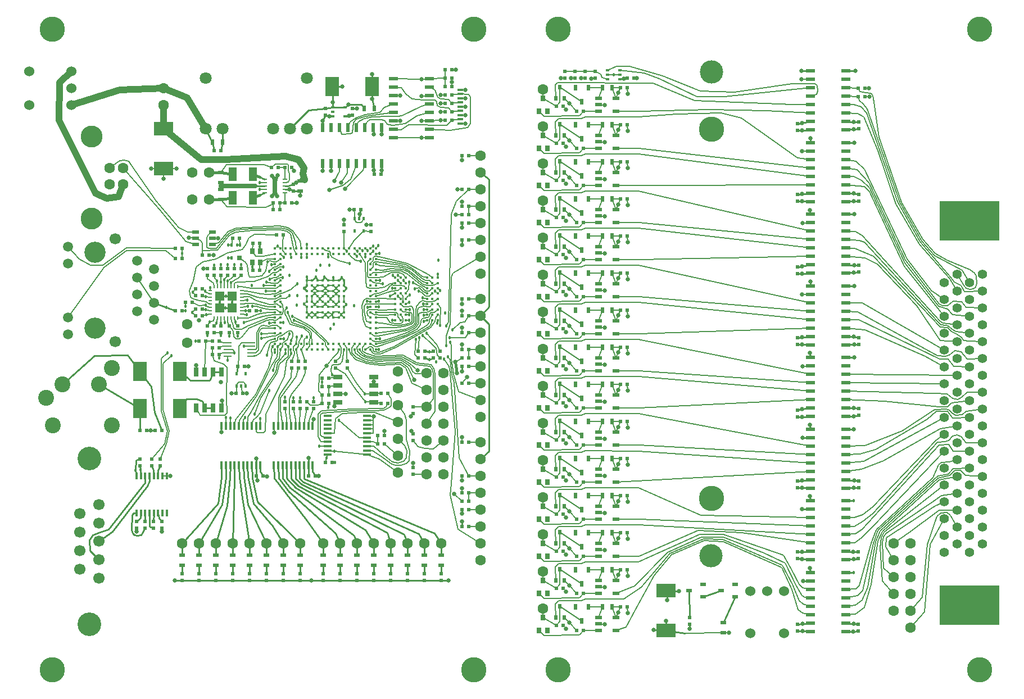
<source format=gtl>
G04 (created by PCBNEW-RS274X (2010-03-14)-final) date Mon 31 Jan 2011 05:12:30 PM EST*
G01*
G70*
G90*
%MOIN*%
G04 Gerber Fmt 3.4, Leading zero omitted, Abs format*
%FSLAX34Y34*%
G04 APERTURE LIST*
%ADD10C,0.001000*%
%ADD11R,0.019700X0.023600*%
%ADD12R,0.023600X0.019700*%
%ADD13R,0.023600X0.035400*%
%ADD14R,0.035400X0.023600*%
%ADD15C,0.063000*%
%ADD16R,0.049200X0.082700*%
%ADD17C,0.149600*%
%ADD18C,0.137800*%
%ADD19C,0.150000*%
%ADD20R,0.078700X0.118100*%
%ADD21R,0.118100X0.078700*%
%ADD22R,0.031500X0.035400*%
%ADD23C,0.140000*%
%ADD24C,0.066900*%
%ADD25C,0.070900*%
%ADD26C,0.129900*%
%ADD27C,0.060000*%
%ADD28C,0.015700*%
%ADD29R,0.047200X0.009800*%
%ADD30R,0.032000X0.013000*%
%ADD31R,0.031500X0.010200*%
%ADD32R,0.029500X0.118100*%
%ADD33R,0.023600X0.009800*%
%ADD34R,0.009800X0.023600*%
%ADD35R,0.055100X0.055100*%
%ADD36R,0.021700X0.029500*%
%ADD37R,0.016500X0.023600*%
%ADD38R,0.031500X0.027600*%
%ADD39R,0.015700X0.023600*%
%ADD40R,0.023600X0.015700*%
%ADD41C,0.055000*%
%ADD42R,0.354300X0.236200*%
%ADD43C,0.126000*%
%ADD44C,0.059100*%
%ADD45C,0.094500*%
%ADD46R,0.055100X0.019700*%
%ADD47R,0.019700X0.055100*%
%ADD48R,0.027600X0.055100*%
%ADD49R,0.023600X0.033500*%
%ADD50R,0.033500X0.023600*%
%ADD51R,0.042000X0.023600*%
%ADD52R,0.013800X0.039400*%
%ADD53R,0.051200X0.013800*%
%ADD54R,0.013800X0.051200*%
%ADD55R,0.027600X0.035400*%
%ADD56R,0.055100X0.027600*%
%ADD57C,0.025000*%
%ADD58C,0.018000*%
%ADD59C,0.010000*%
%ADD60C,0.005000*%
%ADD61C,0.008000*%
%ADD62C,0.015000*%
%ADD63C,0.025000*%
%ADD64C,0.040000*%
G04 APERTURE END LIST*
G54D10*
G54D11*
X00897Y-13300D03*
X00503Y-13300D03*
X00897Y-12900D03*
X00503Y-12900D03*
X00097Y-12500D03*
X-00297Y-12500D03*
X00897Y-12500D03*
X00503Y-12500D03*
X02397Y-14000D03*
X02003Y-14000D03*
X-03797Y-17800D03*
X-03403Y-17800D03*
X-02897Y-17800D03*
X-02503Y-17800D03*
X02297Y-15600D03*
X01903Y-15600D03*
X21314Y-27185D03*
X20920Y-27185D03*
X22514Y-27485D03*
X22120Y-27485D03*
X21314Y-22785D03*
X20920Y-22785D03*
X22514Y-23085D03*
X22120Y-23085D03*
X21314Y-24985D03*
X20920Y-24985D03*
X22514Y-25285D03*
X22120Y-25285D03*
X21314Y-16185D03*
X20920Y-16185D03*
X22514Y-16485D03*
X22120Y-16485D03*
X21314Y-18385D03*
X20920Y-18385D03*
X22514Y-18685D03*
X22120Y-18685D03*
X21314Y-20585D03*
X20920Y-20585D03*
X22514Y-20885D03*
X22120Y-20885D03*
X21314Y-13985D03*
X20920Y-13985D03*
X22514Y-14285D03*
X22120Y-14285D03*
X21314Y-07385D03*
X20920Y-07385D03*
X22514Y-07685D03*
X22120Y-07685D03*
X21314Y-05185D03*
X20920Y-05185D03*
X22514Y-05485D03*
X22120Y-05485D03*
X21314Y-09585D03*
X20920Y-09585D03*
X22514Y-09885D03*
X22120Y-09885D03*
X21314Y-00785D03*
X20920Y-00785D03*
X22514Y-01085D03*
X22120Y-01085D03*
X21314Y-02985D03*
X20920Y-02985D03*
X22514Y-03285D03*
X22120Y-03285D03*
X21314Y-11785D03*
X20920Y-11785D03*
X22514Y-12085D03*
X22120Y-12085D03*
X21314Y01415D03*
X20920Y01415D03*
X22514Y01115D03*
X22120Y01115D03*
X25103Y03100D03*
X25497Y03100D03*
G54D12*
X22600Y03497D03*
X22600Y03103D03*
X38800Y-29303D03*
X38800Y-29697D03*
X35200Y-29303D03*
X35200Y-29697D03*
X23200Y03497D03*
X23200Y03103D03*
X21400Y03497D03*
X21400Y03103D03*
X22000Y03497D03*
X22000Y03103D03*
X35200Y-25003D03*
X35200Y-25397D03*
X38800Y-25003D03*
X38800Y-25397D03*
X38850Y-16503D03*
X38850Y-16897D03*
X35200Y-16603D03*
X35200Y-16997D03*
X35200Y-20803D03*
X35200Y-21197D03*
X38850Y-20803D03*
X38850Y-21197D03*
X38850Y-03803D03*
X38850Y-04197D03*
X35200Y-03803D03*
X35200Y-04197D03*
X35200Y00397D03*
X35200Y00003D03*
X38850Y00497D03*
X38850Y00103D03*
X38850Y-08003D03*
X38850Y-08397D03*
X35200Y-08103D03*
X35200Y-08497D03*
X35200Y-12303D03*
X35200Y-12697D03*
X38850Y-12303D03*
X38850Y-12697D03*
G54D11*
X39197Y02500D03*
X38803Y02500D03*
X39197Y02000D03*
X38803Y02000D03*
G54D12*
X28800Y-28903D03*
X28800Y-29297D03*
G54D11*
X14697Y00600D03*
X14303Y00600D03*
G54D12*
X07200Y00903D03*
X07200Y01297D03*
X08800Y01297D03*
X08800Y00903D03*
G54D11*
X00997Y-01200D03*
X00603Y-01200D03*
X14697Y01100D03*
X14303Y01100D03*
X14697Y01600D03*
X14303Y01600D03*
X14697Y02100D03*
X14303Y02100D03*
X14303Y03100D03*
X14697Y03100D03*
X14697Y03600D03*
X14303Y03600D03*
X14697Y02600D03*
X14303Y02600D03*
X02097Y-06400D03*
X01703Y-06400D03*
G54D12*
X12400Y-18003D03*
X12400Y-18397D03*
X12400Y-20397D03*
X12400Y-20003D03*
X12400Y-16403D03*
X12400Y-16797D03*
G54D11*
X04397Y-02200D03*
X04003Y-02200D03*
X05197Y-02200D03*
X04803Y-02200D03*
X04103Y-04300D03*
X04497Y-04300D03*
X04803Y-04300D03*
X05197Y-04300D03*
X04497Y-04700D03*
X04103Y-04700D03*
G54D12*
X05300Y-03203D03*
X05300Y-03597D03*
G54D11*
X00297Y-07400D03*
X-00097Y-07400D03*
G54D12*
X05690Y-26707D03*
X05690Y-26313D03*
X04690Y-26707D03*
X04690Y-26313D03*
X03690Y-26707D03*
X03690Y-26313D03*
X02690Y-26707D03*
X02690Y-26313D03*
X-04000Y-23597D03*
X-04000Y-23203D03*
X-02500Y-23203D03*
X-02500Y-23597D03*
X-03800Y-19503D03*
X-03800Y-19897D03*
X-03500Y-23203D03*
X-03500Y-23597D03*
X-03000Y-23203D03*
X-03000Y-23597D03*
X01690Y-26707D03*
X01690Y-26313D03*
X00690Y-26707D03*
X00690Y-26313D03*
X-00310Y-26707D03*
X-00310Y-26313D03*
X-01310Y-26707D03*
X-01310Y-26313D03*
G54D11*
X07597Y-19700D03*
X07203Y-19700D03*
X03103Y-20500D03*
X03497Y-20500D03*
X07397Y-15200D03*
X07003Y-15200D03*
X07397Y-14700D03*
X07003Y-14700D03*
X07397Y-15700D03*
X07003Y-15700D03*
X06203Y-20500D03*
X06597Y-20500D03*
G54D12*
X07083Y-26693D03*
X07083Y-26299D03*
X08083Y-26693D03*
X08083Y-26299D03*
X09083Y-26693D03*
X09083Y-26299D03*
X10083Y-26693D03*
X10083Y-26299D03*
X11083Y-26693D03*
X11083Y-26299D03*
X12083Y-26693D03*
X12083Y-26299D03*
X13083Y-26693D03*
X13083Y-26299D03*
X14083Y-26693D03*
X14083Y-26299D03*
X-03100Y-19897D03*
X-03100Y-19503D03*
X-02600Y-19897D03*
X-02600Y-19503D03*
X08300Y-05997D03*
X08300Y-05603D03*
G54D11*
X04697Y-06200D03*
X04303Y-06200D03*
G54D12*
X01000Y-11603D03*
X01000Y-11997D03*
X00600Y-11603D03*
X00600Y-11997D03*
X00200Y-11603D03*
X00200Y-11997D03*
G54D11*
X02703Y-10700D03*
X03097Y-10700D03*
X-00103Y-11000D03*
X-00497Y-11000D03*
G54D12*
X01500Y-11603D03*
X01500Y-11997D03*
G54D11*
X-00103Y-10600D03*
X-00497Y-10600D03*
G54D12*
X02000Y-11603D03*
X02000Y-11997D03*
G54D11*
X-00103Y-09800D03*
X-00497Y-09800D03*
X-00103Y-09400D03*
X-00497Y-09400D03*
G54D12*
X00200Y-08597D03*
X00200Y-08203D03*
G54D11*
X-01303Y-07600D03*
X-01697Y-07600D03*
X-01303Y-07000D03*
X-01697Y-07000D03*
X-01303Y-10700D03*
X-01697Y-10700D03*
G54D12*
X02200Y-08203D03*
X02200Y-08597D03*
G54D11*
X-01097Y-10200D03*
X-00703Y-10200D03*
G54D12*
X01000Y-08597D03*
X01000Y-08203D03*
X00600Y-08597D03*
X00600Y-08203D03*
X01800Y-08597D03*
X01800Y-08203D03*
X01400Y-08597D03*
X01400Y-08203D03*
G54D11*
X03297Y-06700D03*
X02903Y-06700D03*
X02903Y-08300D03*
X03297Y-08300D03*
X13997Y-13100D03*
X13603Y-13100D03*
X12703Y-13100D03*
X13097Y-13100D03*
X13997Y-13500D03*
X13603Y-13500D03*
X12703Y-13500D03*
X13097Y-13500D03*
X15697Y-01500D03*
X15303Y-01500D03*
X15697Y-11000D03*
X15303Y-11000D03*
X15697Y-03500D03*
X15303Y-03500D03*
X15697Y-06500D03*
X15303Y-06500D03*
G54D12*
X08500Y-14097D03*
X08500Y-13703D03*
X07800Y-14097D03*
X07800Y-13703D03*
G54D11*
X09297Y-04700D03*
X08903Y-04700D03*
G54D12*
X09900Y-05603D03*
X09900Y-05997D03*
G54D11*
X15697Y-15000D03*
X15303Y-15000D03*
X15697Y-10000D03*
X15303Y-10000D03*
X15697Y-18500D03*
X15303Y-18500D03*
X15697Y-23500D03*
X15303Y-23500D03*
X15697Y-12000D03*
X15303Y-12000D03*
X15697Y-20500D03*
X15303Y-20500D03*
X15697Y-21500D03*
X15303Y-21500D03*
X15697Y-13000D03*
X15303Y-13000D03*
X15697Y-04500D03*
X15303Y-04500D03*
X10503Y-16200D03*
X10897Y-16200D03*
X10503Y-15600D03*
X10897Y-15600D03*
X07397Y-16200D03*
X07003Y-16200D03*
X10303Y-18100D03*
X10697Y-18100D03*
G54D12*
X06500Y-16103D03*
X06500Y-16497D03*
X06100Y-16103D03*
X06100Y-16497D03*
X05700Y-16103D03*
X05700Y-16497D03*
X05300Y-16103D03*
X05300Y-16497D03*
X06000Y-13703D03*
X06000Y-14097D03*
X04800Y-16103D03*
X04800Y-16497D03*
X05600Y-13703D03*
X05600Y-14097D03*
X05200Y-13703D03*
X05200Y-14097D03*
G54D13*
X24212Y-26085D03*
X23622Y-26085D03*
X24212Y-21685D03*
X23622Y-21685D03*
X24212Y-23885D03*
X23622Y-23885D03*
X24212Y-15085D03*
X23622Y-15085D03*
X24212Y-17285D03*
X23622Y-17285D03*
X24212Y-19485D03*
X23622Y-19485D03*
X24212Y-12885D03*
X23622Y-12885D03*
X24212Y-06285D03*
X23622Y-06285D03*
X24212Y-04085D03*
X23622Y-04085D03*
X24212Y-08485D03*
X23622Y-08485D03*
X24212Y00315D03*
X23622Y00315D03*
X24212Y-01885D03*
X23622Y-01885D03*
X24212Y-10685D03*
X23622Y-10685D03*
X24212Y02515D03*
X23622Y02515D03*
G54D14*
X30800Y-29795D03*
X30800Y-29205D03*
G54D13*
X09505Y01300D03*
X10095Y01300D03*
X00505Y-00700D03*
X01095Y-00700D03*
G54D14*
X01000Y-03505D03*
X01000Y-04095D03*
X01000Y-03095D03*
X01000Y-02505D03*
X05700Y-03595D03*
X05700Y-03005D03*
X05690Y-25215D03*
X05690Y-25805D03*
X04690Y-25215D03*
X04690Y-25805D03*
X03690Y-25215D03*
X03690Y-25805D03*
X02690Y-25215D03*
X02690Y-25805D03*
X01690Y-25215D03*
X01690Y-25805D03*
X00690Y-25215D03*
X00690Y-25805D03*
X-00310Y-25215D03*
X-00310Y-25805D03*
X-01310Y-25215D03*
X-01310Y-25805D03*
X07083Y-25201D03*
X07083Y-25791D03*
X08083Y-25201D03*
X08083Y-25791D03*
X09083Y-25201D03*
X09083Y-25791D03*
X10083Y-25201D03*
X10083Y-25791D03*
X11083Y-25201D03*
X11083Y-25791D03*
X12083Y-25201D03*
X12083Y-25791D03*
X13083Y-25201D03*
X13083Y-25791D03*
X14083Y-25201D03*
X14083Y-25791D03*
G54D15*
X41900Y-24500D03*
X41900Y-25500D03*
X41900Y-26500D03*
X41900Y-27500D03*
X41900Y-28500D03*
X41900Y-29500D03*
X40900Y-24500D03*
X40900Y-25500D03*
X40900Y-26500D03*
X40900Y-27500D03*
X40900Y-28500D03*
G54D16*
X02900Y-04000D03*
X01700Y-04000D03*
X02900Y-02600D03*
X01700Y-02600D03*
G54D17*
X30100Y00068D03*
G54D18*
X30108Y03454D03*
G54D17*
X30100Y-21845D03*
G54D18*
X30084Y-25254D03*
G54D19*
X16000Y-32000D03*
X-09000Y06000D03*
X16000Y06000D03*
X-09000Y-32000D03*
G54D20*
X-03781Y-14300D03*
X-01419Y-14300D03*
X-03781Y-16500D03*
X-01419Y-16500D03*
G54D21*
X27400Y-29681D03*
X27400Y-27319D03*
G54D20*
X07619Y02600D03*
X09981Y02600D03*
G54D21*
X-02400Y-02281D03*
X-02400Y00081D03*
G54D15*
X-02400Y02500D03*
X-02400Y01500D03*
X-00700Y-04100D03*
X00300Y-04100D03*
X-00700Y-02500D03*
X00300Y-02500D03*
X11500Y-14300D03*
X11500Y-15300D03*
X11500Y-16300D03*
X11500Y-17300D03*
X11500Y-18300D03*
X11500Y-19300D03*
X11500Y-20300D03*
X14200Y-20400D03*
X13200Y-20400D03*
X14200Y-19400D03*
X13200Y-19400D03*
X14200Y-18400D03*
X13200Y-18400D03*
X14200Y-17400D03*
X13200Y-17400D03*
X14200Y-16400D03*
X13200Y-16400D03*
X14200Y-15400D03*
X13200Y-15400D03*
X14200Y-14400D03*
X13200Y-14400D03*
X16400Y-01500D03*
X16400Y-02500D03*
X16400Y-04500D03*
X16400Y-05500D03*
X16400Y-06500D03*
X16400Y-07500D03*
X16400Y-08500D03*
X16400Y-03500D03*
X16400Y-10000D03*
X16400Y-11000D03*
X16400Y-13000D03*
X16400Y-14000D03*
X16400Y-15000D03*
X16400Y-16000D03*
X16400Y-17000D03*
X16400Y-12000D03*
X16400Y-18500D03*
X16400Y-19500D03*
X16400Y-21500D03*
X16400Y-22500D03*
X16400Y-23500D03*
X16400Y-24500D03*
X16400Y-25500D03*
X16400Y-20500D03*
G54D22*
X03346Y-07825D03*
X03346Y-07175D03*
X02854Y-07175D03*
X02854Y-07825D03*
G54D23*
X-06800Y-19480D03*
G54D24*
X-06241Y-22206D03*
X-06241Y-23297D03*
X-06241Y-24387D03*
X-06241Y-25478D03*
X-06241Y-26569D03*
X-07359Y-22752D03*
X-07359Y-23842D03*
X-07359Y-24933D03*
X-07359Y-26023D03*
G54D23*
X-06800Y-29319D03*
G54D25*
X00100Y00100D03*
X01100Y00100D03*
X04100Y00100D03*
X05100Y00100D03*
X06100Y00100D03*
X06100Y03100D03*
X00100Y03100D03*
G54D26*
X-06660Y-00359D03*
X-06660Y-05241D03*
G54D15*
X-05593Y-02237D03*
X-04806Y-02237D03*
X-04806Y-03221D03*
X-05593Y-03221D03*
G54D27*
X34400Y-27350D03*
X33400Y-27350D03*
X32400Y-27350D03*
X32400Y-29850D03*
X34400Y-29850D03*
X-07850Y01500D03*
X-07850Y02500D03*
X-07850Y03500D03*
X-10350Y03500D03*
X-10350Y01500D03*
G54D28*
X04208Y-12993D03*
X04208Y-12678D03*
X04208Y-12363D03*
X04208Y-12048D03*
X04208Y-11733D03*
X04208Y-11418D03*
X04208Y-11103D03*
X04208Y-10788D03*
X04208Y-10473D03*
X04208Y-10158D03*
X04208Y-09843D03*
X04208Y-09528D03*
X04208Y-09213D03*
X04208Y-08898D03*
X04208Y-08583D03*
X04208Y-08268D03*
X04208Y-07953D03*
X04208Y-07638D03*
X04208Y-07323D03*
X04208Y-07008D03*
X04523Y-12993D03*
X04523Y-12678D03*
X04523Y-12363D03*
X04523Y-12048D03*
X04523Y-11733D03*
X04523Y-11418D03*
X04523Y-11103D03*
X04523Y-10788D03*
X04523Y-10473D03*
X04523Y-10158D03*
X04523Y-09843D03*
X04523Y-09528D03*
X04523Y-09213D03*
X04523Y-08898D03*
X04523Y-08583D03*
X04523Y-08268D03*
X04523Y-07953D03*
X04523Y-07638D03*
X04523Y-07323D03*
X04523Y-07008D03*
X04838Y-12993D03*
X04838Y-12678D03*
X04838Y-07323D03*
X04838Y-07008D03*
X05153Y-12993D03*
X05153Y-12678D03*
X05153Y-07323D03*
X05153Y-07008D03*
X05468Y-12993D03*
X05468Y-12678D03*
X05468Y-07323D03*
X05468Y-07008D03*
X05783Y-12993D03*
X05783Y-12678D03*
X05783Y-07323D03*
X05783Y-07008D03*
X06098Y-12993D03*
X06098Y-12678D03*
X06098Y-11103D03*
X06098Y-10788D03*
X06098Y-10473D03*
X06098Y-10158D03*
X06098Y-09843D03*
X06098Y-09528D03*
X06098Y-09213D03*
X06098Y-08898D03*
X06098Y-07323D03*
X06098Y-07008D03*
X06413Y-12993D03*
X06413Y-12678D03*
X06413Y-11103D03*
X06413Y-10788D03*
X06413Y-10473D03*
X06413Y-10158D03*
X06413Y-09843D03*
X06413Y-09528D03*
X06413Y-09213D03*
X06413Y-08898D03*
X06413Y-07323D03*
X06413Y-07008D03*
X06728Y-12993D03*
X06728Y-12678D03*
X06728Y-11103D03*
X06728Y-10788D03*
X06728Y-10473D03*
X06728Y-10158D03*
X06728Y-09843D03*
X06728Y-09528D03*
X06728Y-09213D03*
X06728Y-08898D03*
X06728Y-07323D03*
X06728Y-07008D03*
X07043Y-12993D03*
X07043Y-12678D03*
X07043Y-11103D03*
X07043Y-10788D03*
X07043Y-10473D03*
X07043Y-10158D03*
X07043Y-09843D03*
X07043Y-09528D03*
X07043Y-09213D03*
X07043Y-08898D03*
X07043Y-07323D03*
X07043Y-07008D03*
X07358Y-12993D03*
X07358Y-12678D03*
X07358Y-11103D03*
X07358Y-10788D03*
X07358Y-10473D03*
X07358Y-10158D03*
X07358Y-09843D03*
X07358Y-09528D03*
X07358Y-09213D03*
X07358Y-08898D03*
X07358Y-07323D03*
X07358Y-07008D03*
X07673Y-12993D03*
X07673Y-12678D03*
X07673Y-11103D03*
X07673Y-10788D03*
X07673Y-10473D03*
X07673Y-10158D03*
X07673Y-09843D03*
X07673Y-09528D03*
X07673Y-09213D03*
X07673Y-08898D03*
X07673Y-07323D03*
X07673Y-07008D03*
X07988Y-12993D03*
X07988Y-12678D03*
X07988Y-11103D03*
X07988Y-10788D03*
X07988Y-10473D03*
X07988Y-10158D03*
X07988Y-09843D03*
X07988Y-09528D03*
X07988Y-09213D03*
X07988Y-08898D03*
X07988Y-07323D03*
X07988Y-07008D03*
X08303Y-12993D03*
X08303Y-12678D03*
X08303Y-11103D03*
X08303Y-10788D03*
X08303Y-10473D03*
X08303Y-10158D03*
X08303Y-09843D03*
X08303Y-09528D03*
X08303Y-09213D03*
X08303Y-08898D03*
X08303Y-07323D03*
X08303Y-07008D03*
X08618Y-12993D03*
X08618Y-12678D03*
X08618Y-07323D03*
X08618Y-07008D03*
X08933Y-12993D03*
X08933Y-12678D03*
X08933Y-07323D03*
X08933Y-07008D03*
X09248Y-12993D03*
X09248Y-12678D03*
X09248Y-07323D03*
X09248Y-07008D03*
X09563Y-12993D03*
X09563Y-12678D03*
X09563Y-07323D03*
X09563Y-07008D03*
X09878Y-12993D03*
X09878Y-12678D03*
X09878Y-07323D03*
X09878Y-07008D03*
X10193Y-12993D03*
X10193Y-12678D03*
X10193Y-12363D03*
X10193Y-12048D03*
X10193Y-11733D03*
X10193Y-11418D03*
X10193Y-11103D03*
X10193Y-10788D03*
X10193Y-10473D03*
X10193Y-10158D03*
X10193Y-09843D03*
X10193Y-09528D03*
X10193Y-09213D03*
X10193Y-08898D03*
X10193Y-08583D03*
X10193Y-08268D03*
X10193Y-07953D03*
X10193Y-07638D03*
X10193Y-07323D03*
X10193Y-07008D03*
X09878Y-12363D03*
X09878Y-12048D03*
X09878Y-11733D03*
X09878Y-11418D03*
X09878Y-11103D03*
X09878Y-10788D03*
X09878Y-10473D03*
X09878Y-10158D03*
X09878Y-09843D03*
X09878Y-09528D03*
X09878Y-09213D03*
X09878Y-08898D03*
X09878Y-08583D03*
X09878Y-08268D03*
X09878Y-07953D03*
X09878Y-07638D03*
G54D29*
X01411Y-12608D03*
X01411Y-12804D03*
X01411Y-13000D03*
X01411Y-13196D03*
X01411Y-13392D03*
X02790Y-13392D03*
X02790Y-13196D03*
X02790Y-13000D03*
X02790Y-12804D03*
X02790Y-12608D03*
G54D30*
X15200Y00400D03*
X15200Y00650D03*
X15200Y00900D03*
X15200Y01150D03*
X15200Y01400D03*
X15200Y01650D03*
X15200Y01900D03*
X15200Y02150D03*
X15200Y02400D03*
G54D31*
X04791Y-03694D03*
X04791Y-03497D03*
X04791Y-03300D03*
X04791Y-03103D03*
X04791Y-02906D03*
X03609Y-02906D03*
X03609Y-03103D03*
X03609Y-03300D03*
X03609Y-03497D03*
X03609Y-03694D03*
G54D32*
X04200Y-03300D03*
G54D33*
X00355Y-09511D03*
X00355Y-09708D03*
X00355Y-09905D03*
X00355Y-10102D03*
X00355Y-10298D03*
X00355Y-10495D03*
X00355Y-10692D03*
X00355Y-10889D03*
X02245Y-10889D03*
X02245Y-10692D03*
X02245Y-10495D03*
X02245Y-10298D03*
X02245Y-10102D03*
X02245Y-09905D03*
X02245Y-09708D03*
X02245Y-09511D03*
G54D34*
X00611Y-11145D03*
X00808Y-11145D03*
X01005Y-11145D03*
X01202Y-11145D03*
X01398Y-11145D03*
X01595Y-11145D03*
X01792Y-11145D03*
X01989Y-11145D03*
X01989Y-09255D03*
X01792Y-09255D03*
X01595Y-09255D03*
X01398Y-09255D03*
X01202Y-09255D03*
X01005Y-09255D03*
X00808Y-09255D03*
X00611Y-09255D03*
G54D35*
X00946Y-09846D03*
X00946Y-10554D03*
X01654Y-10554D03*
X01654Y-09846D03*
G54D36*
X20861Y-26716D03*
X21373Y-26716D03*
X21117Y-26054D03*
X20861Y-22316D03*
X21373Y-22316D03*
X21117Y-21654D03*
X20861Y-24516D03*
X21373Y-24516D03*
X21117Y-23854D03*
X20861Y-15716D03*
X21373Y-15716D03*
X21117Y-15054D03*
X20861Y-17916D03*
X21373Y-17916D03*
X21117Y-17254D03*
X20861Y-20116D03*
X21373Y-20116D03*
X21117Y-19454D03*
X20861Y-13516D03*
X21373Y-13516D03*
X21117Y-12854D03*
X20861Y-06916D03*
X21373Y-06916D03*
X21117Y-06254D03*
X20861Y-04716D03*
X21373Y-04716D03*
X21117Y-04054D03*
X20861Y-09116D03*
X21373Y-09116D03*
X21117Y-08454D03*
X20861Y-00316D03*
X21373Y-00316D03*
X21117Y00346D03*
X20861Y-02516D03*
X21373Y-02516D03*
X21117Y-01854D03*
X20861Y-11316D03*
X21373Y-11316D03*
X21117Y-10654D03*
X20861Y01884D03*
X21373Y01884D03*
X21117Y02546D03*
G54D37*
X01636Y-07584D03*
G54D38*
X02089Y-07584D03*
G54D37*
X02148Y-06796D03*
X01636Y-06796D03*
G54D39*
X01944Y-15174D03*
X02200Y-15174D03*
X02456Y-15174D03*
X02456Y-14426D03*
X01944Y-14426D03*
G54D40*
X07626Y01356D03*
X07626Y01100D03*
X07626Y00844D03*
X08374Y00844D03*
X08374Y01356D03*
G54D39*
X09456Y-05226D03*
X09200Y-05226D03*
X08944Y-05226D03*
X08944Y-05974D03*
X09456Y-05974D03*
G54D40*
X24674Y03044D03*
X24674Y03300D03*
X24674Y03556D03*
X23926Y03556D03*
X23926Y03300D03*
X23926Y03044D03*
G54D41*
X43919Y-25035D03*
X44669Y-24535D03*
X43919Y-24035D03*
X44669Y-23535D03*
X43919Y-23035D03*
X44669Y-22535D03*
X43919Y-22035D03*
X44669Y-21535D03*
X43919Y-21035D03*
X44669Y-20535D03*
X43919Y-20035D03*
X44669Y-19535D03*
X43919Y-19035D03*
X44669Y-18535D03*
X43919Y-18035D03*
X44669Y-17535D03*
X43919Y-17035D03*
X44669Y-16535D03*
X43919Y-16035D03*
X44669Y-15535D03*
X43919Y-15035D03*
X44669Y-14535D03*
X43919Y-14035D03*
X44669Y-13535D03*
X43919Y-13035D03*
X44669Y-12535D03*
X43919Y-12035D03*
X44669Y-11535D03*
X43919Y-11035D03*
X44669Y-10535D03*
X43919Y-10035D03*
X44669Y-09535D03*
X43919Y-09035D03*
X44669Y-08535D03*
X45419Y-25035D03*
X46169Y-24535D03*
X45419Y-24035D03*
X46169Y-23535D03*
X45419Y-23035D03*
X46169Y-22535D03*
X45419Y-22035D03*
X46169Y-21535D03*
X45419Y-21035D03*
X46169Y-20535D03*
X45419Y-20035D03*
X46169Y-19535D03*
X45419Y-19035D03*
X46169Y-18535D03*
X45419Y-18035D03*
X46169Y-17535D03*
X45419Y-17035D03*
X46169Y-16535D03*
X45419Y-16035D03*
X46169Y-15535D03*
X45419Y-15035D03*
X46169Y-14535D03*
X45419Y-14035D03*
X46169Y-13535D03*
X45419Y-13035D03*
X46169Y-12535D03*
X45419Y-12035D03*
X46169Y-11535D03*
X45419Y-11035D03*
X46169Y-10535D03*
X45419Y-10035D03*
X46169Y-09535D03*
X45419Y-09035D03*
X46169Y-08535D03*
G54D42*
X45419Y-28185D03*
X45419Y-05385D03*
G54D43*
X-06451Y-07251D03*
X-06451Y-11751D03*
G54D24*
X-05250Y-06448D03*
X-05250Y-12552D03*
G54D44*
X-08049Y-06891D03*
X-08049Y-12111D03*
X-08049Y-07891D03*
X-08049Y-11111D03*
X-03951Y-07751D03*
X-02951Y-08251D03*
X-03951Y-08751D03*
X-02951Y-09251D03*
X-03951Y-09751D03*
X-02951Y-10251D03*
X-03951Y-10751D03*
X-02951Y-11251D03*
G54D45*
X-09349Y-15859D03*
X-08404Y-15072D03*
X-06239Y-15072D03*
X-05451Y-14107D03*
X-05451Y-17493D03*
X-08955Y-17493D03*
G54D46*
X38080Y-29735D03*
X38080Y-29235D03*
X38080Y-28735D03*
X38080Y-28235D03*
X38080Y-27735D03*
X38080Y-27235D03*
X38080Y-26735D03*
X38080Y-26235D03*
X35954Y-26235D03*
X35954Y-26735D03*
X35954Y-27235D03*
X35954Y-27735D03*
X35954Y-28235D03*
X35954Y-28735D03*
X35954Y-29235D03*
X35954Y-29735D03*
X38080Y-25485D03*
X38080Y-24985D03*
X38080Y-24485D03*
X38080Y-23985D03*
X38080Y-23485D03*
X38080Y-22985D03*
X38080Y-22485D03*
X38080Y-21985D03*
X35954Y-21985D03*
X35954Y-22485D03*
X35954Y-22985D03*
X35954Y-23485D03*
X35954Y-23985D03*
X35954Y-24485D03*
X35954Y-24985D03*
X35954Y-25485D03*
X38080Y-16985D03*
X38080Y-16485D03*
X38080Y-15985D03*
X38080Y-15485D03*
X38080Y-14985D03*
X38080Y-14485D03*
X38080Y-13985D03*
X38080Y-13485D03*
X35954Y-13485D03*
X35954Y-13985D03*
X35954Y-14485D03*
X35954Y-14985D03*
X35954Y-15485D03*
X35954Y-15985D03*
X35954Y-16485D03*
X35954Y-16985D03*
X38080Y-21235D03*
X38080Y-20735D03*
X38080Y-20235D03*
X38080Y-19735D03*
X38080Y-19235D03*
X38080Y-18735D03*
X38080Y-18235D03*
X38080Y-17735D03*
X35954Y-17735D03*
X35954Y-18235D03*
X35954Y-18735D03*
X35954Y-19235D03*
X35954Y-19735D03*
X35954Y-20235D03*
X35954Y-20735D03*
X35954Y-21235D03*
X38080Y-04235D03*
X38080Y-03735D03*
X38080Y-03235D03*
X38080Y-02735D03*
X38080Y-02235D03*
X38080Y-01735D03*
X38080Y-01235D03*
X38080Y-00735D03*
X35954Y-00735D03*
X35954Y-01235D03*
X35954Y-01735D03*
X35954Y-02235D03*
X35954Y-02735D03*
X35954Y-03235D03*
X35954Y-03735D03*
X35954Y-04235D03*
X38080Y00015D03*
X38080Y00515D03*
X38080Y01015D03*
X38080Y01515D03*
X38080Y02015D03*
X38080Y02515D03*
X38080Y03015D03*
X38080Y03515D03*
X35954Y03515D03*
X35954Y03015D03*
X35954Y02515D03*
X35954Y02015D03*
X35954Y01515D03*
X35954Y01015D03*
X35954Y00515D03*
X35954Y00015D03*
X38080Y-08485D03*
X38080Y-07985D03*
X38080Y-07485D03*
X38080Y-06985D03*
X38080Y-06485D03*
X38080Y-05985D03*
X38080Y-05485D03*
X38080Y-04985D03*
X35954Y-04985D03*
X35954Y-05485D03*
X35954Y-05985D03*
X35954Y-06485D03*
X35954Y-06985D03*
X35954Y-07485D03*
X35954Y-07985D03*
X35954Y-08485D03*
X38080Y-12735D03*
X38080Y-12235D03*
X38080Y-11735D03*
X38080Y-11235D03*
X38080Y-10735D03*
X38080Y-10235D03*
X38080Y-09735D03*
X38080Y-09235D03*
X35954Y-09235D03*
X35954Y-09735D03*
X35954Y-10235D03*
X35954Y-10735D03*
X35954Y-11235D03*
X35954Y-11735D03*
X35954Y-12235D03*
X35954Y-12735D03*
G54D47*
X10550Y00163D03*
X10050Y00163D03*
X09550Y00163D03*
X09050Y00163D03*
X08550Y00163D03*
X08050Y00163D03*
X07550Y00163D03*
X07050Y00163D03*
X07050Y-01963D03*
X07550Y-01963D03*
X08050Y-01963D03*
X08550Y-01963D03*
X09050Y-01963D03*
X09550Y-01963D03*
X10050Y-01963D03*
X10550Y-01963D03*
G54D46*
X13363Y-00450D03*
X13363Y00050D03*
X13363Y00550D03*
X13363Y01050D03*
X13363Y01550D03*
X13363Y02050D03*
X13363Y02550D03*
X13363Y03050D03*
X11237Y03050D03*
X11237Y02550D03*
X11237Y02050D03*
X11237Y01550D03*
X11237Y01050D03*
X11237Y00550D03*
X11237Y00050D03*
X11237Y-00450D03*
G54D48*
X01050Y-14337D03*
X00550Y-14337D03*
X00050Y-14337D03*
X-00450Y-14337D03*
X-00450Y-16463D03*
X00050Y-16463D03*
X00550Y-16463D03*
X01050Y-16463D03*
G54D49*
X22417Y-26898D03*
X22791Y-26072D03*
X22043Y-26072D03*
X22417Y-22498D03*
X22791Y-21672D03*
X22043Y-21672D03*
X22417Y-24698D03*
X22791Y-23872D03*
X22043Y-23872D03*
X22417Y-15898D03*
X22791Y-15072D03*
X22043Y-15072D03*
X22417Y-18098D03*
X22791Y-17272D03*
X22043Y-17272D03*
X22417Y-20298D03*
X22791Y-19472D03*
X22043Y-19472D03*
X22417Y-13698D03*
X22791Y-12872D03*
X22043Y-12872D03*
X22417Y-07098D03*
X22791Y-06272D03*
X22043Y-06272D03*
X22417Y-04898D03*
X22791Y-04072D03*
X22043Y-04072D03*
X22417Y-09298D03*
X22791Y-08472D03*
X22043Y-08472D03*
X22417Y-00498D03*
X22791Y00328D03*
X22043Y00328D03*
X22417Y-02698D03*
X22791Y-01872D03*
X22043Y-01872D03*
X22417Y-11498D03*
X22791Y-10672D03*
X22043Y-10672D03*
X22417Y01702D03*
X22791Y02528D03*
X22043Y02528D03*
G54D50*
X30687Y-27300D03*
X31513Y-27674D03*
X31513Y-26926D03*
X28787Y-27300D03*
X29613Y-27674D03*
X29613Y-26926D03*
G54D51*
X23405Y-26711D03*
X23417Y-27085D03*
X23405Y-27459D03*
X24429Y-27459D03*
X24429Y-26711D03*
X23405Y-22311D03*
X23417Y-22685D03*
X23405Y-23059D03*
X24429Y-23059D03*
X24429Y-22311D03*
X23405Y-24511D03*
X23417Y-24885D03*
X23405Y-25259D03*
X24429Y-25259D03*
X24429Y-24511D03*
X23405Y-15711D03*
X23417Y-16085D03*
X23405Y-16459D03*
X24429Y-16459D03*
X24429Y-15711D03*
X23405Y-17911D03*
X23417Y-18285D03*
X23405Y-18659D03*
X24429Y-18659D03*
X24429Y-17911D03*
X23405Y-20111D03*
X23417Y-20485D03*
X23405Y-20859D03*
X24429Y-20859D03*
X24429Y-20111D03*
X23405Y-13511D03*
X23417Y-13885D03*
X23405Y-14259D03*
X24429Y-14259D03*
X24429Y-13511D03*
X23405Y-06911D03*
X23417Y-07285D03*
X23405Y-07659D03*
X24429Y-07659D03*
X24429Y-06911D03*
X23405Y-04711D03*
X23417Y-05085D03*
X23405Y-05459D03*
X24429Y-05459D03*
X24429Y-04711D03*
X23405Y-09111D03*
X23417Y-09485D03*
X23405Y-09859D03*
X24429Y-09859D03*
X24429Y-09111D03*
X23405Y-00311D03*
X23417Y-00685D03*
X23405Y-01059D03*
X24429Y-01059D03*
X24429Y-00311D03*
X23405Y-02511D03*
X23417Y-02885D03*
X23405Y-03259D03*
X24429Y-03259D03*
X24429Y-02511D03*
X23405Y-11311D03*
X23417Y-11685D03*
X23405Y-12059D03*
X24429Y-12059D03*
X24429Y-11311D03*
X23405Y01889D03*
X23417Y01515D03*
X23405Y01141D03*
X24429Y01141D03*
X24429Y01889D03*
X00512Y-06774D03*
X00512Y-06400D03*
X00512Y-06026D03*
X-00512Y-06026D03*
X-00512Y-06400D03*
X-00512Y-06774D03*
G54D15*
X20117Y-26185D03*
X20117Y-21785D03*
X20117Y-23985D03*
X20117Y-15185D03*
X20117Y-17385D03*
X20117Y-19585D03*
X20117Y-12985D03*
X20117Y-06385D03*
X20117Y-04185D03*
X20117Y-08585D03*
X20117Y00215D03*
X20117Y-01985D03*
X20117Y-10785D03*
X20117Y02415D03*
X03690Y-24510D03*
X04690Y-24510D03*
X05690Y-24510D03*
X02690Y-24510D03*
X01690Y-24510D03*
X00690Y-24510D03*
X-00310Y-24510D03*
X-01310Y-24510D03*
X14083Y-24496D03*
X13083Y-24496D03*
X12083Y-24496D03*
X11083Y-24496D03*
X10083Y-24496D03*
X09083Y-24496D03*
X08083Y-24496D03*
X07083Y-24496D03*
X-01000Y-11500D03*
X-01000Y-12600D03*
G54D52*
X-03228Y-22702D03*
X-02972Y-22702D03*
X-02716Y-22702D03*
X-02460Y-22702D03*
X-02204Y-22702D03*
X-02204Y-20498D03*
X-02460Y-20498D03*
X-02716Y-20498D03*
X-02972Y-20498D03*
X-03228Y-20498D03*
X-03484Y-20498D03*
X-03740Y-20498D03*
X-03996Y-20498D03*
X-03484Y-22702D03*
X-03740Y-22702D03*
X-03996Y-22702D03*
G54D53*
X09669Y-19252D03*
X09669Y-18996D03*
X09669Y-18740D03*
X09669Y-18484D03*
X09669Y-18228D03*
X09669Y-17972D03*
X09669Y-17716D03*
X09669Y-17460D03*
X09669Y-17204D03*
X09669Y-16948D03*
X07331Y-16948D03*
X07331Y-17204D03*
X07331Y-17460D03*
X07331Y-17716D03*
X07331Y-17972D03*
X07331Y-18228D03*
X07331Y-18484D03*
X07331Y-18740D03*
X07331Y-18996D03*
X07331Y-19252D03*
G54D54*
X03352Y-17531D03*
X03096Y-17531D03*
X02840Y-17531D03*
X02584Y-17531D03*
X02328Y-17531D03*
X02072Y-17531D03*
X01816Y-17531D03*
X01560Y-17531D03*
X01304Y-17531D03*
X01048Y-17531D03*
X01048Y-19869D03*
X01304Y-19869D03*
X01560Y-19869D03*
X01816Y-19869D03*
X02072Y-19869D03*
X02328Y-19869D03*
X02584Y-19869D03*
X02840Y-19869D03*
X03096Y-19869D03*
X03352Y-19869D03*
X06452Y-17531D03*
X06196Y-17531D03*
X05940Y-17531D03*
X05684Y-17531D03*
X05428Y-17531D03*
X05172Y-17531D03*
X04916Y-17531D03*
X04660Y-17531D03*
X04404Y-17531D03*
X04148Y-17531D03*
X04148Y-19869D03*
X04404Y-19869D03*
X04660Y-19869D03*
X04916Y-19869D03*
X05172Y-19869D03*
X05428Y-19869D03*
X05684Y-19869D03*
X05940Y-19869D03*
X06196Y-19869D03*
X06452Y-19869D03*
G54D28*
X13860Y-11260D03*
X13545Y-11260D03*
X13230Y-11260D03*
X11970Y-11260D03*
X11655Y-11260D03*
X11340Y-11260D03*
X13860Y-10945D03*
X13545Y-10945D03*
X13230Y-10945D03*
X11970Y-10945D03*
X11655Y-10945D03*
X11340Y-10945D03*
X13860Y-10630D03*
X13545Y-10630D03*
X13230Y-10630D03*
X11970Y-10630D03*
X11655Y-10630D03*
X11340Y-10630D03*
X13860Y-10315D03*
X13545Y-10315D03*
X13230Y-10315D03*
X11970Y-10315D03*
X11655Y-10315D03*
X11340Y-10315D03*
X13860Y-10000D03*
X13545Y-10000D03*
X13230Y-10000D03*
X11970Y-10000D03*
X11655Y-10000D03*
X11340Y-10000D03*
X13860Y-09685D03*
X13545Y-09685D03*
X13230Y-09685D03*
X11970Y-09685D03*
X11655Y-09685D03*
X11340Y-09685D03*
X13860Y-09370D03*
X13545Y-09370D03*
X13230Y-09370D03*
X11970Y-09370D03*
X11655Y-09370D03*
X11340Y-09370D03*
X13860Y-09055D03*
X13545Y-09055D03*
X13230Y-09055D03*
X11970Y-09055D03*
X11655Y-09055D03*
X11340Y-09055D03*
X13860Y-08740D03*
X13545Y-08740D03*
X13230Y-08740D03*
X11970Y-08740D03*
X11655Y-08740D03*
X11340Y-08740D03*
G54D55*
X19861Y-27459D03*
X20373Y-27459D03*
X20117Y-26711D03*
X19861Y-23059D03*
X20373Y-23059D03*
X20117Y-22311D03*
X19861Y-25259D03*
X20373Y-25259D03*
X20117Y-24511D03*
X19861Y-16459D03*
X20373Y-16459D03*
X20117Y-15711D03*
X19861Y-18659D03*
X20373Y-18659D03*
X20117Y-17911D03*
X19861Y-20859D03*
X20373Y-20859D03*
X20117Y-20111D03*
X19861Y-14259D03*
X20373Y-14259D03*
X20117Y-13511D03*
X19861Y-07659D03*
X20373Y-07659D03*
X20117Y-06911D03*
X19861Y-05459D03*
X20373Y-05459D03*
X20117Y-04711D03*
X19861Y-09859D03*
X20373Y-09859D03*
X20117Y-09111D03*
X19861Y-01059D03*
X20373Y-01059D03*
X20117Y-00311D03*
X19861Y-03259D03*
X20373Y-03259D03*
X20117Y-02511D03*
X19861Y-12059D03*
X20373Y-12059D03*
X20117Y-11311D03*
X19861Y01141D03*
X20373Y01141D03*
X20117Y01889D03*
G54D11*
X25114Y-26085D03*
X24720Y-26085D03*
X25114Y-21685D03*
X24720Y-21685D03*
X25114Y-23885D03*
X24720Y-23885D03*
X25114Y-15085D03*
X24720Y-15085D03*
X25114Y-17285D03*
X24720Y-17285D03*
X25114Y-19485D03*
X24720Y-19485D03*
X25114Y-12885D03*
X24720Y-12885D03*
X25114Y-06285D03*
X24720Y-06285D03*
X25114Y-04085D03*
X24720Y-04085D03*
X25114Y-08485D03*
X24720Y-08485D03*
X25114Y00315D03*
X24720Y00315D03*
X25114Y-01885D03*
X24720Y-01885D03*
X25114Y-10685D03*
X24720Y-10685D03*
X25114Y02515D03*
X24720Y02515D03*
G54D51*
X23405Y-28911D03*
X23417Y-29285D03*
X23405Y-29659D03*
X24429Y-29659D03*
X24429Y-28911D03*
G54D13*
X24212Y-28285D03*
X23622Y-28285D03*
G54D49*
X22417Y-29098D03*
X22791Y-28272D03*
X22043Y-28272D03*
G54D11*
X21314Y-29385D03*
X20920Y-29385D03*
G54D36*
X20861Y-28916D03*
X21373Y-28916D03*
X21117Y-28254D03*
G54D15*
X20117Y-28385D03*
G54D55*
X19861Y-29659D03*
X20373Y-29659D03*
X20117Y-28911D03*
G54D11*
X22514Y-29685D03*
X22120Y-29685D03*
X25114Y-28285D03*
X24720Y-28285D03*
G54D56*
X07937Y-14650D03*
X07937Y-15150D03*
X07937Y-15650D03*
X07937Y-16150D03*
X10063Y-16150D03*
X10063Y-15650D03*
X10063Y-15150D03*
X10063Y-14650D03*
G54D11*
X15697Y-05000D03*
X15303Y-05000D03*
X15303Y-05500D03*
X15697Y-05500D03*
X15697Y-13500D03*
X15303Y-13500D03*
X15303Y-14000D03*
X15697Y-14000D03*
X15697Y-22000D03*
X15303Y-22000D03*
X15303Y-22500D03*
X15697Y-22500D03*
X10697Y-18600D03*
X10303Y-18600D03*
X10497Y-02600D03*
X10103Y-02600D03*
G54D19*
X46000Y-32000D03*
X46000Y06000D03*
X21000Y-32000D03*
X21000Y06000D03*
G54D57*
X04044Y-03906D03*
G54D58*
X03859Y-08377D03*
X01854Y-11374D03*
X14014Y-11576D03*
X10421Y-12362D03*
X06098Y-12271D03*
G54D57*
X08357Y-03456D03*
G54D58*
X00101Y-10385D03*
X01251Y-11401D03*
X00367Y-09353D03*
X01615Y-09038D03*
X-00662Y-09598D03*
X00601Y-07989D03*
X00998Y-07986D03*
X01395Y-07986D03*
X01799Y-07986D03*
X-01300Y-07295D03*
X-02240Y-10505D03*
X04969Y-10816D03*
X02539Y-10943D03*
G54D57*
X15297Y-23200D03*
X15603Y-14641D03*
X15320Y-06792D03*
X07266Y-13964D03*
G54D58*
X13784Y-13740D03*
G54D57*
X15309Y-05761D03*
X15301Y-14316D03*
X15305Y-22738D03*
G54D58*
X09563Y-16121D03*
X06501Y-15861D03*
X04731Y-12368D03*
X14739Y-11844D03*
X05160Y-12475D03*
X14368Y-11601D03*
X03857Y-15435D03*
X03740Y-13351D03*
X04997Y-12836D03*
X14574Y-12301D03*
X02998Y-16833D03*
X02424Y-17032D03*
X04067Y-12823D03*
X14459Y-13424D03*
X05169Y-13251D03*
X14383Y-12787D03*
X04833Y-13240D03*
X14589Y-12561D03*
X04367Y-12837D03*
X14244Y-13571D03*
X04693Y-11418D03*
X01572Y-17055D03*
X03883Y-11425D03*
X01319Y-17052D03*
X02476Y-10696D03*
X04910Y-10552D03*
X03757Y-07821D03*
X02595Y-10439D03*
X05231Y-11040D03*
X-02163Y-13200D03*
X00112Y-10638D03*
X03902Y-08837D03*
X00998Y-11428D03*
X02372Y-11420D03*
X03676Y-09546D03*
X00734Y-11447D03*
X03549Y-09199D03*
X00348Y-11383D03*
X00150Y-10936D03*
X03690Y-08994D03*
X12187Y-09020D03*
X09390Y-07153D03*
X09544Y-15652D03*
G54D57*
X14922Y-05004D03*
X14912Y-13729D03*
X15010Y-14409D03*
X14840Y-21580D03*
G54D58*
X05712Y-15856D03*
X11158Y-09369D03*
X09309Y-07757D03*
X05300Y-15866D03*
X07615Y-14498D03*
X06844Y-18750D03*
X09084Y-07468D03*
X11813Y-10162D03*
X11035Y-09829D03*
X09090Y-07165D03*
G54D57*
X12674Y-14225D03*
G54D58*
X05330Y-11278D03*
X-01927Y-13379D03*
X02587Y-10085D03*
X02878Y-10435D03*
G54D57*
X12472Y-14791D03*
X24903Y03061D03*
X24585Y02224D03*
X24583Y00020D03*
X24577Y-02193D03*
X24578Y-04390D03*
X24572Y-06603D03*
X24583Y-08780D03*
X24581Y-10983D03*
X24585Y-13176D03*
X24573Y-15400D03*
X24572Y-17604D03*
X24570Y-19807D03*
X24573Y-22000D03*
X24570Y-24207D03*
X24580Y-26387D03*
X24576Y-28594D03*
X27394Y-29119D03*
X26655Y-29649D03*
X31137Y-29794D03*
X35482Y00012D03*
X35470Y-04208D03*
X35478Y-08492D03*
X35482Y-12716D03*
X35466Y-17004D03*
X35470Y-21204D03*
X35478Y-25428D03*
X35510Y-29712D03*
X35490Y-13994D03*
X35478Y-09733D03*
X35502Y-05498D03*
X35482Y-01229D03*
X35441Y03027D03*
X35522Y-26743D03*
X35485Y-22484D03*
X35499Y-18238D03*
X25121Y-28632D03*
X23781Y-29290D03*
X21472Y-29571D03*
X21472Y-27371D03*
X23781Y-27090D03*
X25121Y-26432D03*
X21472Y-25171D03*
X23781Y-24890D03*
X25121Y-24232D03*
X21472Y-22971D03*
X23781Y-22690D03*
X25121Y-22032D03*
X21472Y-20771D03*
X23781Y-20490D03*
X25121Y-19832D03*
X21472Y-18571D03*
X23781Y-18290D03*
X25121Y-17632D03*
X21472Y-16371D03*
X23781Y-16090D03*
X25121Y-15432D03*
X21472Y-14171D03*
X23781Y-13890D03*
X25121Y-13232D03*
X21472Y-11971D03*
X23781Y-11690D03*
X25121Y-11032D03*
X21472Y-09771D03*
X23781Y-09490D03*
X25121Y-08832D03*
X21472Y-07571D03*
X23781Y-07290D03*
X25121Y-06632D03*
X21472Y-05371D03*
X23781Y-05090D03*
X25121Y-04432D03*
X21472Y-03171D03*
X23781Y-02890D03*
X25121Y-02232D03*
X21472Y-00971D03*
X23781Y-00690D03*
X25121Y-00032D03*
X21472Y01229D03*
X23781Y01510D03*
X25121Y02168D03*
X25687Y03095D03*
X28795Y-29565D03*
X28167Y-27349D03*
X27484Y-27871D03*
X35470Y00423D03*
X35478Y-03773D03*
X35474Y-08073D03*
X35486Y-12281D03*
X35478Y-16549D03*
X35478Y-20756D03*
X35470Y-24988D03*
X35490Y-29256D03*
G54D58*
X24308Y03300D03*
G54D57*
X35947Y-21718D03*
X35943Y-17465D03*
X35943Y-13215D03*
X35963Y-08964D03*
X35953Y-04743D03*
X35963Y-00464D03*
X35949Y-25978D03*
X35438Y03515D03*
X21682Y-02796D03*
X21682Y-00596D03*
X21682Y01604D03*
X21170Y03105D03*
X21682Y-29196D03*
X21682Y-26996D03*
X21682Y-24796D03*
X21682Y-22596D03*
X22968Y03072D03*
X21682Y-20396D03*
X21682Y-18196D03*
X21682Y-15996D03*
X21682Y-13796D03*
X22366Y03089D03*
X21682Y-11596D03*
X21682Y-09396D03*
X21682Y-07196D03*
X21682Y-04996D03*
X21781Y03097D03*
G54D58*
X05084Y-12079D03*
G54D57*
X07447Y-03538D03*
G54D58*
X04107Y-14237D03*
X04796Y-15854D03*
X05813Y-12200D03*
G54D57*
X08149Y-03088D03*
G54D58*
X05499Y-12260D03*
G54D57*
X07747Y-03020D03*
X15511Y00898D03*
X15516Y01392D03*
X15516Y01895D03*
X14045Y02108D03*
X14040Y01610D03*
X14035Y01106D03*
X14045Y00603D03*
X12900Y02044D03*
X14705Y02848D03*
X12891Y00549D03*
X07423Y00843D03*
X07048Y00569D03*
X09069Y01303D03*
X10057Y-00250D03*
X09969Y01866D03*
X09985Y03319D03*
X11641Y02054D03*
X11641Y00553D03*
X08593Y00847D03*
X10550Y-00245D03*
X14949Y03593D03*
X15516Y00403D03*
X15512Y02396D03*
X07624Y01664D03*
X08572Y01542D03*
X08210Y02608D03*
G54D58*
X10328Y-06851D03*
X12157Y-10954D03*
X12179Y-10194D03*
X13033Y-11328D03*
X13036Y-10627D03*
X12968Y-09934D03*
X10363Y-12992D03*
X06561Y-09372D03*
X07197Y-09372D03*
X07832Y-09385D03*
X07832Y-10323D03*
X07207Y-10320D03*
X06568Y-10323D03*
X06884Y-10000D03*
X07520Y-09997D03*
X06558Y-09678D03*
X07204Y-09681D03*
X07826Y-09691D03*
X05498Y-10385D03*
X08891Y-10389D03*
X07715Y-11505D03*
X07490Y-11774D03*
X06683Y-08308D03*
X06918Y-08016D03*
G54D57*
X-03997Y-23802D03*
X-02501Y-23800D03*
G54D58*
X05078Y-08607D03*
X05522Y-09790D03*
G54D57*
X15305Y-01787D03*
X15305Y-04248D03*
X15305Y-10299D03*
X15291Y-10703D03*
X15312Y-12697D03*
X15305Y-18197D03*
X15291Y-21222D03*
G54D58*
X03318Y-06905D03*
X02878Y-08088D03*
X01498Y-12196D03*
X00943Y-10203D03*
X01299Y-09842D03*
X01663Y-10200D03*
X01287Y-10553D03*
X-00696Y-10792D03*
X02828Y-09194D03*
X01810Y-13193D03*
X00895Y-13497D03*
X00196Y-12175D03*
X-00480Y-12488D03*
G54D57*
X-00454Y-13942D03*
X00999Y-14924D03*
X-03153Y-17802D03*
X02644Y-13996D03*
X02547Y-15603D03*
X10694Y-17833D03*
X10058Y-16964D03*
X12283Y-16980D03*
G54D58*
X07362Y-07489D03*
X13366Y-13591D03*
X-01095Y-10703D03*
G54D57*
X09653Y-05600D03*
X09236Y-04974D03*
X08295Y-05317D03*
G54D58*
X01437Y-07575D03*
G54D57*
X03047Y-03319D03*
X00994Y-03308D03*
X02728Y-03309D03*
X01412Y-03296D03*
X04380Y-02680D03*
X04038Y-02709D03*
X04346Y-03900D03*
X05345Y-02396D03*
X07047Y-02396D03*
X07552Y-02390D03*
X10068Y-02355D03*
X05087Y-03496D03*
X05712Y-03878D03*
X00568Y-07401D03*
X03183Y-20779D03*
X06198Y-19448D03*
X03090Y-19466D03*
X14496Y-26691D03*
X06373Y-26691D03*
X-01733Y-26699D03*
X39452Y02502D03*
X39469Y01991D03*
G54D58*
X13880Y-08547D03*
X13829Y-11436D03*
X07770Y-19697D03*
X-03776Y-20134D03*
G54D57*
X38546Y00506D03*
X38539Y-03753D03*
X38567Y-07998D03*
X38525Y-12251D03*
X38559Y-20765D03*
X38503Y-25003D03*
X38531Y-29262D03*
X38552Y-16486D03*
X07745Y-16385D03*
X01050Y-17895D03*
G54D58*
X03342Y-17119D03*
G54D57*
X04154Y-17949D03*
X06488Y-17130D03*
G54D58*
X04189Y-13169D03*
X06097Y-07532D03*
X04362Y-06855D03*
G54D57*
X-02402Y-02858D03*
X-01639Y-02286D03*
X-03145Y-02276D03*
X-01994Y-20491D03*
X00829Y-06400D03*
X-00042Y-08202D03*
G54D58*
X04676Y-08741D03*
X04018Y-07959D03*
X38548Y-26230D03*
X38537Y-21979D03*
G54D57*
X38547Y-17733D03*
X38568Y-13480D03*
X38568Y-09238D03*
X38578Y-04978D03*
X38578Y-00729D03*
X38645Y03513D03*
X05501Y-04289D03*
X-00300Y-11279D03*
G54D58*
X09672Y-10147D03*
X12768Y-12296D03*
X10366Y-10485D03*
X12973Y-12183D03*
X09698Y-10490D03*
X12563Y-12421D03*
X10369Y-10148D03*
X13215Y-12038D03*
X12501Y-09388D03*
X08454Y-07162D03*
X01000Y-08994D03*
X11498Y-09843D03*
X09568Y-07504D03*
X01403Y-08944D03*
X05071Y-09790D03*
X01188Y-08860D03*
X00771Y-08931D03*
X05549Y-09121D03*
X03407Y-12059D03*
X00062Y-09551D03*
X01968Y-06794D03*
X07739Y-19041D03*
X03303Y-03518D03*
X03300Y-03098D03*
G54D57*
X05475Y-03116D03*
G54D58*
X09711Y-07153D03*
X13702Y-09532D03*
X10428Y-08906D03*
X13997Y-09507D03*
X12727Y-09535D03*
X08643Y-07911D03*
X12420Y-09053D03*
X10616Y-09103D03*
X11821Y-08904D03*
X10031Y-06855D03*
X11509Y-08911D03*
X10033Y-07166D03*
X11503Y-08594D03*
X10395Y-07320D03*
G54D57*
X-00907Y-06384D03*
X08651Y-04705D03*
G54D58*
X00090Y-09880D03*
X07385Y-16426D03*
X07999Y-17215D03*
X03407Y-12322D03*
G54D57*
X12906Y03034D03*
X12906Y-00444D03*
G54D58*
X06650Y-08717D03*
X07153Y-08719D03*
X07656Y-08723D03*
X08184Y-08724D03*
X06099Y-08720D03*
X08436Y-09385D03*
X05949Y-09371D03*
X07438Y-08009D03*
X-01101Y-10431D03*
X11194Y-08609D03*
X12159Y-11257D03*
X12205Y-10622D03*
X12192Y-09779D03*
X13035Y-10961D03*
X13003Y-10292D03*
X11166Y-11258D03*
X06195Y-10942D03*
X06601Y-10939D03*
X07192Y-10928D03*
X07596Y-10945D03*
X08150Y-10928D03*
X05948Y-10320D03*
X08450Y-10323D03*
X03361Y-10690D03*
X02003Y-12197D03*
X02378Y-12809D03*
G54D57*
X01056Y-16045D03*
X01652Y-15599D03*
G54D58*
X07003Y-14950D03*
G54D57*
X10064Y-14904D03*
X08390Y-15646D03*
X12292Y-17833D03*
X12409Y-19741D03*
G54D58*
X13371Y-13152D03*
X02208Y-07983D03*
X01429Y-06793D03*
G54D57*
X10532Y-02361D03*
X03740Y-20523D03*
X06819Y-20494D03*
G54D58*
X13904Y-07692D03*
X14299Y-10842D03*
X01003Y-12179D03*
X01412Y-13634D03*
X07279Y-19428D03*
X-04051Y-20158D03*
G54D57*
X15053Y-03499D03*
X15300Y-11719D03*
X15306Y-20776D03*
G54D58*
X04688Y-08114D03*
X04727Y-07545D03*
X05154Y-07546D03*
X05774Y-07546D03*
X06098Y-06771D03*
G54D57*
X38546Y00046D03*
X38539Y-04206D03*
X38553Y-08451D03*
X38560Y-12718D03*
X38544Y-16963D03*
X38552Y-21218D03*
X38531Y-25449D03*
X38517Y-29722D03*
G54D59*
X04229Y-03201D02*
X04044Y-03906D01*
G54D60*
X00355Y-10298D02*
X00198Y-10251D01*
X00198Y-10251D02*
X00128Y-10187D01*
X00128Y-10187D02*
X-00269Y-10105D01*
X-00269Y-10105D02*
X-00622Y-09989D01*
X-00622Y-09989D02*
X-00808Y-09890D01*
X-00808Y-09890D02*
X-00850Y-09512D01*
X-00850Y-09512D02*
X-00640Y-08945D01*
X-00640Y-08945D02*
X-00449Y-08101D01*
X-00069Y-07819D02*
X00697Y-07650D01*
X00697Y-07650D02*
X01406Y-07256D01*
X01406Y-07256D02*
X02281Y-07087D01*
X02281Y-07087D02*
X02467Y-06796D01*
X02467Y-06796D02*
X02676Y-06369D01*
X02676Y-06369D02*
X02995Y-06159D01*
X02995Y-06159D02*
X04303Y-06200D01*
X-00449Y-08101D02*
X-00069Y-07819D01*
X04522Y-07953D02*
X04275Y-08102D01*
X04275Y-08102D02*
X04166Y-08112D01*
X04166Y-08112D02*
X04132Y-08132D01*
X04132Y-08132D02*
X04025Y-08193D01*
X04025Y-08193D02*
X03859Y-08377D01*
X02000Y-11603D02*
X01870Y-11465D01*
X01854Y-11374D02*
X01792Y-11145D01*
X01854Y-11374D02*
X01870Y-11465D01*
X04208Y-11103D02*
X03833Y-11101D01*
X01595Y-11145D02*
X01639Y-11350D01*
X01639Y-11350D02*
X01714Y-11480D01*
X01714Y-11480D02*
X01762Y-11737D01*
X01762Y-11737D02*
X01880Y-11810D01*
X01880Y-11810D02*
X02229Y-11791D01*
X02229Y-11791D02*
X02616Y-11621D01*
X02616Y-11621D02*
X03620Y-11194D01*
X03620Y-11194D02*
X03833Y-11101D01*
X10193Y-10788D02*
X11383Y-10790D01*
X11383Y-10790D02*
X11466Y-10840D01*
X11466Y-10840D02*
X11498Y-10928D01*
X11498Y-10928D02*
X11500Y-11056D01*
X11500Y-11056D02*
X11655Y-11260D01*
X09878Y-10788D02*
X10116Y-10938D01*
X10116Y-10938D02*
X10554Y-10969D01*
X10554Y-10969D02*
X11340Y-10945D01*
X13860Y-10315D02*
X14035Y-10541D01*
X14035Y-10541D02*
X14012Y-11368D01*
X14014Y-11576D02*
X14012Y-11368D01*
X10193Y-12362D02*
X10421Y-12362D01*
X13545Y-10630D02*
X13304Y-10779D01*
X13304Y-10779D02*
X13183Y-10789D01*
X13183Y-10789D02*
X12951Y-10796D01*
X12951Y-10796D02*
X12752Y-10887D01*
X12752Y-10887D02*
X12740Y-11436D01*
X12740Y-11436D02*
X12577Y-11721D01*
X12577Y-11721D02*
X12027Y-12003D01*
X12027Y-12003D02*
X11014Y-12363D01*
X11014Y-12363D02*
X10439Y-12533D01*
X10439Y-12533D02*
X10189Y-12523D01*
X10189Y-12523D02*
X10022Y-12512D01*
X10022Y-12512D02*
X09878Y-12363D01*
X13860Y-10630D02*
X13675Y-10789D01*
X13675Y-10789D02*
X13493Y-10792D01*
X13493Y-10792D02*
X13403Y-10848D01*
X13403Y-10848D02*
X13384Y-10988D01*
X13384Y-10988D02*
X13342Y-11058D01*
X13342Y-11058D02*
X13274Y-11097D01*
X13274Y-11097D02*
X13025Y-11136D01*
X13025Y-11136D02*
X12899Y-11212D01*
X12899Y-11212D02*
X12855Y-11335D01*
X12855Y-11335D02*
X12828Y-11541D01*
X12828Y-11541D02*
X12641Y-11817D01*
X12641Y-11817D02*
X11928Y-12163D01*
X11928Y-12163D02*
X10605Y-12613D01*
X10605Y-12613D02*
X10193Y-12678D01*
X13545Y-10945D02*
X13421Y-11129D01*
X13421Y-11129D02*
X13385Y-11246D01*
X13385Y-11246D02*
X13381Y-11363D01*
X13381Y-11363D02*
X13276Y-11540D01*
X13276Y-11540D02*
X12636Y-11940D01*
X12636Y-11940D02*
X11915Y-12281D01*
X11915Y-12281D02*
X10574Y-12730D01*
X10574Y-12730D02*
X10262Y-12823D01*
X10262Y-12823D02*
X10157Y-12839D01*
X10157Y-12839D02*
X10016Y-12746D01*
X10016Y-12746D02*
X09878Y-12678D01*
X09878Y-12993D02*
X09988Y-13207D01*
X09988Y-13207D02*
X10142Y-13274D01*
X10142Y-13274D02*
X10455Y-13267D01*
X10455Y-13267D02*
X11408Y-12873D01*
X11408Y-12873D02*
X13448Y-11716D01*
X13448Y-11716D02*
X13690Y-11344D01*
X13690Y-11344D02*
X13723Y-11129D01*
X13723Y-11129D02*
X13860Y-10945D01*
X09563Y-12993D02*
X09823Y-12839D01*
X09823Y-12839D02*
X09953Y-12839D01*
X09953Y-12839D02*
X10035Y-12942D01*
X10035Y-12942D02*
X10046Y-13084D01*
X10046Y-13084D02*
X10116Y-13153D01*
X10116Y-13153D02*
X10391Y-13168D01*
X10391Y-13168D02*
X11258Y-12826D01*
X11258Y-12826D02*
X13366Y-11647D01*
X13366Y-11647D02*
X13467Y-11489D01*
X13467Y-11489D02*
X13545Y-11260D01*
X10193Y-11103D02*
X10836Y-11109D01*
X10836Y-11109D02*
X11046Y-11403D01*
X11046Y-11403D02*
X11333Y-11472D01*
X11333Y-11472D02*
X11649Y-11461D01*
X11649Y-11461D02*
X11758Y-11409D01*
X11758Y-11409D02*
X11807Y-11296D01*
X11807Y-11296D02*
X11813Y-11193D01*
X11813Y-11193D02*
X11778Y-11072D01*
X11778Y-11072D02*
X11655Y-10945D01*
X09878Y-11103D02*
X09719Y-10963D01*
X09719Y-10963D02*
X09682Y-10803D01*
X09682Y-10803D02*
X09712Y-10679D01*
X09712Y-10679D02*
X09840Y-10632D01*
X09840Y-10632D02*
X10258Y-10634D01*
X10258Y-10634D02*
X10387Y-10667D01*
X10387Y-10667D02*
X11340Y-10630D01*
X11655Y-10630D02*
X11810Y-10784D01*
X11810Y-10784D02*
X12251Y-10788D01*
X12251Y-10788D02*
X12321Y-10855D01*
X12321Y-10855D02*
X12334Y-10980D01*
X12334Y-10980D02*
X12322Y-11326D01*
X12322Y-11326D02*
X12227Y-11428D01*
X12227Y-11428D02*
X11866Y-11532D01*
X11866Y-11532D02*
X11561Y-11575D01*
X11561Y-11575D02*
X11227Y-11572D01*
X11227Y-11572D02*
X10782Y-11462D01*
X10782Y-11462D02*
X10193Y-11418D01*
X09878Y-11418D02*
X09645Y-11343D01*
X09645Y-11343D02*
X09509Y-10767D01*
X09509Y-10767D02*
X09498Y-10424D01*
X09498Y-10424D02*
X09598Y-10314D01*
X09865Y-10313D02*
X09598Y-10314D01*
X09865Y-10313D02*
X10505Y-10321D01*
X10505Y-10321D02*
X11340Y-10315D01*
X11655Y-10315D02*
X11822Y-10465D01*
X11822Y-10465D02*
X12048Y-10473D01*
X12048Y-10473D02*
X12299Y-10445D01*
X12299Y-10445D02*
X12387Y-10498D01*
X12387Y-10498D02*
X12426Y-10691D01*
X12426Y-10691D02*
X12436Y-11044D01*
X12436Y-11044D02*
X12421Y-11363D01*
X12421Y-11363D02*
X12312Y-11509D01*
X12312Y-11509D02*
X11843Y-11643D01*
X11843Y-11643D02*
X11323Y-11705D01*
X11323Y-11705D02*
X10527Y-11720D01*
X10527Y-11720D02*
X10193Y-11733D01*
X11340Y-10000D02*
X10328Y-09981D01*
X10328Y-09981D02*
X10123Y-10012D01*
X10123Y-10012D02*
X09830Y-10002D01*
X09830Y-10002D02*
X09661Y-09976D01*
X09661Y-09976D02*
X09557Y-10011D01*
X09557Y-10011D02*
X09468Y-10115D01*
X09468Y-10115D02*
X09381Y-10389D01*
X09381Y-10389D02*
X09437Y-11226D01*
X09437Y-11226D02*
X09599Y-11644D01*
X09599Y-11644D02*
X09878Y-11733D01*
X13860Y-10000D02*
X13679Y-10141D01*
X13679Y-10141D02*
X13459Y-10169D01*
X13459Y-10169D02*
X13197Y-10156D01*
X13197Y-10156D02*
X12979Y-10115D01*
X12979Y-10115D02*
X12827Y-10158D01*
X12827Y-10158D02*
X12595Y-10445D01*
X12595Y-10445D02*
X12554Y-10702D01*
X12554Y-10702D02*
X12521Y-11394D01*
X12521Y-11394D02*
X12422Y-11566D01*
X12422Y-11566D02*
X11975Y-11792D01*
X11975Y-11792D02*
X10193Y-12048D01*
X10088Y-12201D02*
X09878Y-12048D01*
X10088Y-12201D02*
X10334Y-12204D01*
X10334Y-12204D02*
X12035Y-11885D01*
X12035Y-11885D02*
X12503Y-11638D01*
X12503Y-11638D02*
X12640Y-11389D01*
X12640Y-11389D02*
X12655Y-10704D01*
X12655Y-10704D02*
X12707Y-10535D01*
X12707Y-10535D02*
X12869Y-10469D01*
X12869Y-10469D02*
X13069Y-10454D01*
X13069Y-10454D02*
X13300Y-10477D01*
X13300Y-10477D02*
X13404Y-10475D01*
X13404Y-10475D02*
X13545Y-10315D01*
X05783Y-12993D02*
X06000Y-13703D01*
X05783Y-12993D02*
X05944Y-12779D01*
X05944Y-12779D02*
X05938Y-12416D01*
X05938Y-12416D02*
X06098Y-12271D01*
X08357Y-03456D02*
X09233Y-02585D01*
X09233Y-02585D02*
X09451Y-02376D01*
X09451Y-02376D02*
X09550Y-01963D01*
X00101Y-10385D02*
X00196Y-10461D01*
X00196Y-10461D02*
X00355Y-10495D01*
X-00703Y-10200D02*
X-00300Y-10405D01*
X-00300Y-10405D02*
X00101Y-10385D01*
X01202Y-11145D02*
X01251Y-11401D01*
X00355Y-09511D02*
X00367Y-09353D01*
X01615Y-09038D02*
X01595Y-09255D01*
X-00497Y-09800D02*
X-00662Y-09598D01*
X-00497Y-09400D02*
X-00662Y-09598D01*
X01615Y-09038D02*
X01838Y-08856D01*
X01838Y-08856D02*
X02052Y-08765D01*
X02052Y-08765D02*
X02200Y-08597D01*
X00600Y-08203D02*
X00601Y-07989D01*
X01000Y-08203D02*
X00998Y-07986D01*
X01400Y-08203D02*
X01395Y-07986D01*
X01800Y-08203D02*
X01799Y-07986D01*
G54D61*
X-03951Y-08751D02*
X-02951Y-10251D01*
X-01303Y-07600D02*
X-01300Y-07295D01*
X-01303Y-07000D02*
X-01300Y-07295D01*
G54D59*
X-02951Y-10251D02*
X-02240Y-10505D01*
X-02240Y-10505D02*
X-01697Y-10700D01*
G54D60*
X06413Y-12678D02*
X06384Y-12030D01*
X06384Y-12030D02*
X06308Y-11890D01*
X06308Y-11890D02*
X05985Y-11657D01*
X02245Y-10889D02*
X02539Y-10943D01*
X05194Y-11413D02*
X04969Y-10816D01*
X05985Y-11657D02*
X05194Y-11413D01*
X04208Y-10788D02*
X03800Y-10819D01*
X03800Y-10819D02*
X03387Y-10881D01*
X03387Y-10881D02*
X03194Y-10921D01*
X03194Y-10921D02*
X02631Y-11153D01*
X02631Y-11153D02*
X01989Y-11145D01*
G54D59*
X15303Y-23500D02*
X15297Y-23200D01*
X15303Y-06500D02*
X15320Y-06792D01*
G54D60*
X07003Y-15700D02*
X06818Y-15455D01*
X06818Y-15455D02*
X06822Y-14500D01*
X06822Y-14500D02*
X07266Y-13964D01*
X07672Y-13475D02*
X07944Y-13193D01*
X07944Y-13193D02*
X07988Y-12992D01*
X07003Y-15700D02*
X07003Y-16200D01*
X15303Y-15000D02*
X15603Y-14641D01*
X06100Y-16103D02*
X06307Y-16292D01*
X06307Y-16292D02*
X06787Y-16292D01*
X06787Y-16292D02*
X07003Y-16200D01*
X07266Y-13964D02*
X07672Y-13475D01*
X07800Y-14097D02*
X08367Y-14446D01*
X08367Y-14446D02*
X09013Y-15384D01*
X09013Y-15384D02*
X09563Y-16121D01*
X09563Y-16121D02*
X10063Y-16150D01*
G54D59*
X15303Y-05500D02*
X15309Y-05761D01*
X15303Y-14000D02*
X15301Y-14316D01*
X15303Y-22500D02*
X15305Y-22738D01*
G54D61*
X10063Y-16150D02*
X10503Y-16200D01*
G54D60*
X06500Y-16103D02*
X06501Y-15861D01*
G54D61*
X16400Y-11000D02*
X15697Y-11000D01*
G54D59*
X16918Y-02909D02*
X16400Y-02500D01*
X16918Y-02909D02*
X16918Y-10463D01*
X16918Y-10463D02*
X16400Y-11000D01*
X16918Y-11515D02*
X16400Y-11000D01*
X16918Y-11515D02*
X16918Y-19029D01*
X16918Y-19029D02*
X16400Y-19500D01*
G54D60*
X04523Y-12363D02*
X04731Y-12368D01*
X15697Y-11000D02*
X15473Y-11371D01*
X15473Y-11371D02*
X15195Y-11401D01*
X15195Y-11401D02*
X14739Y-11844D01*
G54D61*
X15697Y-03500D02*
X16400Y-03500D01*
G54D60*
X15697Y-03500D02*
X14954Y-04214D01*
X14954Y-04214D02*
X14686Y-04976D01*
X14686Y-04976D02*
X14494Y-11358D01*
X14494Y-11358D02*
X14368Y-11601D01*
X05160Y-12475D02*
X05153Y-12678D01*
X05160Y-12475D02*
X05259Y-12244D01*
X05259Y-12244D02*
X05269Y-12067D01*
X05269Y-12067D02*
X05245Y-11971D01*
X05245Y-11971D02*
X05171Y-11919D01*
X05171Y-11919D02*
X05022Y-11909D01*
X05022Y-11909D02*
X04909Y-11979D01*
X04909Y-11979D02*
X04650Y-12162D01*
X04650Y-12162D02*
X04535Y-12209D01*
X04535Y-12209D02*
X04459Y-12203D01*
X04459Y-12203D02*
X04360Y-12292D01*
X04360Y-12292D02*
X04366Y-12442D01*
X04366Y-12442D02*
X04308Y-12514D01*
X04308Y-12514D02*
X04144Y-12524D01*
X04144Y-12524D02*
X03936Y-12619D01*
X03936Y-12619D02*
X03755Y-13181D01*
X02840Y-17531D02*
X02888Y-17219D01*
X02888Y-17219D02*
X03135Y-16991D01*
X03135Y-16991D02*
X03339Y-16773D01*
X03857Y-15435D02*
X03339Y-16773D01*
X03755Y-13181D02*
X03740Y-13351D01*
G54D61*
X16400Y-12000D02*
X15697Y-12000D01*
G54D60*
X15697Y-12000D02*
X15496Y-12314D01*
X15496Y-12314D02*
X14857Y-12314D01*
X14857Y-12314D02*
X14574Y-12301D01*
X04838Y-12678D02*
X04997Y-12836D01*
X04997Y-12836D02*
X05000Y-13391D01*
X05000Y-13391D02*
X04464Y-13856D01*
X04464Y-13856D02*
X04345Y-14406D01*
X04345Y-14406D02*
X03365Y-15870D01*
X03365Y-15870D02*
X02998Y-16833D01*
X02328Y-17531D02*
X02343Y-17157D01*
X02343Y-17157D02*
X02424Y-17032D01*
G54D61*
X16400Y-20500D02*
X15697Y-20500D01*
G54D60*
X15697Y-20500D02*
X15123Y-19438D01*
X15123Y-19438D02*
X14848Y-14961D01*
X14848Y-14961D02*
X14714Y-14502D01*
X14714Y-14502D02*
X14592Y-13619D01*
X04208Y-12678D02*
X04067Y-12823D01*
X14459Y-13424D02*
X14592Y-13619D01*
X01816Y-17531D02*
X01873Y-17167D01*
X01873Y-17167D02*
X03054Y-15683D01*
X03054Y-15683D02*
X03846Y-14065D01*
X03846Y-14065D02*
X04027Y-13340D01*
X04027Y-13340D02*
X04014Y-12985D01*
X04014Y-12985D02*
X04067Y-12823D01*
X16400Y-07500D02*
X14773Y-08459D01*
X14773Y-08459D02*
X14675Y-08713D01*
X14675Y-08713D02*
X14591Y-11497D01*
X05153Y-12993D02*
X05169Y-13251D01*
X14591Y-11497D02*
X14371Y-12190D01*
X14383Y-12787D02*
X14371Y-12190D01*
X05169Y-13251D02*
X05079Y-13472D01*
X05079Y-13472D02*
X04897Y-13675D01*
X04897Y-13675D02*
X04767Y-14619D01*
X04767Y-14619D02*
X03672Y-16846D01*
X03651Y-17842D02*
X03672Y-16846D01*
X03551Y-17932D02*
X03651Y-17842D01*
X03551Y-17932D02*
X03159Y-17927D01*
X03159Y-17927D02*
X03102Y-17870D01*
X03102Y-17870D02*
X03096Y-17531D01*
X16400Y-16000D02*
X15103Y-15495D01*
X15103Y-15495D02*
X14813Y-14461D01*
X14813Y-14461D02*
X14714Y-13764D01*
X14714Y-13764D02*
X14685Y-13558D01*
X14685Y-13558D02*
X14681Y-12735D01*
X04838Y-12993D02*
X04833Y-13240D01*
X14589Y-12561D02*
X14681Y-12735D01*
X04833Y-13240D02*
X04368Y-13798D01*
X04368Y-13798D02*
X04261Y-14321D01*
X04261Y-14321D02*
X03256Y-15849D01*
X03256Y-15849D02*
X02792Y-16696D01*
X02792Y-16696D02*
X02599Y-17021D01*
X02599Y-17021D02*
X02584Y-17531D01*
X16400Y-24500D02*
X15061Y-23665D01*
X15061Y-23665D02*
X14592Y-21636D01*
X14592Y-21636D02*
X14662Y-20959D01*
X14662Y-20959D02*
X14890Y-17860D01*
X14890Y-17860D02*
X14598Y-14420D01*
X04523Y-12678D02*
X04367Y-12837D01*
X14598Y-14420D02*
X14542Y-13995D01*
X14542Y-13995D02*
X14244Y-13571D01*
X02072Y-17531D02*
X02105Y-17190D01*
X02105Y-17190D02*
X03150Y-15730D01*
X03150Y-15730D02*
X04012Y-13961D01*
X04012Y-13961D02*
X04324Y-13442D01*
X04324Y-13442D02*
X04366Y-13149D01*
X04366Y-13149D02*
X04367Y-12837D01*
X04523Y-11418D02*
X04693Y-11418D01*
X01560Y-17531D02*
X01572Y-17055D01*
X04208Y-11418D02*
X03883Y-11425D01*
X01304Y-17531D02*
X01319Y-17052D01*
X02245Y-10692D02*
X02476Y-10696D01*
X02476Y-10696D02*
X02703Y-10700D01*
X06098Y-12993D02*
X06258Y-12811D01*
X06258Y-12811D02*
X06251Y-12579D01*
X06251Y-12579D02*
X06295Y-12296D01*
X06295Y-12296D02*
X06268Y-12034D01*
X06268Y-12034D02*
X05945Y-11752D01*
X04797Y-10899D02*
X04865Y-11016D01*
X04797Y-10899D02*
X04802Y-10663D01*
X04802Y-10663D02*
X04910Y-10552D01*
X04865Y-11016D02*
X05113Y-11494D01*
X05113Y-11494D02*
X05945Y-11752D01*
X04522Y-07638D02*
X04314Y-07789D01*
X04314Y-07789D02*
X04135Y-07794D01*
X03757Y-07821D02*
X03916Y-07743D01*
X02245Y-10495D02*
X02595Y-10439D01*
X03757Y-07821D02*
X03668Y-08346D01*
X03668Y-08346D02*
X03430Y-08648D01*
X03430Y-08648D02*
X02934Y-08721D01*
X02934Y-08721D02*
X02704Y-08689D01*
X02704Y-08689D02*
X02623Y-08523D01*
X02623Y-08523D02*
X02587Y-08019D01*
X02587Y-08019D02*
X02478Y-07850D01*
X02478Y-07850D02*
X02089Y-07584D01*
X03916Y-07743D02*
X04135Y-07794D01*
X-03100Y-19503D02*
X-02317Y-18595D01*
X-02317Y-18595D02*
X-02156Y-17849D01*
X-02156Y-17849D02*
X-02526Y-16636D01*
X-02526Y-16636D02*
X-02519Y-13548D01*
X-02519Y-13548D02*
X-02163Y-13200D01*
X07358Y-12678D02*
X07267Y-12504D01*
X07267Y-12504D02*
X06389Y-11686D01*
X06389Y-11686D02*
X05998Y-11423D01*
X05998Y-11423D02*
X05296Y-11056D01*
X05296Y-11056D02*
X05225Y-11042D01*
X04522Y-08583D02*
X04290Y-08730D01*
X04290Y-08730D02*
X04146Y-08744D01*
X04146Y-08744D02*
X03902Y-08837D01*
X00355Y-10692D02*
X00112Y-10638D01*
X00112Y-10638D02*
X-00103Y-10600D01*
X01000Y-11603D02*
X00998Y-11428D01*
X01005Y-11145D02*
X00998Y-11428D01*
X04523Y-10158D02*
X04668Y-10364D01*
X04668Y-10364D02*
X04701Y-10690D01*
X04701Y-10690D02*
X04674Y-10861D01*
X04674Y-10861D02*
X04600Y-10939D01*
X04600Y-10939D02*
X04405Y-10949D01*
X04405Y-10949D02*
X04093Y-10949D01*
X04093Y-10949D02*
X03518Y-11026D01*
X03518Y-11026D02*
X02372Y-11420D01*
X04207Y-09528D02*
X03676Y-09546D01*
X00600Y-11603D02*
X00734Y-11447D01*
X00808Y-11145D02*
X00734Y-11447D01*
X03549Y-09199D02*
X04207Y-09213D01*
X00200Y-11603D02*
X00348Y-11383D01*
X00348Y-11383D02*
X00564Y-11315D01*
X00564Y-11315D02*
X00611Y-11145D01*
X04522Y-08898D02*
X04354Y-09060D01*
X04354Y-09060D02*
X04051Y-09057D01*
X04051Y-09057D02*
X03690Y-08994D01*
X00150Y-10936D02*
X00355Y-10889D01*
X00150Y-10936D02*
X-00103Y-11000D01*
X04522Y-08268D02*
X04307Y-08425D01*
X04307Y-08425D02*
X04115Y-08431D01*
X04115Y-08431D02*
X03802Y-08668D01*
X03802Y-08668D02*
X02970Y-08965D01*
X02970Y-08965D02*
X01956Y-09016D01*
X01956Y-09016D02*
X01810Y-09063D01*
X01810Y-09063D02*
X01792Y-09255D01*
X04523Y-11103D02*
X04270Y-11264D01*
X04270Y-11264D02*
X03967Y-11233D01*
X03732Y-11267D02*
X02659Y-11752D01*
X02659Y-11752D02*
X02269Y-12239D01*
X02269Y-12239D02*
X02115Y-12384D01*
X02115Y-12384D02*
X01900Y-12381D01*
X01900Y-12381D02*
X01774Y-12230D01*
X01774Y-12230D02*
X01734Y-11930D01*
X01734Y-11930D02*
X01664Y-11799D01*
X01664Y-11799D02*
X01500Y-11603D01*
X01518Y-11624D02*
X01418Y-11356D01*
X01418Y-11356D02*
X01398Y-11145D01*
X03967Y-11233D02*
X03732Y-11267D01*
X11970Y-09685D02*
X12125Y-09442D01*
X12187Y-09020D02*
X12125Y-09442D01*
X09248Y-07008D02*
X09390Y-07153D01*
X08500Y-14097D02*
X09007Y-14936D01*
X09007Y-14936D02*
X09544Y-15652D01*
X09544Y-15652D02*
X10063Y-15650D01*
G54D61*
X10063Y-15650D02*
X10503Y-15600D01*
G54D60*
X14840Y-21580D02*
X15303Y-22000D01*
X15303Y-05000D02*
X14922Y-05004D01*
X15303Y-13500D02*
X15178Y-13618D01*
X14912Y-13729D02*
X15010Y-14409D01*
G54D62*
X14912Y-13729D02*
X15010Y-14409D01*
G54D60*
X14912Y-13729D02*
X15178Y-13618D01*
X05700Y-16103D02*
X05712Y-15856D01*
X11340Y-09370D02*
X11158Y-09369D01*
X08618Y-07323D02*
X08704Y-07475D01*
X08704Y-07475D02*
X08980Y-07700D01*
X08980Y-07700D02*
X09309Y-07757D01*
X08303Y-12992D02*
X08206Y-13714D01*
X08206Y-13714D02*
X08055Y-13876D01*
X08055Y-13876D02*
X07915Y-13899D01*
X07915Y-13899D02*
X07657Y-13904D01*
X07657Y-13904D02*
X07567Y-13986D01*
X07567Y-13986D02*
X07539Y-14260D01*
X07539Y-14260D02*
X07615Y-14498D01*
X07615Y-14498D02*
X07937Y-14650D01*
X07397Y-14700D02*
X07937Y-14650D01*
X05300Y-15866D02*
X05300Y-16103D01*
X07331Y-18740D02*
X06844Y-18750D01*
X11813Y-09847D02*
X11655Y-09685D01*
X08933Y-07323D02*
X09084Y-07468D01*
X11813Y-10162D02*
X11813Y-09847D01*
X11035Y-09829D02*
X11340Y-09685D01*
X08933Y-07008D02*
X09087Y-07169D01*
X09563Y-12677D02*
X09406Y-12871D01*
X09406Y-12871D02*
X09410Y-13097D01*
X09410Y-13097D02*
X09623Y-13250D01*
X09623Y-13250D02*
X10185Y-13389D01*
X10185Y-13389D02*
X11789Y-13326D01*
X11789Y-13326D02*
X12352Y-13654D01*
X12352Y-13654D02*
X12651Y-13813D01*
X12651Y-13813D02*
X13481Y-13903D01*
X13481Y-13903D02*
X13644Y-14138D01*
X13644Y-14138D02*
X13712Y-14433D01*
X13712Y-14433D02*
X13688Y-16665D01*
X13688Y-16665D02*
X13200Y-17400D01*
X08618Y-12992D02*
X08703Y-13286D01*
X08703Y-13286D02*
X09019Y-13604D01*
X09019Y-13604D02*
X09659Y-13851D01*
X09659Y-13851D02*
X10472Y-13936D01*
X10472Y-13936D02*
X11639Y-13885D01*
X11975Y-14120D02*
X11639Y-13885D01*
X11975Y-14120D02*
X12345Y-15009D01*
X12345Y-15009D02*
X13200Y-15400D01*
X08933Y-12992D02*
X08986Y-13193D01*
X08986Y-13193D02*
X09369Y-13508D01*
X09369Y-13508D02*
X09726Y-13635D01*
X09726Y-13635D02*
X10254Y-13708D01*
X10254Y-13708D02*
X11707Y-13653D01*
X11707Y-13653D02*
X12249Y-14007D01*
X12249Y-14007D02*
X12384Y-14295D01*
X12546Y-14433D02*
X13200Y-14400D01*
X12384Y-14295D02*
X12546Y-14433D01*
X09248Y-12677D02*
X09087Y-12887D01*
X09087Y-12887D02*
X09091Y-13121D01*
X09091Y-13121D02*
X09305Y-13319D01*
X09305Y-13319D02*
X09594Y-13481D01*
X09594Y-13481D02*
X10219Y-13601D01*
X10219Y-13601D02*
X11713Y-13536D01*
X11713Y-13536D02*
X12209Y-13835D01*
X12674Y-14225D02*
X12209Y-13835D01*
X-02600Y-19503D02*
X-02217Y-18619D01*
X-02217Y-18619D02*
X-02051Y-17838D01*
X-02051Y-17838D02*
X-02425Y-16560D01*
X-02425Y-16560D02*
X-02419Y-13834D01*
X-02419Y-13834D02*
X-01927Y-13379D01*
X07358Y-12993D02*
X07203Y-12741D01*
X07203Y-12741D02*
X07194Y-12582D01*
X07194Y-12582D02*
X06323Y-11763D01*
X06323Y-11763D02*
X05983Y-11534D01*
X05330Y-11278D02*
X05983Y-11534D01*
X04208Y-10473D02*
X03791Y-10462D01*
X03791Y-10462D02*
X02949Y-10270D01*
X02949Y-10270D02*
X02593Y-10260D01*
X02593Y-10260D02*
X02245Y-10298D01*
X04523Y-10473D02*
X04348Y-10316D01*
X04348Y-10316D02*
X03920Y-10324D01*
X03920Y-10324D02*
X03102Y-10114D01*
X03102Y-10114D02*
X02703Y-09878D01*
X02703Y-09878D02*
X02469Y-09865D01*
X02469Y-09865D02*
X02245Y-09905D01*
X04298Y-09984D02*
X04199Y-10000D01*
X04199Y-10000D02*
X03828Y-10002D01*
X03828Y-10002D02*
X03174Y-09895D01*
X03174Y-09895D02*
X02569Y-09711D01*
X02569Y-09711D02*
X02245Y-09708D01*
X04298Y-09984D02*
X04385Y-09926D01*
X04385Y-09926D02*
X04523Y-09843D01*
X04522Y-09528D02*
X04301Y-09666D01*
X04301Y-09666D02*
X04199Y-09689D01*
X04199Y-09689D02*
X03807Y-09742D01*
X03807Y-09742D02*
X03365Y-09691D01*
X03365Y-09691D02*
X02737Y-09565D01*
X02737Y-09565D02*
X02245Y-09511D01*
X04522Y-09213D02*
X04260Y-09369D01*
X04260Y-09369D02*
X03991Y-09369D01*
X03991Y-09369D02*
X03613Y-09376D01*
X01989Y-09255D02*
X02197Y-09257D01*
X03613Y-09376D02*
X02791Y-09369D01*
X02791Y-09369D02*
X02197Y-09257D01*
X04523Y-10788D02*
X04284Y-10627D01*
X04284Y-10627D02*
X03928Y-10638D01*
X03542Y-10574D02*
X03928Y-10638D01*
X02245Y-10102D02*
X02587Y-10085D01*
X03542Y-10574D02*
X03106Y-10434D01*
X02878Y-10435D02*
X03106Y-10434D01*
X08933Y-12677D02*
X08776Y-12891D01*
X08776Y-12891D02*
X08784Y-13206D01*
X08784Y-13206D02*
X09034Y-13476D01*
X09034Y-13476D02*
X09648Y-13738D01*
X09648Y-13738D02*
X10445Y-13832D01*
X11712Y-13780D02*
X10445Y-13832D01*
X11712Y-13780D02*
X12116Y-14065D01*
X12472Y-14791D02*
X12116Y-14065D01*
G54D61*
X13200Y-20400D02*
X12400Y-20397D01*
G54D60*
X09248Y-12992D02*
X09333Y-13169D01*
X09333Y-13169D02*
X09575Y-13355D01*
X09575Y-13355D02*
X10185Y-13492D01*
X10185Y-13492D02*
X11745Y-13431D01*
X11745Y-13431D02*
X12289Y-13741D01*
X12289Y-13741D02*
X12593Y-13914D01*
X12593Y-13914D02*
X13406Y-13997D01*
X13406Y-13997D02*
X13551Y-14181D01*
X13551Y-14181D02*
X13609Y-14437D01*
X13609Y-14437D02*
X13595Y-15938D01*
X13595Y-15938D02*
X13200Y-16400D01*
G54D61*
X13200Y-16400D02*
X12400Y-16403D01*
G54D60*
X04523Y-11733D02*
X04344Y-11579D01*
X04344Y-11579D02*
X04051Y-11577D01*
X03127Y-12012D02*
X03329Y-11639D01*
X03127Y-12012D02*
X03142Y-12917D01*
X03142Y-12917D02*
X03073Y-12993D01*
X03073Y-12993D02*
X02790Y-13000D01*
X03329Y-11639D02*
X03488Y-11577D01*
X03883Y-11627D02*
X03488Y-11577D01*
X04051Y-11577D02*
X03883Y-11627D01*
X03057Y-13193D02*
X02790Y-13196D01*
X03225Y-13026D02*
X03057Y-13193D01*
X03225Y-13026D02*
X03250Y-12886D01*
X03235Y-12028D02*
X03373Y-11776D01*
X03533Y-11726D02*
X04208Y-11733D01*
X03235Y-12028D02*
X03250Y-12886D01*
X03373Y-11776D02*
X03533Y-11726D01*
X02790Y-13392D02*
X03113Y-13371D01*
X03113Y-13371D02*
X03335Y-13206D01*
X03335Y-13206D02*
X03638Y-12661D01*
X03638Y-12661D02*
X03823Y-12466D01*
X03823Y-12466D02*
X04208Y-12363D01*
X35954Y02515D02*
X30881Y01987D01*
X30881Y01987D02*
X29243Y01999D01*
X29243Y01999D02*
X27002Y03059D01*
X27002Y03059D02*
X26099Y03384D01*
X26099Y03384D02*
X24674Y03556D01*
X35954Y02015D02*
X36342Y02125D01*
X36342Y02125D02*
X36401Y02318D01*
X36401Y02318D02*
X36375Y02677D01*
X36375Y02677D02*
X36233Y02769D01*
X36233Y02769D02*
X35681Y02778D01*
X23926Y03556D02*
X24461Y03806D01*
X24461Y03806D02*
X25244Y03782D01*
X25244Y03782D02*
X27207Y03227D01*
X27207Y03227D02*
X29429Y02318D01*
X29429Y02318D02*
X31465Y02269D01*
X31465Y02269D02*
X34860Y02746D01*
X34860Y02746D02*
X35681Y02778D01*
G54D61*
X24212Y-28285D02*
X24429Y-28911D01*
X24720Y-28285D02*
X24212Y-28285D01*
X24720Y-28285D02*
X24576Y-28594D01*
X24720Y-26085D02*
X24580Y-26387D01*
X24720Y-26085D02*
X24212Y-26085D01*
X24212Y-26085D02*
X24429Y-26711D01*
X24720Y-23885D02*
X24570Y-24207D01*
X24720Y-23885D02*
X24212Y-23885D01*
X24212Y-23885D02*
X24429Y-24511D01*
X24720Y-21685D02*
X24573Y-22000D01*
X24720Y-21685D02*
X24212Y-21685D01*
X24212Y-21685D02*
X24429Y-22311D01*
X24720Y-19485D02*
X24570Y-19807D01*
X24720Y-19485D02*
X24212Y-19485D01*
X24212Y-19485D02*
X24429Y-20111D01*
X24720Y-17285D02*
X24572Y-17604D01*
X24720Y-17285D02*
X24212Y-17285D01*
X24212Y-17285D02*
X24429Y-17911D01*
X24720Y-15085D02*
X24573Y-15400D01*
X24720Y-15085D02*
X24212Y-15085D01*
X24212Y-15085D02*
X24429Y-15711D01*
X24720Y-12885D02*
X24585Y-13176D01*
X24720Y-12885D02*
X24212Y-12885D01*
X24212Y-12885D02*
X24429Y-13511D01*
X24720Y-10685D02*
X24581Y-10983D01*
X24720Y-10685D02*
X24212Y-10685D01*
X24212Y-10685D02*
X24429Y-11311D01*
X24720Y-08485D02*
X24583Y-08780D01*
X24720Y-08485D02*
X24212Y-08485D01*
X24212Y-08485D02*
X24429Y-09111D01*
X24720Y-06285D02*
X24572Y-06603D01*
X24720Y-06285D02*
X24212Y-06285D01*
X24212Y-06285D02*
X24429Y-06911D01*
X24720Y-04085D02*
X24578Y-04390D01*
X24720Y-04085D02*
X24212Y-04085D01*
X24212Y-04085D02*
X24429Y-04711D01*
X24720Y-01885D02*
X24577Y-02193D01*
X24720Y-01885D02*
X24212Y-01885D01*
X24212Y-01885D02*
X24429Y-02511D01*
X24720Y00315D02*
X24583Y00020D01*
X24720Y00315D02*
X24212Y00315D01*
X24212Y00315D02*
X24429Y-00311D01*
X24720Y02515D02*
X24585Y02224D01*
X24720Y02515D02*
X24212Y02515D01*
X24212Y02515D02*
X24429Y01889D01*
X24674Y03044D02*
X24903Y03061D01*
X25103Y03100D02*
X24903Y03061D01*
X24585Y02224D02*
X24429Y01889D01*
X24583Y00020D02*
X24429Y-00311D01*
X24577Y-02193D02*
X24429Y-02511D01*
X24578Y-04390D02*
X24429Y-04711D01*
X24572Y-06603D02*
X24429Y-06911D01*
X24583Y-08780D02*
X24429Y-09111D01*
X24581Y-10983D02*
X24429Y-11311D01*
X24585Y-13176D02*
X24429Y-13511D01*
X24573Y-15400D02*
X24429Y-15711D01*
X24572Y-17604D02*
X24429Y-17911D01*
X24570Y-19807D02*
X24429Y-20111D01*
X24573Y-22000D02*
X24429Y-22311D01*
X24570Y-24207D02*
X24429Y-24511D01*
X24580Y-26387D02*
X24429Y-26711D01*
X24576Y-28594D02*
X24429Y-28911D01*
G54D59*
X27393Y-29681D02*
X27394Y-29050D01*
X27393Y-29681D02*
X26655Y-29649D01*
X28538Y-29842D02*
X27400Y-29681D01*
X35200Y00003D02*
X35482Y00012D01*
X35954Y00015D02*
X35482Y00012D01*
X35200Y-04197D02*
X35470Y-04208D01*
X35954Y-04235D02*
X35470Y-04208D01*
X35200Y-08497D02*
X35478Y-08492D01*
X35954Y-08485D02*
X35478Y-08492D01*
X35200Y-12697D02*
X35482Y-12716D01*
X35954Y-12735D02*
X35482Y-12716D01*
X35200Y-16997D02*
X35466Y-17004D01*
X35954Y-16985D02*
X35466Y-17004D01*
X35200Y-21197D02*
X35470Y-21204D01*
X35954Y-21235D02*
X35470Y-21204D01*
X35200Y-25397D02*
X35478Y-25428D01*
X35954Y-25485D02*
X35478Y-25428D01*
X35200Y-29697D02*
X35510Y-29712D01*
X35954Y-29735D02*
X35510Y-29712D01*
G54D61*
X31137Y-29794D02*
X30800Y-29795D01*
X28538Y-29842D02*
X30800Y-29795D01*
X35954Y-13985D02*
X35490Y-13994D01*
X35954Y-09735D02*
X35478Y-09733D01*
X35954Y-05485D02*
X35502Y-05498D01*
X35502Y-05498D02*
X35514Y-05494D01*
X35954Y-01235D02*
X35482Y-01229D01*
X35954Y03015D02*
X35441Y03027D01*
G54D59*
X35954Y-26735D02*
X35522Y-26743D01*
X35954Y-22485D02*
X35485Y-22484D01*
X35954Y-18235D02*
X35499Y-18238D01*
G54D61*
X23200Y03497D02*
X23521Y03314D01*
X23521Y03314D02*
X23618Y03119D01*
X23618Y03119D02*
X23926Y03044D01*
X21400Y03497D02*
X22000Y03497D01*
X22000Y03497D02*
X22600Y03497D01*
X22600Y03497D02*
X23200Y03497D01*
G54D60*
X44669Y-20535D02*
X43608Y-20735D01*
X43608Y-20735D02*
X40227Y-23799D01*
X40227Y-23799D02*
X39980Y-24358D01*
X39980Y-24358D02*
X39575Y-26936D01*
X39575Y-26936D02*
X39173Y-28299D01*
X39173Y-28299D02*
X38621Y-28692D01*
X38621Y-28692D02*
X38080Y-28735D01*
X44422Y-20065D02*
X45419Y-20035D01*
X44422Y-20065D02*
X44134Y-20398D01*
X44134Y-20398D02*
X43522Y-20515D01*
X43522Y-20515D02*
X43308Y-20695D01*
X43308Y-20695D02*
X39985Y-23740D01*
X39985Y-23740D02*
X39698Y-24506D01*
X39698Y-24506D02*
X39056Y-27312D01*
X39056Y-27312D02*
X38780Y-27605D01*
X38780Y-27605D02*
X38080Y-27735D01*
X43919Y-19035D02*
X39738Y-23442D01*
X39738Y-23442D02*
X39002Y-24178D01*
X39002Y-24178D02*
X38601Y-24480D01*
X38601Y-24480D02*
X38080Y-24485D01*
X46169Y-18535D02*
X45216Y-18535D01*
X45216Y-18535D02*
X44915Y-18163D01*
X44915Y-18163D02*
X44674Y-18083D01*
X44674Y-18083D02*
X44403Y-18123D01*
X44403Y-18123D02*
X44173Y-18394D01*
X44173Y-18394D02*
X43952Y-18484D01*
X43952Y-18484D02*
X43520Y-18494D01*
X43520Y-18494D02*
X39680Y-22723D01*
X39680Y-22723D02*
X39077Y-23216D01*
X39077Y-23216D02*
X38567Y-23492D01*
X38567Y-23492D02*
X38080Y-23485D01*
X44669Y-17535D02*
X43681Y-17691D01*
X43681Y-17691D02*
X40288Y-19599D01*
X40288Y-19599D02*
X39003Y-20090D01*
X39003Y-20090D02*
X38080Y-20235D01*
X44389Y-17067D02*
X45419Y-17035D01*
X44105Y-16680D02*
X44389Y-17067D01*
X44105Y-16680D02*
X43443Y-16680D01*
X43443Y-16680D02*
X42911Y-17122D01*
X42911Y-17122D02*
X39846Y-18929D01*
X39846Y-18929D02*
X38907Y-19218D01*
X38907Y-19218D02*
X38080Y-19235D01*
X45419Y-16035D02*
X44348Y-16172D01*
X44348Y-16172D02*
X44104Y-16388D01*
X44104Y-16388D02*
X43595Y-16395D01*
X43595Y-16395D02*
X40340Y-16074D01*
X40340Y-16074D02*
X38080Y-15985D01*
X43919Y-15035D02*
X38080Y-14985D01*
X24429Y-29659D02*
X25029Y-29463D01*
X25029Y-29463D02*
X25573Y-28467D01*
X25573Y-28467D02*
X26690Y-26394D01*
X26690Y-26394D02*
X27738Y-25178D01*
X27738Y-25178D02*
X29680Y-24354D01*
X29680Y-24354D02*
X30801Y-24402D01*
X30801Y-24402D02*
X34259Y-25928D01*
X34259Y-25928D02*
X34883Y-27254D01*
X34883Y-27254D02*
X35235Y-28442D01*
X35235Y-28442D02*
X35502Y-28626D01*
X35502Y-28626D02*
X35954Y-28735D01*
X24429Y-09859D02*
X25807Y-09864D01*
X35954Y-10735D02*
X25807Y-09864D01*
X24429Y-05459D02*
X25807Y-05464D01*
X35954Y-06485D02*
X25807Y-05464D01*
X24429Y-03259D02*
X25807Y-03264D01*
X35954Y-03235D02*
X25807Y-03264D01*
X24429Y-01059D02*
X25807Y-01064D01*
X25807Y-01064D02*
X35954Y-02235D01*
X24429Y-25259D02*
X25807Y-25264D01*
X25807Y-25264D02*
X29294Y-23726D01*
X29294Y-23726D02*
X31915Y-23858D01*
X31915Y-23858D02*
X35954Y-24485D01*
X24429Y-23059D02*
X25807Y-23064D01*
X35954Y-23485D02*
X25807Y-23064D01*
X24429Y-20859D02*
X35954Y-20235D01*
X24429Y-18659D02*
X25807Y-18664D01*
X35954Y-19235D02*
X25807Y-18664D01*
X24429Y-16459D02*
X25807Y-16464D01*
X25807Y-16464D02*
X35954Y-15985D01*
X24429Y-14259D02*
X25807Y-14264D01*
X25807Y-14264D02*
X35954Y-14985D01*
X24429Y-12059D02*
X25807Y-12064D01*
X25807Y-12064D02*
X35954Y-11735D01*
X46169Y-20535D02*
X45170Y-20458D01*
X44880Y-20155D02*
X45170Y-20458D01*
X44526Y-20163D02*
X44880Y-20155D01*
X44248Y-20474D02*
X44526Y-20163D01*
X44248Y-20474D02*
X43525Y-20651D01*
X43525Y-20651D02*
X40118Y-23757D01*
X40118Y-23757D02*
X39842Y-24409D01*
X39842Y-24409D02*
X39357Y-27120D01*
X39357Y-27120D02*
X39023Y-27873D01*
X39023Y-27873D02*
X38638Y-28182D01*
X38638Y-28182D02*
X38080Y-28235D01*
X44669Y-19535D02*
X44211Y-19673D01*
X44211Y-19673D02*
X43727Y-19688D01*
X43727Y-19688D02*
X43562Y-19843D01*
X43562Y-19843D02*
X43228Y-20617D01*
X43228Y-20617D02*
X39884Y-23690D01*
X39884Y-23690D02*
X39583Y-24501D01*
X39583Y-24501D02*
X38855Y-27019D01*
X38855Y-27019D02*
X38655Y-27195D01*
X38655Y-27195D02*
X38080Y-27235D01*
X45419Y-19035D02*
X44444Y-19036D01*
X44444Y-19036D02*
X44173Y-18645D01*
X44173Y-18645D02*
X43610Y-18665D01*
X43610Y-18665D02*
X39044Y-23677D01*
X39044Y-23677D02*
X38634Y-23927D01*
X38634Y-23927D02*
X38080Y-23985D01*
X43919Y-18035D02*
X43420Y-18394D01*
X43420Y-18394D02*
X39663Y-22330D01*
X39663Y-22330D02*
X39086Y-22790D01*
X39086Y-22790D02*
X38559Y-22965D01*
X38559Y-22965D02*
X38080Y-22985D01*
X43919Y-17035D02*
X39138Y-19652D01*
X39138Y-19652D02*
X38080Y-19735D01*
X46169Y-16535D02*
X45191Y-16666D01*
X45191Y-16666D02*
X44982Y-16876D01*
X44982Y-16876D02*
X44564Y-16917D01*
X44564Y-16917D02*
X44383Y-16785D01*
X44383Y-16785D02*
X44188Y-16597D01*
X44188Y-16597D02*
X44027Y-16541D01*
X44027Y-16541D02*
X43344Y-16555D01*
X43344Y-16555D02*
X41420Y-17852D01*
X41420Y-17852D02*
X39189Y-18702D01*
X39189Y-18702D02*
X38080Y-18735D01*
X46169Y-15535D02*
X45275Y-15544D01*
X45275Y-15544D02*
X44947Y-15844D01*
X44947Y-15844D02*
X44690Y-15962D01*
X44690Y-15962D02*
X44390Y-15900D01*
X44390Y-15900D02*
X44083Y-15635D01*
X44083Y-15635D02*
X43351Y-15607D01*
X43351Y-15607D02*
X38080Y-15485D01*
X44669Y-14535D02*
X38080Y-14485D01*
X43919Y-14035D02*
X42786Y-13418D01*
X42786Y-13418D02*
X39217Y-11850D01*
X39217Y-11850D02*
X38080Y-11735D01*
X46169Y-13535D02*
X45261Y-13557D01*
X45261Y-13557D02*
X44899Y-13146D01*
X44899Y-13146D02*
X44550Y-13056D01*
X44550Y-13056D02*
X44216Y-13348D01*
X44216Y-13348D02*
X43958Y-13418D01*
X43958Y-13418D02*
X43511Y-13355D01*
X43511Y-13355D02*
X38778Y-10755D01*
X38778Y-10755D02*
X38080Y-10735D01*
X44669Y-12535D02*
X43654Y-12465D01*
X42269Y-10404D02*
X43654Y-12465D01*
X39942Y-07922D02*
X39193Y-07556D01*
X39193Y-07556D02*
X38080Y-07485D01*
X42269Y-10404D02*
X39942Y-07922D01*
X45419Y-12035D02*
X44598Y-11931D01*
X44598Y-11931D02*
X44354Y-11812D01*
X44354Y-11812D02*
X44142Y-11605D01*
X44142Y-11605D02*
X43993Y-11573D01*
X43993Y-11573D02*
X43720Y-11522D01*
X43541Y-11364D02*
X39156Y-06647D01*
X39156Y-06647D02*
X38866Y-06522D01*
X38866Y-06522D02*
X38080Y-06485D01*
X43720Y-11522D02*
X43541Y-11364D01*
X43919Y-11035D02*
X41552Y-08085D01*
X41552Y-08085D02*
X39472Y-03635D01*
X39472Y-03635D02*
X39187Y-03327D01*
X39187Y-03327D02*
X38080Y-03235D01*
X46169Y-10535D02*
X45196Y-10517D01*
X45196Y-10517D02*
X44931Y-10155D01*
X44931Y-10155D02*
X44437Y-10143D01*
X44437Y-10143D02*
X44112Y-10396D01*
X44112Y-10396D02*
X43806Y-10398D01*
X43806Y-10398D02*
X43598Y-10311D01*
X43598Y-10311D02*
X41590Y-07689D01*
X41590Y-07689D02*
X39450Y-03110D01*
X39450Y-03110D02*
X38727Y-02326D01*
X38727Y-02326D02*
X38080Y-02235D01*
X38080Y01015D02*
X38778Y01001D01*
X38778Y01001D02*
X39129Y00790D01*
X39970Y-01214D02*
X39129Y00790D01*
X44669Y-09535D02*
X44243Y-08814D01*
X44243Y-08814D02*
X42440Y-06784D01*
X41041Y-04365D02*
X42440Y-06784D01*
X39970Y-01214D02*
X41041Y-04365D01*
X45419Y-09035D02*
X44960Y-08293D01*
X44960Y-08293D02*
X43322Y-07422D01*
X43322Y-07422D02*
X42569Y-06586D01*
X42569Y-06586D02*
X41254Y-04255D01*
X38080Y02015D02*
X38803Y02000D01*
X41254Y-04255D02*
X39341Y01247D01*
X39341Y01247D02*
X39092Y01555D01*
X39092Y01555D02*
X38877Y01770D01*
X38877Y01770D02*
X38803Y02000D01*
X20861Y-28916D02*
X20849Y-28116D01*
X20849Y-28116D02*
X20914Y-28023D01*
X21041Y-27910D02*
X20914Y-28023D01*
X21041Y-27910D02*
X22376Y-27919D01*
X22376Y-27919D02*
X22633Y-27809D01*
X22633Y-27809D02*
X24910Y-27808D01*
X24910Y-27808D02*
X25944Y-27115D01*
X25944Y-27115D02*
X27652Y-25105D01*
X27652Y-25105D02*
X29628Y-24252D01*
X29628Y-24252D02*
X30777Y-24268D01*
X30777Y-24268D02*
X34309Y-25808D01*
X34309Y-25808D02*
X34902Y-26923D01*
X34902Y-26923D02*
X35308Y-27893D01*
X35308Y-27893D02*
X35523Y-28108D01*
X35523Y-28108D02*
X35954Y-28235D01*
X22633Y-05809D02*
X25775Y-05808D01*
X22376Y-05919D02*
X22633Y-05809D01*
X21041Y-05910D02*
X22376Y-05919D01*
X21041Y-05910D02*
X20914Y-06023D01*
X20849Y-06116D02*
X20914Y-06023D01*
X20861Y-06916D02*
X20849Y-06116D01*
X35954Y-06985D02*
X25775Y-05808D01*
X22633Y-01409D02*
X25775Y-01408D01*
X22376Y-01519D02*
X22633Y-01409D01*
X21041Y-01510D02*
X22376Y-01519D01*
X21041Y-01510D02*
X20914Y-01623D01*
X20849Y-01716D02*
X20914Y-01623D01*
X20861Y-02516D02*
X20849Y-01716D01*
X35954Y-02735D02*
X25775Y-01408D01*
X20958Y02816D02*
X26639Y02796D01*
X20958Y02816D02*
X20914Y02777D01*
X20849Y02684D02*
X20914Y02777D01*
X20861Y01884D02*
X20849Y02684D01*
X26639Y02796D02*
X29104Y01751D01*
X29104Y01751D02*
X34916Y01541D01*
X34916Y01541D02*
X35954Y01515D01*
X22633Y-23409D02*
X25775Y-23408D01*
X22376Y-23519D02*
X22633Y-23409D01*
X21041Y-23510D02*
X22376Y-23519D01*
X21041Y-23510D02*
X20914Y-23623D01*
X20849Y-23716D02*
X20914Y-23623D01*
X20861Y-24516D02*
X20849Y-23716D01*
X35954Y-23985D02*
X25775Y-23408D01*
X22633Y-12409D02*
X25775Y-12408D01*
X22376Y-12519D02*
X22633Y-12409D01*
X21041Y-12510D02*
X22376Y-12519D01*
X21041Y-12510D02*
X20914Y-12623D01*
X20849Y-12716D02*
X20914Y-12623D01*
X20861Y-13516D02*
X20849Y-12716D01*
X25775Y-12408D02*
X35954Y-14485D01*
X22633Y-10209D02*
X25775Y-10208D01*
X22376Y-10319D02*
X22633Y-10209D01*
X21041Y-10310D02*
X22376Y-10319D01*
X21041Y-10310D02*
X20914Y-10423D01*
X20849Y-10516D02*
X20914Y-10423D01*
X20861Y-11316D02*
X20849Y-10516D01*
X25775Y-10208D02*
X35954Y-11235D01*
X45419Y-14035D02*
X44480Y-14017D01*
X44480Y-14017D02*
X44132Y-13571D01*
X44132Y-13571D02*
X43630Y-13585D01*
X43630Y-13585D02*
X38827Y-11236D01*
X38827Y-11236D02*
X38080Y-11235D01*
X43919Y-13035D02*
X39036Y-10225D01*
X39036Y-10225D02*
X38080Y-10235D01*
X46169Y-12535D02*
X45367Y-12521D01*
X45367Y-12521D02*
X45069Y-12487D01*
X45069Y-12487D02*
X44912Y-12269D01*
X39716Y-07463D02*
X43683Y-11663D01*
X39716Y-07463D02*
X38618Y-07010D01*
X38618Y-07010D02*
X38080Y-06985D01*
X44912Y-12269D02*
X44682Y-12116D01*
X44682Y-12116D02*
X44341Y-11938D01*
X44341Y-11938D02*
X44089Y-11696D01*
X44089Y-11696D02*
X43683Y-11663D01*
X44669Y-11535D02*
X43841Y-11442D01*
X43841Y-11442D02*
X43679Y-11353D01*
X43679Y-11353D02*
X39029Y-06222D01*
X39029Y-06222D02*
X38652Y-06005D01*
X38652Y-06005D02*
X38080Y-05985D01*
X45419Y-11035D02*
X44389Y-10950D01*
X44389Y-10950D02*
X44100Y-10601D01*
X44100Y-10601D02*
X43557Y-10423D01*
X43557Y-10423D02*
X41568Y-07881D01*
X41568Y-07881D02*
X39477Y-03408D01*
X39477Y-03408D02*
X39004Y-02976D01*
X39004Y-02976D02*
X38534Y-02735D01*
X38534Y-02735D02*
X38080Y-02735D01*
X43919Y-10035D02*
X43132Y-09502D01*
X41701Y-07651D02*
X39185Y-02314D01*
X39185Y-02314D02*
X38655Y-01832D01*
X38655Y-01832D02*
X38080Y-01735D01*
X43132Y-09502D02*
X41701Y-07651D01*
X46169Y-09535D02*
X45114Y-09569D01*
X45114Y-09569D02*
X44898Y-09193D01*
X44898Y-09193D02*
X44519Y-09006D01*
X44519Y-09006D02*
X44300Y-08724D01*
X44300Y-08724D02*
X42462Y-06620D01*
X42462Y-06620D02*
X41131Y-04245D01*
X41131Y-04245D02*
X39306Y01021D01*
X39306Y01021D02*
X38970Y01392D01*
X38970Y01392D02*
X38534Y01520D01*
X38534Y01520D02*
X38080Y01515D01*
X44669Y-08535D02*
X45058Y-09200D01*
X45058Y-09200D02*
X45211Y-09360D01*
X45211Y-09360D02*
X45441Y-09430D01*
X45441Y-09430D02*
X45637Y-09395D01*
X45637Y-09395D02*
X45769Y-09297D01*
X45769Y-09297D02*
X45825Y-09074D01*
X45825Y-09074D02*
X45804Y-08635D01*
X45804Y-08635D02*
X45706Y-08468D01*
X45706Y-08468D02*
X45441Y-08259D01*
X45441Y-08259D02*
X44072Y-07706D01*
X44072Y-07706D02*
X43358Y-07311D01*
X43358Y-07311D02*
X42621Y-06473D01*
X42621Y-06473D02*
X41377Y-04264D01*
X38080Y02515D02*
X38803Y02500D01*
X38803Y02500D02*
X38911Y02310D01*
X38911Y02310D02*
X39260Y02235D01*
X39260Y02235D02*
X39539Y02206D01*
X39539Y02206D02*
X39649Y02124D01*
X39649Y02124D02*
X39701Y01903D01*
X39701Y01903D02*
X40022Y-00394D01*
X40022Y-00394D02*
X41377Y-04264D01*
X22633Y-08009D02*
X25775Y-08008D01*
X22376Y-08119D02*
X22633Y-08009D01*
X21041Y-08110D02*
X22376Y-08119D01*
X21041Y-08110D02*
X20914Y-08223D01*
X20849Y-08316D02*
X20914Y-08223D01*
X20861Y-09116D02*
X20849Y-08316D01*
X35954Y-10235D02*
X25775Y-08008D01*
X24429Y-07659D02*
X25807Y-07664D01*
X35954Y-07485D02*
X25807Y-07664D01*
X22633Y-03609D02*
X25775Y-03608D01*
X22376Y-03719D02*
X22633Y-03609D01*
X21041Y-03710D02*
X22376Y-03719D01*
X21041Y-03710D02*
X20914Y-03823D01*
X20849Y-03916D02*
X20914Y-03823D01*
X20861Y-04716D02*
X20849Y-03916D01*
X35954Y-05985D02*
X25775Y-03608D01*
G54D61*
X25114Y-28285D02*
X25121Y-28632D01*
X23417Y-29285D02*
X23781Y-29290D01*
X21314Y-29385D02*
X21472Y-29571D01*
X21314Y-27185D02*
X21472Y-27371D01*
X23417Y-27085D02*
X23781Y-27090D01*
X25114Y-26085D02*
X25121Y-26432D01*
X21314Y-24985D02*
X21472Y-25171D01*
X23417Y-24885D02*
X23781Y-24890D01*
X25114Y-23885D02*
X25121Y-24232D01*
X21314Y-22785D02*
X21472Y-22971D01*
X23417Y-22685D02*
X23781Y-22690D01*
X25114Y-21685D02*
X25121Y-22032D01*
X21314Y-20585D02*
X21472Y-20771D01*
X23417Y-20485D02*
X23781Y-20490D01*
X25114Y-19485D02*
X25121Y-19832D01*
X21314Y-18385D02*
X21472Y-18571D01*
X23417Y-18285D02*
X23781Y-18290D01*
X25114Y-17285D02*
X25121Y-17632D01*
X21314Y-16185D02*
X21472Y-16371D01*
X23417Y-16085D02*
X23781Y-16090D01*
X25114Y-15085D02*
X25121Y-15432D01*
X21314Y-13985D02*
X21472Y-14171D01*
X23417Y-13885D02*
X23781Y-13890D01*
X25114Y-12885D02*
X25121Y-13232D01*
X21314Y-11785D02*
X21472Y-11971D01*
X23417Y-11685D02*
X23781Y-11690D01*
X25114Y-10685D02*
X25121Y-11032D01*
X21314Y-09585D02*
X21472Y-09771D01*
X23417Y-09485D02*
X23781Y-09490D01*
X25114Y-08485D02*
X25121Y-08832D01*
X21314Y-07385D02*
X21472Y-07571D01*
X23417Y-07285D02*
X23781Y-07290D01*
X25114Y-06285D02*
X25121Y-06632D01*
X21314Y-05185D02*
X21472Y-05371D01*
X23417Y-05085D02*
X23781Y-05090D01*
X25114Y-04085D02*
X25121Y-04432D01*
X21314Y-02985D02*
X21472Y-03171D01*
X23417Y-02885D02*
X23781Y-02890D01*
X25114Y-01885D02*
X25121Y-02232D01*
X21314Y-00785D02*
X21472Y-00971D01*
X23417Y-00685D02*
X23781Y-00690D01*
X25114Y00315D02*
X25121Y-00032D01*
X21314Y01415D02*
X21472Y01229D01*
X23417Y01515D02*
X23781Y01510D01*
X25114Y02515D02*
X25121Y02168D01*
X25497Y03100D02*
X25687Y03095D01*
G54D59*
X28800Y-29297D02*
X28795Y-29565D01*
X27400Y-27319D02*
X28167Y-27349D01*
X27493Y-27323D02*
X27484Y-27871D01*
X35200Y00397D02*
X35470Y00423D01*
X35954Y00515D02*
X35470Y00423D01*
X35200Y-03803D02*
X35478Y-03773D01*
X35954Y-03735D02*
X35478Y-03773D01*
X35200Y-08103D02*
X35474Y-08073D01*
X35954Y-07985D02*
X35474Y-08073D01*
X35200Y-12303D02*
X35486Y-12281D01*
X35954Y-12235D02*
X35486Y-12281D01*
X35200Y-16603D02*
X35478Y-16549D01*
X35954Y-16485D02*
X35478Y-16549D01*
X35200Y-20803D02*
X35478Y-20756D01*
X35954Y-20735D02*
X35478Y-20756D01*
X35200Y-25003D02*
X35470Y-24988D01*
X35954Y-24985D02*
X35470Y-24988D01*
X35200Y-29303D02*
X35490Y-29256D01*
X35954Y-29235D02*
X35490Y-29256D01*
G54D61*
X24674Y03300D02*
X24308Y03300D01*
X24308Y03300D02*
X23926Y03300D01*
G54D59*
X35954Y-21985D02*
X35947Y-21718D01*
X35954Y-17735D02*
X35943Y-17465D01*
X35954Y-13485D02*
X35943Y-13215D01*
X35954Y-09235D02*
X35963Y-08964D01*
X35954Y-04985D02*
X35953Y-04743D01*
X35954Y-00735D02*
X35963Y-00464D01*
X35954Y-26235D02*
X35949Y-25978D01*
X35954Y03515D02*
X35438Y03515D01*
G54D60*
X22633Y00791D02*
X25775Y00792D01*
X22376Y00681D02*
X22633Y00791D01*
X21041Y00690D02*
X22376Y00681D01*
X21041Y00690D02*
X20914Y00577D01*
X20849Y00484D02*
X20914Y00577D01*
X20861Y-00316D02*
X20849Y00484D01*
X25775Y00792D02*
X28048Y00977D01*
X30674Y01025D02*
X31856Y00721D01*
X31856Y00721D02*
X34025Y-00796D01*
X34025Y-00796D02*
X35196Y-01635D01*
X35196Y-01635D02*
X35954Y-01735D01*
X28048Y00977D02*
X30674Y01025D01*
X24429Y01141D02*
X25807Y01136D01*
X25807Y01136D02*
X30006Y01213D01*
X30006Y01213D02*
X33345Y01169D01*
X33345Y01169D02*
X35954Y01015D01*
X21682Y-02796D02*
X21373Y-02516D01*
X22120Y-03285D02*
X21682Y-02796D01*
X21682Y-00596D02*
X21373Y-00316D01*
X22120Y-01085D02*
X21682Y-00596D01*
X21682Y01604D02*
X21373Y01884D01*
X22120Y01115D02*
X21682Y01604D01*
X21170Y03105D02*
X21400Y03103D01*
X24429Y-27459D02*
X25543Y-27045D01*
X25543Y-27045D02*
X27513Y-25041D01*
X27513Y-25041D02*
X29511Y-24146D01*
X29511Y-24146D02*
X30806Y-24141D01*
X30806Y-24141D02*
X33217Y-25064D01*
X33217Y-25064D02*
X34466Y-25668D01*
X34466Y-25668D02*
X35111Y-26958D01*
X35111Y-26958D02*
X35460Y-27609D01*
X35460Y-27609D02*
X35622Y-27690D01*
X35622Y-27690D02*
X35954Y-27735D01*
X22633Y-25609D02*
X25775Y-25608D01*
X22376Y-25719D02*
X22633Y-25609D01*
X21041Y-25710D02*
X22376Y-25719D01*
X21041Y-25710D02*
X20914Y-25823D01*
X20849Y-25916D02*
X20914Y-25823D01*
X20861Y-26716D02*
X20849Y-25916D01*
X25775Y-25608D02*
X29401Y-23961D01*
X29401Y-23961D02*
X30818Y-23955D01*
X30818Y-23955D02*
X34385Y-25209D01*
X34385Y-25209D02*
X34838Y-26029D01*
X34838Y-26029D02*
X35303Y-26946D01*
X35303Y-26946D02*
X35512Y-27150D01*
X35512Y-27150D02*
X35954Y-27235D01*
X22120Y-29685D02*
X21682Y-29196D01*
X21682Y-29196D02*
X21373Y-28916D01*
X21682Y-26996D02*
X21373Y-26716D01*
X22120Y-27485D02*
X21682Y-26996D01*
X21682Y-24796D02*
X21373Y-24516D01*
X22120Y-25285D02*
X21682Y-24796D01*
X21682Y-22596D02*
X21373Y-22316D01*
X22120Y-23085D02*
X21682Y-22596D01*
X22968Y03072D02*
X23200Y03103D01*
X22633Y-21209D02*
X25775Y-21208D01*
X22376Y-21319D02*
X22633Y-21209D01*
X21041Y-21310D02*
X22376Y-21319D01*
X21041Y-21310D02*
X20914Y-21423D01*
X20849Y-21516D02*
X20914Y-21423D01*
X20861Y-22316D02*
X20849Y-21516D01*
X25775Y-21208D02*
X29479Y-22853D01*
X29479Y-22853D02*
X35954Y-22985D01*
X22633Y-19009D02*
X25781Y-19037D01*
X22376Y-19119D02*
X22633Y-19009D01*
X21041Y-19110D02*
X22376Y-19119D01*
X21041Y-19110D02*
X20914Y-19223D01*
X20849Y-19316D02*
X20914Y-19223D01*
X20861Y-20116D02*
X20849Y-19316D01*
X25781Y-19037D02*
X35954Y-19735D01*
X21682Y-20396D02*
X21373Y-20116D01*
X22120Y-20885D02*
X21682Y-20396D01*
X21682Y-18196D02*
X21373Y-17916D01*
X22120Y-18685D02*
X21682Y-18196D01*
X21682Y-15996D02*
X21373Y-15716D01*
X22120Y-16485D02*
X21682Y-15996D01*
X21682Y-13796D02*
X21373Y-13516D01*
X22120Y-14285D02*
X21682Y-13796D01*
X22366Y03089D02*
X22600Y03103D01*
X22633Y-16809D02*
X25775Y-16808D01*
X22376Y-16919D02*
X22633Y-16809D01*
X21041Y-16910D02*
X22376Y-16919D01*
X21041Y-16910D02*
X20914Y-17023D01*
X20849Y-17116D02*
X20914Y-17023D01*
X20861Y-17916D02*
X20849Y-17116D01*
X25775Y-16808D02*
X35954Y-18735D01*
X22633Y-14609D02*
X25775Y-14608D01*
X22376Y-14719D02*
X22633Y-14609D01*
X21041Y-14710D02*
X22376Y-14719D01*
X21041Y-14710D02*
X20914Y-14823D01*
X20849Y-14916D02*
X20914Y-14823D01*
X20861Y-15716D02*
X20849Y-14916D01*
X25775Y-14608D02*
X35954Y-15485D01*
X21682Y-11596D02*
X21373Y-11316D01*
X22120Y-12085D02*
X21682Y-11596D01*
X21682Y-09396D02*
X21373Y-09116D01*
X22120Y-09885D02*
X21682Y-09396D01*
X21682Y-07196D02*
X21373Y-06916D01*
X22120Y-07685D02*
X21682Y-07196D01*
X21682Y-04996D02*
X21373Y-04716D01*
X22120Y-05485D02*
X21682Y-04996D01*
X21781Y03097D02*
X22000Y03103D01*
X04523Y-12993D02*
X04680Y-12792D01*
X04680Y-12792D02*
X04675Y-12590D01*
X04675Y-12590D02*
X04933Y-12450D01*
X04933Y-12450D02*
X05084Y-12079D01*
X07447Y-03538D02*
X08247Y-03267D01*
X08247Y-03267D02*
X08695Y-02901D01*
X08695Y-02901D02*
X08948Y-02328D01*
X08948Y-02328D02*
X09050Y-01963D01*
X04523Y-12993D02*
X04466Y-13523D01*
X04466Y-13523D02*
X04251Y-13782D01*
X04107Y-14237D02*
X04251Y-13782D01*
X04800Y-16103D02*
X04796Y-15854D01*
X05468Y-12993D02*
X05600Y-13703D01*
X05468Y-12993D02*
X05615Y-12806D01*
X05615Y-12806D02*
X05638Y-12537D01*
X05638Y-12537D02*
X05813Y-12200D01*
X08149Y-03088D02*
X08498Y-02522D01*
X08498Y-02522D02*
X08550Y-01963D01*
X05468Y-12678D02*
X05308Y-12834D01*
X05308Y-12834D02*
X05306Y-13065D01*
X05376Y-13273D02*
X05200Y-13703D01*
X05468Y-12678D02*
X05499Y-12260D01*
X07747Y-03020D02*
X08023Y-02425D01*
X08023Y-02425D02*
X08050Y-01963D01*
X05306Y-13065D02*
X05364Y-13115D01*
X05364Y-13115D02*
X05376Y-13273D01*
G54D61*
X15200Y00900D02*
X15511Y00898D01*
X15200Y01400D02*
X15516Y01392D01*
X15200Y01900D02*
X15516Y01895D01*
X14303Y02100D02*
X14045Y02108D01*
X14303Y01600D02*
X14040Y01610D01*
X14303Y01100D02*
X14035Y01106D01*
X14303Y00600D02*
X14045Y00603D01*
X13363Y02050D02*
X12900Y02044D01*
X13363Y00550D02*
X14045Y00603D01*
X14697Y02600D02*
X14705Y02848D01*
X14697Y03100D02*
X14705Y02848D01*
X13363Y00550D02*
X12891Y00549D01*
G54D59*
X07200Y00903D02*
X07423Y00843D01*
X07626Y00844D02*
X07423Y00843D01*
X07050Y00163D02*
X07048Y00569D01*
X07200Y00903D02*
X07048Y00569D01*
X08800Y01297D02*
X09069Y01303D01*
X10050Y00163D02*
X10057Y-00250D01*
X09981Y02600D02*
X09969Y01866D01*
X09981Y02600D02*
X09985Y03319D01*
X10095Y01300D02*
X09969Y01866D01*
G54D61*
X11237Y02050D02*
X11641Y02054D01*
X11237Y00550D02*
X11641Y00553D01*
G54D59*
X08374Y00844D02*
X08593Y00847D01*
X08593Y00847D02*
X08800Y00903D01*
X10550Y00163D02*
X10550Y-00245D01*
X14697Y03600D02*
X14949Y03593D01*
G54D61*
X15200Y00400D02*
X15516Y00403D01*
X15200Y02400D02*
X15512Y02396D01*
G54D59*
X07200Y01297D02*
X07626Y01356D01*
X07626Y01356D02*
X08374Y01356D01*
X07619Y02600D02*
X07624Y01664D01*
X05100Y00100D02*
X06213Y01207D01*
X06213Y01207D02*
X07200Y01297D01*
X08374Y01356D02*
X08572Y01542D01*
X09328Y01542D02*
X09505Y01300D01*
X07624Y01664D02*
X07626Y01356D01*
X08572Y01542D02*
X09328Y01542D01*
X07619Y02600D02*
X08210Y02608D01*
G54D60*
X10328Y-06851D02*
X10193Y-07008D01*
X11970Y-10945D02*
X12157Y-10954D01*
X12179Y-10194D02*
X11970Y-10315D01*
X13230Y-11260D02*
X13033Y-11328D01*
X13230Y-10630D02*
X13036Y-10627D01*
X13230Y-10000D02*
X12968Y-09934D01*
X10193Y-12993D02*
X10363Y-12992D01*
X06413Y-09213D02*
X06561Y-09372D01*
X07043Y-09213D02*
X07197Y-09372D01*
X07673Y-09213D02*
X07832Y-09385D01*
X07673Y-10158D02*
X07832Y-10323D01*
X07043Y-10158D02*
X07207Y-10320D01*
X06413Y-10158D02*
X06568Y-10323D01*
X06728Y-09843D02*
X06884Y-10000D01*
X07358Y-09843D02*
X07520Y-09997D01*
X06413Y-09528D02*
X06558Y-09678D01*
X07043Y-09528D02*
X07204Y-09681D01*
X07673Y-09528D02*
X07826Y-09691D01*
X07358Y-09528D02*
X07204Y-09681D01*
X07043Y-09843D02*
X07204Y-09681D01*
X07043Y-09843D02*
X06884Y-10000D01*
X06728Y-10158D02*
X06884Y-10000D01*
X06728Y-10158D02*
X06568Y-10323D01*
X06728Y-10473D02*
X06568Y-10323D01*
X06413Y-10473D02*
X06568Y-10323D01*
X07043Y-10473D02*
X07207Y-10320D01*
X07207Y-10320D02*
X07358Y-10158D01*
X07358Y-10158D02*
X07520Y-09997D01*
X07520Y-09997D02*
X07673Y-09843D01*
X07673Y-09843D02*
X07826Y-09691D01*
X07826Y-09691D02*
X07988Y-09528D01*
X07988Y-09528D02*
X07832Y-09385D01*
X07832Y-09385D02*
X07988Y-09213D01*
X07832Y-09385D02*
X07673Y-09528D01*
X07520Y-09997D02*
X07673Y-10158D01*
X07673Y-10473D02*
X07832Y-10323D01*
X07832Y-10323D02*
X07988Y-10158D01*
X07832Y-10323D02*
X07988Y-10473D01*
X07801Y-09665D02*
X07988Y-09843D01*
X07358Y-09213D02*
X07197Y-09372D01*
X07043Y-09528D02*
X07197Y-09372D01*
X06728Y-09213D02*
X06561Y-09372D01*
X06561Y-09372D02*
X06413Y-09528D01*
X06728Y-09528D02*
X06561Y-09372D01*
X07358Y-09528D02*
X07197Y-09372D01*
X07358Y-10473D02*
X07207Y-10320D01*
X06558Y-09678D02*
X06728Y-09843D01*
X06413Y-09843D02*
X06558Y-09678D01*
X06728Y-09528D02*
X06558Y-09678D01*
X07204Y-09681D02*
X07358Y-09843D01*
X07043Y-10158D02*
X06884Y-10000D01*
X06728Y-09213D02*
X07043Y-09213D01*
X07358Y-09213D02*
X07673Y-09213D01*
X07988Y-09843D02*
X07988Y-10158D01*
X07673Y-10473D02*
X07358Y-10473D01*
X07043Y-10473D02*
X06728Y-10473D01*
X06413Y-10158D02*
X06413Y-09843D01*
X06728Y-09528D02*
X07043Y-09528D01*
X07358Y-09528D02*
X07673Y-09528D01*
G54D59*
X-04000Y-23597D02*
X-03997Y-23802D01*
X-02500Y-23597D02*
X-02501Y-23800D01*
X13366Y-13591D02*
X13097Y-13500D01*
X13366Y-13591D02*
X13603Y-13500D01*
G54D61*
X15303Y-01500D02*
X15305Y-01787D01*
X15303Y-04500D02*
X15305Y-04248D01*
X15303Y-10000D02*
X15305Y-10299D01*
X15303Y-11000D02*
X15291Y-10703D01*
X15303Y-13000D02*
X15312Y-12697D01*
X15303Y-18500D02*
X15305Y-18197D01*
X15303Y-21500D02*
X15291Y-21222D01*
G54D60*
X02854Y-07825D02*
X02878Y-08088D01*
X03346Y-07175D02*
X03318Y-06905D01*
X03318Y-06905D02*
X03297Y-06700D01*
X02878Y-08088D02*
X02903Y-08300D01*
G54D59*
X03346Y-07175D02*
X03318Y-06905D01*
X03318Y-06905D02*
X03302Y-06753D01*
X02854Y-07825D02*
X02878Y-08088D01*
X02878Y-08088D02*
X02903Y-08300D01*
G54D60*
X01500Y-11997D02*
X01498Y-12196D01*
G54D59*
X00946Y-10554D02*
X00943Y-10203D01*
X00946Y-09846D02*
X00943Y-10203D01*
X00946Y-09846D02*
X01299Y-09842D01*
X01654Y-09846D02*
X01299Y-09842D01*
X01654Y-09846D02*
X01663Y-10200D01*
X01654Y-10554D02*
X01663Y-10200D01*
X00946Y-10554D02*
X01287Y-10553D01*
X01654Y-10554D02*
X01287Y-10553D01*
G54D60*
X-00497Y-10600D02*
X-00696Y-10792D01*
X-00497Y-11000D02*
X-00696Y-10792D01*
G54D59*
X-03740Y-20498D02*
X-03776Y-20134D01*
G54D60*
X01411Y-13196D02*
X01810Y-13193D01*
X01411Y-13000D02*
X01745Y-13002D01*
X01745Y-13002D02*
X01810Y-13193D01*
X00897Y-13300D02*
X01120Y-13221D01*
X01120Y-13221D02*
X01411Y-13196D01*
X00897Y-13300D02*
X00895Y-13497D01*
X00200Y-11997D02*
X00196Y-12175D01*
X-00297Y-12500D02*
X-00480Y-12488D01*
G54D59*
X-00450Y-14337D02*
X-00454Y-13942D01*
X-03403Y-17800D02*
X-03153Y-17802D01*
X-02897Y-17800D02*
X-03153Y-17802D01*
X02397Y-14000D02*
X02644Y-13996D01*
G54D61*
X02200Y-15174D02*
X02246Y-15377D01*
X02246Y-15377D02*
X02297Y-15600D01*
X02297Y-15600D02*
X02547Y-15603D01*
X10697Y-18100D02*
X10694Y-17833D01*
X09669Y-17972D02*
X10041Y-17973D01*
X10041Y-17973D02*
X10036Y-17707D01*
X09669Y-17716D02*
X10036Y-17707D01*
X09669Y-17460D02*
X10031Y-17455D01*
X09669Y-17204D02*
X10031Y-17213D01*
X10058Y-16964D02*
X09669Y-16948D01*
X10036Y-17707D02*
X10031Y-17455D01*
X10031Y-17455D02*
X10031Y-17213D01*
X10058Y-16964D02*
X10031Y-17213D01*
X10031Y-16961D02*
X10058Y-16964D01*
X12400Y-16797D02*
X12283Y-16980D01*
G54D60*
X07357Y-07322D02*
X07362Y-07489D01*
G54D61*
X-01303Y-10700D02*
X-01095Y-10703D01*
G54D60*
X09900Y-05603D02*
X09653Y-05600D01*
G54D59*
X09200Y-05226D02*
X09236Y-04974D01*
X09297Y-04700D02*
X09236Y-04974D01*
G54D60*
X08300Y-05603D02*
X08295Y-05317D01*
X01636Y-07584D02*
X01437Y-07575D01*
G54D59*
X03609Y-03300D02*
X03047Y-03319D01*
X01000Y-03505D02*
X00994Y-03308D01*
X01000Y-03095D02*
X00994Y-03308D01*
X03047Y-03319D02*
X02728Y-03309D01*
X02728Y-03309D02*
X01412Y-03296D01*
X01412Y-03296D02*
X00994Y-03308D01*
X04200Y-03300D02*
X04380Y-02680D01*
X04200Y-03300D02*
X04038Y-02709D01*
X04200Y-03300D02*
X04346Y-03900D01*
G54D63*
X03047Y-03319D02*
X02728Y-03309D01*
X02728Y-03309D02*
X01412Y-03296D01*
X01412Y-03296D02*
X00994Y-03308D01*
G54D60*
X05197Y-02200D02*
X05345Y-02396D01*
G54D59*
X07050Y-01963D02*
X07047Y-02396D01*
X07550Y-01963D02*
X07552Y-02390D01*
X10050Y-01963D02*
X10068Y-02355D01*
X10103Y-02600D02*
X10068Y-02355D01*
X04791Y-03497D02*
X05087Y-03496D01*
X05300Y-03597D02*
X05087Y-03496D01*
X05300Y-03597D02*
X05700Y-03595D01*
X05700Y-03595D02*
X05712Y-03878D01*
G54D60*
X00297Y-07400D02*
X00568Y-07401D01*
G54D59*
X03103Y-20500D02*
X03096Y-19869D01*
X06196Y-19869D02*
X06203Y-20500D01*
X03103Y-20500D02*
X03183Y-20779D01*
X06196Y-19869D02*
X06198Y-19448D01*
X03097Y-19919D02*
X03090Y-19466D01*
X-01310Y-26707D02*
X-00310Y-26707D01*
X-00310Y-26707D02*
X00690Y-26707D01*
X00690Y-26707D02*
X01690Y-26707D01*
X01690Y-26707D02*
X02690Y-26707D01*
X02690Y-26707D02*
X03690Y-26707D01*
X03690Y-26707D02*
X04690Y-26707D01*
X04690Y-26707D02*
X05690Y-26707D01*
X07083Y-26693D02*
X08083Y-26693D01*
X08083Y-26693D02*
X09083Y-26693D01*
X09083Y-26693D02*
X10083Y-26693D01*
X10029Y-26693D02*
X11083Y-26693D01*
X11083Y-26693D02*
X12083Y-26693D01*
X12083Y-26693D02*
X13083Y-26693D01*
X13083Y-26693D02*
X14083Y-26693D01*
X14083Y-26693D02*
X14496Y-26691D01*
X07151Y-26693D02*
X06373Y-26691D01*
X05690Y-26707D02*
X06373Y-26691D01*
X-01310Y-26707D02*
X-01733Y-26699D01*
X01095Y-00700D02*
X01100Y00100D01*
X01095Y-00700D02*
X00997Y-01200D01*
G54D60*
X39197Y02500D02*
X39452Y02502D01*
X39197Y02000D02*
X39469Y01991D01*
X13860Y-08740D02*
X13880Y-08547D01*
X13860Y-11260D02*
X13829Y-11436D01*
G54D61*
X07597Y-19700D02*
X07770Y-19697D01*
G54D59*
X-03776Y-20134D02*
X-03800Y-19897D01*
X38080Y00515D02*
X38546Y00506D01*
X38850Y00497D02*
X38546Y00506D01*
X38080Y-03735D02*
X38539Y-03753D01*
X38850Y-03803D02*
X38539Y-03753D01*
X38080Y-07985D02*
X38567Y-07998D01*
X38850Y-08003D02*
X38567Y-07998D01*
X38080Y-12235D02*
X38525Y-12251D01*
X38850Y-12303D02*
X38525Y-12251D01*
X38080Y-20735D02*
X38559Y-20765D01*
X38850Y-20803D02*
X38559Y-20765D01*
X38080Y-24985D02*
X38503Y-25003D01*
X38503Y-25003D02*
X38800Y-25003D01*
X38080Y-29235D02*
X38531Y-29262D01*
X38800Y-29303D02*
X38531Y-29262D01*
X38080Y-16485D02*
X38552Y-16486D01*
X38850Y-16503D02*
X38552Y-16486D01*
G54D61*
X07745Y-16385D02*
X07937Y-16150D01*
X01048Y-17531D02*
X01050Y-17895D01*
X03352Y-17531D02*
X03342Y-17119D01*
X04148Y-17531D02*
X04154Y-17949D01*
X06452Y-17531D02*
X06488Y-17130D01*
G54D60*
X04189Y-13169D02*
X04208Y-12993D01*
X06098Y-07323D02*
X06097Y-07532D01*
X04208Y-07008D02*
X04362Y-06855D01*
X04523Y-07008D02*
X04362Y-06855D01*
G54D61*
X-02402Y-02858D02*
X-02400Y-02281D01*
X-02400Y-02281D02*
X-01639Y-02286D01*
X-02400Y-02281D02*
X-03145Y-02276D01*
X-02460Y-20498D02*
X-02204Y-20498D01*
X-02204Y-20498D02*
X-01994Y-20491D01*
X00829Y-06400D02*
X00512Y-06400D01*
X00200Y-08203D02*
X-00042Y-08202D01*
G54D60*
X04208Y-08898D02*
X04435Y-08758D01*
X04435Y-08758D02*
X04578Y-08730D01*
X04676Y-08741D02*
X04578Y-08730D01*
X04208Y-07953D02*
X04018Y-07959D01*
G54D59*
X38080Y-26235D02*
X38548Y-26230D01*
X38080Y-21985D02*
X38537Y-21979D01*
X38080Y-17735D02*
X38547Y-17733D01*
X38080Y-13485D02*
X38568Y-13480D01*
X38080Y-09235D02*
X38568Y-09238D01*
X38080Y-04985D02*
X38578Y-04978D01*
X38080Y-00735D02*
X38578Y-00729D01*
X38080Y03515D02*
X38645Y03513D01*
X05197Y-04300D02*
X05501Y-04289D01*
G54D60*
X04207Y-07638D02*
X03725Y-07646D01*
X03297Y-08300D02*
X03318Y-08093D01*
X03318Y-08093D02*
X03346Y-07825D01*
X03725Y-07646D02*
X03346Y-07825D01*
X09878Y-10158D02*
X09672Y-10147D01*
X12768Y-12296D02*
X12703Y-13100D01*
X10193Y-10473D02*
X10365Y-10486D01*
X13997Y-13500D02*
X13821Y-13326D01*
X13821Y-13326D02*
X13787Y-12923D01*
X13787Y-12923D02*
X13522Y-12708D01*
X12973Y-12183D02*
X13522Y-12708D01*
X09878Y-10473D02*
X09698Y-10490D01*
X12703Y-13500D02*
X12500Y-13309D01*
X12563Y-12421D02*
X12500Y-13309D01*
X10193Y-09843D02*
X11127Y-09547D01*
X11127Y-09547D02*
X11494Y-09509D01*
X11494Y-09509D02*
X11655Y-09370D01*
X10193Y-10158D02*
X10369Y-10148D01*
X13997Y-13100D02*
X13808Y-12708D01*
X13215Y-12038D02*
X13808Y-12708D01*
X12501Y-09388D02*
X12765Y-09348D01*
X08303Y-07008D02*
X08454Y-07162D01*
X12884Y-09423D02*
X13010Y-09576D01*
X12765Y-09348D02*
X12884Y-09423D01*
X13010Y-09576D02*
X13240Y-09683D01*
X08303Y-07008D02*
X08300Y-05997D01*
X01000Y-08994D02*
X01005Y-09255D01*
X01000Y-08994D02*
X01000Y-08597D01*
X11498Y-09843D02*
X11655Y-10000D01*
X09563Y-07323D02*
X09568Y-07504D01*
X04837Y-07323D02*
X04685Y-07153D01*
X04685Y-07153D02*
X04680Y-06775D01*
X04680Y-06775D02*
X04697Y-06200D01*
X01403Y-08944D02*
X01398Y-09255D01*
X01403Y-08944D02*
X01628Y-08781D01*
X01628Y-08781D02*
X01800Y-08597D01*
X04213Y-10166D02*
X04421Y-10023D01*
X04421Y-10023D02*
X04598Y-09984D01*
X04598Y-09984D02*
X04873Y-09965D01*
X05071Y-09790D02*
X04873Y-09965D01*
X00512Y-06774D02*
X00866Y-06672D01*
X00866Y-06672D02*
X01437Y-06014D01*
X01437Y-06014D02*
X01917Y-05792D01*
X01917Y-05792D02*
X04473Y-05676D01*
X04473Y-05676D02*
X04955Y-05774D01*
X05277Y-05957D02*
X05688Y-06562D01*
X05688Y-06562D02*
X05783Y-07008D01*
X04955Y-05774D02*
X05277Y-05957D01*
X00512Y-06026D02*
X00254Y-06167D01*
X00254Y-06167D02*
X00157Y-06380D01*
X00157Y-06380D02*
X00181Y-06932D01*
X00181Y-06932D02*
X00254Y-07019D01*
X00254Y-07019D02*
X00752Y-07014D01*
X00752Y-07014D02*
X01383Y-06229D01*
X01383Y-06229D02*
X01522Y-06085D01*
X01888Y-05918D02*
X02856Y-05850D01*
X02856Y-05850D02*
X04525Y-05801D01*
X04525Y-05801D02*
X04922Y-05872D01*
X05230Y-06067D02*
X05453Y-06675D01*
X05453Y-06675D02*
X05468Y-07008D01*
X01522Y-06085D02*
X01888Y-05918D01*
X04922Y-05872D02*
X05230Y-06067D01*
G54D61*
X-01697Y-07000D02*
X-04611Y-06987D01*
X-04611Y-06987D02*
X-06011Y-08015D01*
X-06011Y-08015D02*
X-06714Y-08021D01*
X-06714Y-08021D02*
X-07382Y-07626D01*
X-07382Y-07626D02*
X-08049Y-06891D01*
G54D60*
X01202Y-09255D02*
X01207Y-09030D01*
X01188Y-08860D02*
X01207Y-09030D01*
X01188Y-08860D02*
X01400Y-08597D01*
X00771Y-08931D02*
X00808Y-09255D01*
X00771Y-08931D02*
X00647Y-08781D01*
X00647Y-08781D02*
X00600Y-08597D01*
G54D61*
X16400Y-05500D02*
X15697Y-05500D01*
X16400Y-06500D02*
X15697Y-06500D01*
G54D60*
X04207Y-09843D02*
X04462Y-09692D01*
X04462Y-09692D02*
X04634Y-09676D01*
X04634Y-09676D02*
X05182Y-09427D01*
X05549Y-09121D02*
X05182Y-09427D01*
X08303Y-12677D02*
X08458Y-12910D01*
X08458Y-12910D02*
X08465Y-13424D01*
X08465Y-13424D02*
X08500Y-13703D01*
X07988Y-12677D02*
X08144Y-12904D01*
X08144Y-12904D02*
X08142Y-13218D01*
X08142Y-13218D02*
X08055Y-13479D01*
X08055Y-13479D02*
X07800Y-13703D01*
X03407Y-12059D02*
X04208Y-12048D01*
X00611Y-09255D02*
X00582Y-09071D01*
X00582Y-09071D02*
X00204Y-08790D01*
X00204Y-08790D02*
X00200Y-08597D01*
X00355Y-09708D02*
X00110Y-09614D01*
X00110Y-09614D02*
X00062Y-09551D01*
X00062Y-09551D02*
X-00103Y-09400D01*
G54D61*
X-01697Y-07600D02*
X-02247Y-07129D01*
X-02247Y-07129D02*
X-04610Y-07148D01*
X-04610Y-07148D02*
X-05930Y-08137D01*
X-05930Y-08137D02*
X-08049Y-11111D01*
G54D59*
X04690Y-25805D02*
X04690Y-26313D01*
X02584Y-19869D02*
X02619Y-20550D01*
X02944Y-22129D02*
X04067Y-23481D01*
X04067Y-23481D02*
X04690Y-24510D01*
X02619Y-20550D02*
X02944Y-22129D01*
X04690Y-24510D02*
X04690Y-25215D01*
X03690Y-25805D02*
X03690Y-26313D01*
X02328Y-19869D02*
X02373Y-20584D01*
X02615Y-22211D02*
X03690Y-24510D01*
X02373Y-20584D02*
X02615Y-22211D01*
X03690Y-24510D02*
X03690Y-25215D01*
X02690Y-25805D02*
X02690Y-26313D01*
X02072Y-19869D02*
X02101Y-20589D01*
X02270Y-21804D02*
X02690Y-24510D01*
X02101Y-20589D02*
X02270Y-21804D01*
X02690Y-24510D02*
X02690Y-25215D01*
G54D60*
X04103Y-04700D02*
X04103Y-04300D01*
G54D62*
X01700Y-04000D02*
X01000Y-04095D01*
G54D60*
X01000Y-04095D02*
X01383Y-04533D01*
X01383Y-04533D02*
X03660Y-04557D01*
X03660Y-04557D02*
X04103Y-04359D01*
G54D62*
X00300Y-04100D02*
X01000Y-04095D01*
G54D59*
X05690Y-25805D02*
X05690Y-26313D01*
X02840Y-19869D02*
X02876Y-20633D01*
X02876Y-20633D02*
X03186Y-22037D01*
X03186Y-22037D02*
X05690Y-24510D01*
X05690Y-24510D02*
X05690Y-25215D01*
X-06241Y-24387D02*
X-05429Y-23802D01*
X-05429Y-23802D02*
X-03347Y-21100D01*
X-03347Y-21100D02*
X-03238Y-20798D01*
X-03238Y-20798D02*
X-03228Y-20498D01*
X-02972Y-22702D02*
X-03000Y-23203D01*
X-03500Y-23203D02*
X-03484Y-22702D01*
X-03500Y-23597D02*
X-03739Y-23992D01*
X-03739Y-23992D02*
X-03957Y-24032D01*
X-03957Y-24032D02*
X-04134Y-24016D01*
X-04134Y-24016D02*
X-04231Y-23903D01*
X-04231Y-23903D02*
X-04284Y-23709D01*
X-04271Y-22806D02*
X-04284Y-23709D01*
X-04271Y-22806D02*
X-04154Y-22713D01*
X-04154Y-22713D02*
X-03996Y-22702D01*
X-04000Y-23203D02*
X-03771Y-22999D01*
X-03771Y-22999D02*
X-03740Y-22702D01*
X-03000Y-23597D02*
X-03225Y-23504D01*
X-03225Y-23504D02*
X-03236Y-23202D01*
X-03236Y-23202D02*
X-03228Y-22702D01*
X-02716Y-22702D02*
X-02678Y-22993D01*
X-02678Y-22993D02*
X-02500Y-23203D01*
X-02716Y-20498D02*
X-02719Y-20158D01*
X-02719Y-20158D02*
X-02600Y-19897D01*
X-02972Y-20498D02*
X-02981Y-20169D01*
X-02981Y-20169D02*
X-03100Y-19897D01*
G54D60*
X04207Y-07323D02*
X03511Y-07486D01*
X03511Y-07486D02*
X03060Y-07484D01*
X03060Y-07484D02*
X02854Y-07175D01*
X02854Y-07175D02*
X02903Y-06700D01*
X07331Y-18484D02*
X06945Y-18480D01*
X06945Y-18480D02*
X06782Y-18172D01*
X06782Y-18172D02*
X06765Y-16842D01*
X06765Y-16842D02*
X06985Y-16633D01*
X06985Y-16633D02*
X08815Y-16544D01*
X08815Y-16544D02*
X10633Y-16493D01*
X10633Y-16493D02*
X10796Y-16389D01*
X10796Y-16389D02*
X10897Y-16200D01*
X07331Y-18228D02*
X06997Y-18184D01*
X06997Y-18184D02*
X06910Y-18079D01*
X06910Y-18079D02*
X06910Y-16882D01*
X06910Y-16882D02*
X07049Y-16760D01*
X10146Y-16627D02*
X10686Y-16592D01*
X11017Y-16453D02*
X11098Y-16325D01*
X11098Y-16325D02*
X11098Y-15924D01*
X11098Y-15924D02*
X10897Y-15600D01*
X10146Y-16627D02*
X08780Y-16650D01*
X08780Y-16650D02*
X07049Y-16760D01*
X10686Y-16592D02*
X11017Y-16453D01*
G54D61*
X10697Y-18600D02*
X11500Y-19300D01*
X07331Y-18996D02*
X07739Y-19041D01*
X09669Y-19252D02*
X10389Y-19495D01*
X10389Y-19495D02*
X11500Y-20300D01*
G54D60*
X02148Y-06796D02*
X02097Y-06400D01*
X02148Y-06796D02*
X01968Y-06794D01*
G54D61*
X07739Y-19041D02*
X09669Y-19252D01*
X09669Y-18996D02*
X10020Y-19016D01*
X10020Y-19016D02*
X10722Y-19510D01*
X10722Y-19510D02*
X11129Y-19813D01*
X11129Y-19813D02*
X11354Y-19877D01*
X11354Y-19877D02*
X11664Y-19870D01*
X11664Y-19870D02*
X12017Y-19769D01*
X12017Y-19769D02*
X12175Y-19588D01*
X12175Y-19588D02*
X12212Y-19030D01*
X12212Y-19030D02*
X12006Y-18337D01*
X12006Y-18337D02*
X11990Y-17211D01*
X11990Y-17211D02*
X11902Y-16845D01*
X11902Y-16845D02*
X11500Y-16300D01*
X09669Y-18740D02*
X10057Y-18754D01*
X10057Y-18754D02*
X10658Y-19265D01*
X11166Y-19658D02*
X10658Y-19265D01*
X11166Y-19658D02*
X11518Y-19725D01*
X11518Y-19725D02*
X11850Y-19645D01*
X11850Y-19645D02*
X12006Y-19423D01*
X12006Y-19423D02*
X12030Y-18989D01*
X12030Y-18989D02*
X11896Y-18694D01*
X11896Y-18694D02*
X11500Y-18300D01*
G54D60*
X04791Y-03694D02*
X04803Y-04300D01*
X04803Y-04300D02*
X04497Y-04300D01*
X04497Y-04300D02*
X04497Y-04700D01*
G54D61*
X12400Y-18397D02*
X12693Y-18783D01*
X12693Y-18783D02*
X13104Y-18885D01*
X13104Y-18885D02*
X13588Y-18894D01*
X13588Y-18894D02*
X14200Y-18400D01*
G54D60*
X04397Y-02200D02*
X04803Y-02200D01*
X04791Y-02906D02*
X04803Y-02200D01*
G54D59*
X03609Y-02906D02*
X03310Y-02758D01*
X03310Y-02758D02*
X02900Y-02600D01*
G54D62*
X02900Y-02600D02*
X03310Y-02758D01*
G54D59*
X04791Y-03300D02*
X04971Y-03297D01*
X04971Y-03297D02*
X05087Y-03258D01*
X05087Y-03258D02*
X05300Y-03203D01*
G54D64*
X-02400Y00081D02*
X-00169Y-01751D01*
X-00169Y-01751D02*
X01276Y-01722D01*
X01276Y-01722D02*
X04832Y-01548D01*
X04832Y-01548D02*
X05613Y-01722D01*
X05613Y-01722D02*
X05931Y-02242D01*
X05931Y-02242D02*
X05878Y-02561D01*
G54D59*
X05300Y-03203D02*
X05475Y-03116D01*
X05633Y-03038D02*
X05878Y-02561D01*
G54D64*
X-02400Y00081D02*
X-02400Y01500D01*
X05878Y-02561D02*
X05955Y-02929D01*
G54D60*
X03642Y-03497D02*
X03303Y-03518D01*
X03609Y-03103D02*
X03300Y-03098D01*
G54D59*
X05475Y-03116D02*
X05700Y-03005D01*
X03609Y-03694D02*
X03303Y-03834D01*
X03303Y-03834D02*
X02900Y-04000D01*
G54D62*
X02900Y-04000D02*
X03303Y-03834D01*
G54D59*
X11083Y-25791D02*
X11083Y-26299D01*
X05172Y-19869D02*
X05183Y-20661D01*
X05183Y-20661D02*
X05611Y-21105D01*
X05611Y-21105D02*
X10885Y-23868D01*
X10885Y-23868D02*
X11083Y-24496D01*
X11083Y-24496D02*
X11083Y-25201D01*
X12083Y-25791D02*
X12083Y-26299D01*
X05428Y-19869D02*
X05444Y-20661D01*
X05444Y-20661D02*
X05800Y-21015D01*
X05800Y-21015D02*
X11887Y-23960D01*
X11887Y-23960D02*
X12083Y-24496D01*
X12083Y-24496D02*
X12083Y-25201D01*
X13083Y-25791D02*
X13083Y-26299D01*
X05684Y-19869D02*
X05681Y-20661D01*
X05681Y-20661D02*
X05918Y-20861D01*
X05918Y-20861D02*
X12729Y-23926D01*
X12729Y-23926D02*
X13083Y-24496D01*
X13083Y-24496D02*
X13083Y-25201D01*
X14083Y-25791D02*
X14083Y-26299D01*
X05940Y-19869D02*
X05947Y-20675D01*
X05947Y-20675D02*
X13668Y-23897D01*
X13668Y-23897D02*
X14083Y-24496D01*
X14083Y-24496D02*
X14083Y-25201D01*
X09083Y-25791D02*
X09083Y-26299D01*
X04660Y-19869D02*
X04655Y-20641D01*
X04655Y-20641D02*
X05109Y-21210D01*
X05109Y-21210D02*
X08919Y-24032D01*
X08919Y-24032D02*
X09083Y-24496D01*
X09083Y-24496D02*
X09083Y-25201D01*
X10083Y-25791D02*
X10083Y-26299D01*
X04916Y-19869D02*
X04911Y-20651D01*
X04911Y-20651D02*
X05444Y-21217D01*
X05444Y-21217D02*
X09578Y-23718D01*
X09578Y-23718D02*
X10083Y-24496D01*
X10083Y-24496D02*
X10083Y-25201D01*
G54D60*
X06196Y-17531D02*
X06226Y-17216D01*
X06226Y-17216D02*
X06500Y-16497D01*
X05940Y-17531D02*
X05974Y-17206D01*
X05974Y-17206D02*
X06100Y-16497D01*
X05684Y-17531D02*
X05700Y-16497D01*
X05428Y-17531D02*
X05426Y-17186D01*
X05426Y-17186D02*
X05300Y-16497D01*
X05079Y-16725D02*
X05172Y-17531D01*
X05079Y-16725D02*
X05075Y-15932D01*
X05075Y-15932D02*
X05199Y-15633D01*
X05785Y-14930D02*
X05994Y-14416D01*
X05994Y-14416D02*
X06000Y-14097D01*
X05199Y-15633D02*
X05785Y-14930D01*
X04916Y-17531D02*
X04891Y-17105D01*
X04891Y-17105D02*
X04800Y-16497D01*
X04660Y-17531D02*
X04541Y-16591D01*
X04541Y-16591D02*
X04551Y-15865D01*
X04551Y-15865D02*
X05479Y-14618D01*
X05479Y-14618D02*
X05600Y-14097D01*
X04404Y-17531D02*
X04434Y-15861D01*
X04434Y-15861D02*
X04511Y-15673D01*
X04511Y-15673D02*
X05183Y-14661D01*
X05183Y-14661D02*
X05200Y-14097D01*
X13230Y-08740D02*
X12947Y-08687D01*
X12947Y-08687D02*
X12374Y-08190D01*
X12374Y-08190D02*
X11987Y-07984D01*
X11987Y-07984D02*
X10195Y-07627D01*
X13230Y-09055D02*
X12968Y-08965D01*
X12968Y-08965D02*
X12183Y-08325D01*
X12183Y-08325D02*
X11873Y-08177D01*
X11873Y-08177D02*
X11544Y-08114D01*
X11544Y-08114D02*
X10463Y-08033D01*
X10463Y-08033D02*
X10193Y-07953D01*
X13229Y-09371D02*
X12883Y-09172D01*
X12883Y-09172D02*
X12050Y-08496D01*
X12050Y-08496D02*
X11670Y-08353D01*
X11670Y-08353D02*
X11519Y-08323D01*
X11519Y-08323D02*
X11095Y-08327D01*
X11095Y-08327D02*
X10470Y-08423D01*
X10470Y-08423D02*
X10026Y-08425D01*
X10026Y-08425D02*
X09878Y-08583D01*
X09878Y-07953D02*
X09936Y-07798D01*
X09936Y-07798D02*
X10001Y-07762D01*
X10001Y-07762D02*
X10040Y-07697D01*
X10040Y-07697D02*
X10037Y-07577D01*
X10037Y-07577D02*
X10085Y-07515D01*
X10085Y-07515D02*
X10169Y-07482D01*
X10169Y-07482D02*
X10411Y-07497D01*
X10411Y-07497D02*
X12082Y-07903D01*
X12082Y-07903D02*
X12822Y-08310D01*
X12822Y-08310D02*
X13326Y-08563D01*
X13326Y-08563D02*
X13545Y-08740D01*
X09878Y-08268D02*
X10037Y-08106D01*
X10037Y-08106D02*
X10032Y-07879D01*
X10032Y-07879D02*
X10127Y-07804D01*
X10127Y-07804D02*
X10270Y-07793D01*
X10270Y-07793D02*
X11589Y-08007D01*
X11589Y-08007D02*
X11970Y-08096D01*
X11970Y-08096D02*
X12326Y-08284D01*
X12326Y-08284D02*
X12892Y-08772D01*
X12892Y-08772D02*
X13141Y-08891D01*
X13141Y-08891D02*
X13374Y-08916D01*
X13374Y-08916D02*
X13545Y-09055D01*
X09563Y-07008D02*
X09711Y-07153D01*
X13860Y-09685D02*
X13702Y-09532D01*
X10428Y-08906D02*
X10192Y-08897D01*
X13860Y-09370D02*
X13997Y-09507D01*
X10193Y-08268D02*
X10605Y-08299D01*
X10605Y-08299D02*
X11119Y-08218D01*
X11119Y-08218D02*
X11548Y-08222D01*
X11548Y-08222D02*
X11840Y-08278D01*
X11840Y-08278D02*
X12122Y-08418D01*
X12122Y-08418D02*
X12945Y-09091D01*
X12945Y-09091D02*
X13114Y-09184D01*
X13114Y-09184D02*
X13232Y-09214D01*
X13232Y-09214D02*
X13549Y-09214D01*
X13670Y-09182D02*
X13860Y-09055D01*
X13549Y-09214D02*
X13670Y-09182D01*
X13545Y-09685D02*
X13374Y-09836D01*
X13374Y-09836D02*
X13181Y-09841D01*
X13181Y-09841D02*
X13094Y-09808D01*
X13094Y-09808D02*
X13035Y-09725D01*
X13035Y-09725D02*
X12923Y-09637D01*
X12727Y-09535D02*
X12923Y-09637D01*
X07042Y-07008D02*
X07231Y-07153D01*
X07231Y-07153D02*
X07446Y-07169D01*
X07446Y-07169D02*
X07508Y-07267D01*
X07508Y-07267D02*
X07519Y-07402D01*
X07519Y-07402D02*
X07592Y-07528D01*
X07592Y-07528D02*
X08001Y-07746D01*
X08001Y-07746D02*
X08643Y-07911D01*
X13545Y-09370D02*
X13381Y-09522D01*
X13381Y-09522D02*
X13210Y-09526D01*
X13210Y-09526D02*
X13097Y-09503D01*
X13097Y-09503D02*
X13014Y-09388D01*
X13014Y-09388D02*
X12955Y-09341D01*
X12955Y-09341D02*
X12848Y-09273D01*
X12848Y-09273D02*
X12695Y-09211D01*
X12420Y-09053D02*
X12695Y-09211D01*
X09877Y-08897D02*
X10085Y-09046D01*
X10085Y-09046D02*
X10265Y-09062D01*
X10265Y-09062D02*
X10616Y-09103D01*
X09609Y-08916D02*
X09571Y-07875D01*
X09571Y-07875D02*
X09248Y-07323D01*
X09609Y-08916D02*
X09644Y-09270D01*
X09644Y-09270D02*
X09715Y-09344D01*
X09715Y-09344D02*
X09880Y-09372D01*
X09880Y-09372D02*
X10291Y-09370D01*
X10291Y-09370D02*
X10689Y-09302D01*
X10689Y-09302D02*
X11031Y-09088D01*
X11031Y-09088D02*
X11340Y-09055D01*
X09878Y-09843D02*
X10119Y-09692D01*
X10119Y-09692D02*
X10368Y-09681D01*
X10368Y-09681D02*
X10884Y-09482D01*
X10884Y-09482D02*
X11013Y-09272D01*
X11013Y-09272D02*
X11086Y-09190D01*
X11086Y-09190D02*
X11183Y-09180D01*
X11669Y-09213D02*
X11856Y-09250D01*
X11856Y-09250D02*
X11970Y-09370D01*
X11255Y-09209D02*
X11669Y-09213D01*
X11183Y-09180D02*
X11255Y-09209D01*
X11970Y-09055D02*
X11821Y-08904D01*
X09878Y-07008D02*
X10031Y-06855D01*
X11970Y-08740D02*
X11795Y-08534D01*
X11795Y-08534D02*
X11666Y-08460D01*
X11666Y-08460D02*
X11518Y-08428D01*
X09693Y-07791D02*
X09878Y-07638D01*
X11518Y-08428D02*
X11115Y-08431D01*
X11115Y-08431D02*
X10630Y-08714D01*
X10630Y-08714D02*
X10216Y-08739D01*
X10216Y-08739D02*
X09784Y-08741D01*
X09784Y-08741D02*
X09711Y-08666D01*
X09711Y-08666D02*
X09693Y-07791D01*
X11655Y-09055D02*
X11509Y-08911D01*
X09878Y-07323D02*
X10033Y-07166D01*
X11655Y-08740D02*
X11503Y-08594D01*
X10193Y-07323D02*
X10395Y-07320D01*
G54D61*
X-05593Y-02237D02*
X-04980Y-01791D01*
X-04980Y-01791D02*
X-04715Y-01763D01*
X-04715Y-01763D02*
X-04478Y-01840D01*
X-04478Y-01840D02*
X-04346Y-02028D01*
X-04346Y-02028D02*
X-02833Y-04217D01*
X-02833Y-04217D02*
X-01508Y-05757D01*
X-01508Y-05757D02*
X-00979Y-06029D01*
X-00979Y-06029D02*
X-00512Y-06026D01*
X-04806Y-02237D02*
X-02634Y-04688D01*
X-02634Y-04688D02*
X-01061Y-06621D01*
X-01061Y-06621D02*
X-00512Y-06774D01*
G54D60*
X-00512Y-06400D02*
X-00197Y-06549D01*
X-00197Y-06549D02*
X-00110Y-06690D01*
X-00110Y-06690D02*
X-00101Y-07145D01*
X-00101Y-07145D02*
X-00097Y-07400D01*
X-00101Y-07145D02*
X00816Y-07113D01*
X00816Y-07113D02*
X01487Y-06267D01*
X01487Y-06267D02*
X01599Y-06160D01*
X01599Y-06160D02*
X01898Y-06024D01*
X01898Y-06024D02*
X02913Y-05950D01*
X02913Y-05950D02*
X04516Y-05906D01*
X04516Y-05906D02*
X04882Y-05968D01*
X04882Y-05968D02*
X05147Y-06134D01*
X05147Y-06134D02*
X05283Y-06808D01*
X05283Y-06808D02*
X05322Y-07077D01*
X05322Y-07077D02*
X05468Y-07323D01*
G54D61*
X-00512Y-06400D02*
X-00803Y-06381D01*
X-00803Y-06381D02*
X-00907Y-06384D01*
G54D64*
X-07850Y03500D02*
X-08558Y02819D01*
X-08558Y02819D02*
X-08588Y00595D01*
X-08588Y00595D02*
X-06435Y-03738D01*
X-06435Y-03738D02*
X-05769Y-04022D01*
X-05769Y-04022D02*
X-05050Y-03922D01*
X-05050Y-03922D02*
X-04806Y-03221D01*
G54D59*
X01690Y-25805D02*
X01690Y-26313D01*
X-01310Y-25805D02*
X-01310Y-26313D01*
X01048Y-19869D02*
X01046Y-20594D01*
X00825Y-22125D02*
X-01310Y-24510D01*
X01046Y-20594D02*
X00825Y-22125D01*
X-01310Y-24510D02*
X-01310Y-25215D01*
X-00310Y-25805D02*
X-00310Y-26313D01*
X01304Y-19869D02*
X01293Y-20603D01*
X01086Y-22206D02*
X-00310Y-24510D01*
X01293Y-20603D02*
X01086Y-22206D01*
X-00310Y-24510D02*
X-00310Y-25215D01*
X00690Y-25805D02*
X00690Y-26313D01*
X01560Y-19869D02*
X01550Y-20618D01*
X01367Y-22286D02*
X00690Y-24510D01*
X01550Y-20618D02*
X01367Y-22286D01*
X00705Y-24459D02*
X00690Y-25215D01*
X01816Y-19869D02*
X01816Y-20608D01*
X01816Y-20608D02*
X01690Y-24510D01*
X01690Y-24510D02*
X01690Y-25215D01*
X04404Y-19869D02*
X04427Y-20641D01*
X04427Y-20641D02*
X05042Y-21433D01*
X05042Y-21433D02*
X07796Y-23892D01*
X07796Y-23892D02*
X08083Y-24496D01*
X08083Y-24496D02*
X08083Y-25201D01*
X08083Y-25791D02*
X08083Y-26299D01*
X04148Y-19869D02*
X04180Y-20637D01*
X04180Y-20637D02*
X06056Y-23106D01*
X06056Y-23106D02*
X07083Y-24496D01*
X07083Y-24496D02*
X07083Y-25201D01*
X07083Y-25791D02*
X07083Y-26299D01*
G54D60*
X07937Y-15150D02*
X07397Y-15200D01*
X07397Y-15200D02*
X07397Y-15700D01*
G54D59*
X-03484Y-20498D02*
X-03497Y-20899D01*
X-03497Y-20899D02*
X-05664Y-23668D01*
X-05664Y-23668D02*
X-06157Y-23843D01*
X-06157Y-23843D02*
X-06609Y-24002D01*
X-06609Y-24002D02*
X-06793Y-24320D01*
X-06793Y-24320D02*
X-06776Y-24922D01*
X-06776Y-24922D02*
X-06241Y-25478D01*
G54D60*
X07331Y-17972D02*
X07735Y-17969D01*
X07735Y-17969D02*
X07815Y-17108D01*
X09332Y-16743D02*
X10134Y-16743D01*
X10134Y-16743D02*
X11500Y-17300D01*
X07815Y-17108D02*
X08193Y-16798D01*
X08193Y-16798D02*
X09332Y-16743D01*
G54D62*
X01700Y-02600D02*
X01000Y-02505D01*
G54D60*
X01000Y-02505D02*
X01336Y-02053D01*
X01336Y-02053D02*
X03579Y-02047D01*
X03579Y-02047D02*
X04003Y-02200D01*
X04791Y-03103D02*
X05005Y-03074D01*
X05005Y-03074D02*
X05083Y-02934D01*
X05083Y-02934D02*
X05080Y-02559D01*
X05003Y-02041D02*
X05005Y-02402D01*
X05003Y-02041D02*
X04948Y-01993D01*
X04948Y-01993D02*
X04240Y-01990D01*
X04240Y-01990D02*
X04003Y-02200D01*
X05080Y-02559D02*
X05005Y-02402D01*
G54D62*
X00300Y-02500D02*
X01000Y-02505D01*
G54D61*
X16400Y-15000D02*
X15697Y-15000D01*
X09456Y-05226D02*
X09381Y-05435D01*
X09381Y-05435D02*
X09260Y-05479D01*
X09260Y-05479D02*
X09109Y-05482D01*
X09109Y-05482D02*
X09015Y-05448D01*
X09015Y-05448D02*
X08944Y-05226D01*
X08959Y-05274D02*
X08903Y-04700D01*
X08903Y-04700D02*
X08651Y-04705D01*
X16400Y-23500D02*
X15697Y-23500D01*
G54D60*
X00355Y-09905D02*
X00090Y-09880D01*
X00090Y-09880D02*
X-00103Y-09800D01*
G54D61*
X16400Y-21500D02*
X15697Y-21500D01*
X15697Y-21500D02*
X15697Y-22000D01*
X15697Y-04500D02*
X16400Y-04500D01*
X15697Y-04500D02*
X15697Y-05000D01*
X16400Y-13000D02*
X15697Y-13000D01*
X15697Y-13000D02*
X15697Y-13500D01*
X10303Y-18600D02*
X10303Y-18100D01*
X09669Y-18484D02*
X10050Y-18486D01*
X10050Y-18486D02*
X10303Y-18600D01*
X16400Y-22500D02*
X15697Y-22500D01*
X16400Y-14000D02*
X15697Y-14000D01*
G54D60*
X07397Y-16200D02*
X07390Y-16417D01*
X09206Y-18222D02*
X09669Y-18228D01*
X09206Y-18222D02*
X07999Y-17215D01*
X04523Y-12048D02*
X04243Y-12207D01*
X04243Y-12207D02*
X04117Y-12203D01*
X03407Y-12322D02*
X04117Y-12203D01*
X08617Y-07007D02*
X08904Y-06537D01*
X08904Y-06537D02*
X09456Y-05974D01*
X09456Y-05974D02*
X09900Y-05997D01*
G54D59*
X00084Y-16463D02*
X-00100Y-16080D01*
X-00100Y-16080D02*
X-00439Y-15950D01*
X-00439Y-15950D02*
X-01015Y-15945D01*
X-01015Y-15945D02*
X-01419Y-16500D01*
X00550Y-16463D02*
X00084Y-16463D01*
G54D60*
X00503Y-12900D02*
X00503Y-13300D01*
X00503Y-13300D02*
X00599Y-13661D01*
X01177Y-13856D02*
X00599Y-13661D01*
X01177Y-13856D02*
X01363Y-14068D01*
X01363Y-14068D02*
X01352Y-15880D01*
X01352Y-15880D02*
X01369Y-16761D01*
X01227Y-16906D02*
X01369Y-16761D01*
X01227Y-16906D02*
X-00232Y-16900D01*
X-00232Y-16900D02*
X-00450Y-16463D01*
X01410Y-12804D02*
X01109Y-12808D01*
X01109Y-12808D02*
X00897Y-12900D01*
G54D59*
X-03781Y-14300D02*
X-04521Y-13350D01*
X-04521Y-13350D02*
X-06495Y-13375D01*
X-06495Y-13375D02*
X-08404Y-15072D01*
X-02503Y-17800D02*
X-02940Y-16752D01*
X-02940Y-16752D02*
X-03144Y-15188D01*
X-03144Y-15188D02*
X-03781Y-14300D01*
X-06239Y-15072D02*
X-03781Y-16500D01*
X-03781Y-16500D02*
X-03797Y-17800D01*
X00578Y-14337D02*
X00331Y-14831D01*
X00331Y-14831D02*
X-00812Y-14841D01*
X-00812Y-14841D02*
X-01419Y-14300D01*
X01050Y-14337D02*
X00550Y-14337D01*
G54D60*
X01410Y-12608D02*
X01139Y-12597D01*
X01139Y-12597D02*
X00897Y-12500D01*
X00503Y-12500D02*
X00097Y-12500D01*
X00097Y-12500D02*
X00050Y-14337D01*
G54D59*
X01944Y-14426D02*
X02003Y-14000D01*
G54D60*
X02003Y-14000D02*
X02059Y-13575D01*
X02059Y-13575D02*
X02086Y-12796D01*
X02086Y-12796D02*
X02237Y-12601D01*
X02237Y-12601D02*
X02789Y-12608D01*
G54D59*
X28787Y-27300D02*
X28800Y-28903D01*
X30687Y-27300D02*
X29613Y-27674D01*
X30800Y-29205D02*
X31513Y-27674D01*
G54D60*
X44669Y-23535D02*
X44287Y-22835D01*
X44287Y-22835D02*
X44076Y-22675D01*
X44076Y-22675D02*
X43704Y-22695D01*
X43704Y-22695D02*
X43484Y-22916D01*
X43484Y-22916D02*
X42911Y-24582D01*
X42911Y-24582D02*
X42590Y-27714D01*
X42590Y-27714D02*
X41900Y-28500D01*
X41900Y-29500D02*
X42731Y-28577D01*
X42731Y-28577D02*
X43062Y-24582D01*
X43062Y-24582D02*
X43919Y-23035D01*
X44669Y-22535D02*
X43594Y-22524D01*
X43594Y-22524D02*
X41908Y-23789D01*
X41908Y-23789D02*
X40900Y-24500D01*
X40900Y-25500D02*
X40452Y-24702D01*
X40452Y-24702D02*
X40482Y-24160D01*
X40482Y-24160D02*
X43353Y-22313D01*
X43353Y-22313D02*
X43919Y-22035D01*
X44669Y-21535D02*
X43735Y-21671D01*
X43735Y-21671D02*
X43373Y-21942D01*
X43373Y-21942D02*
X40482Y-23909D01*
X40482Y-23909D02*
X40320Y-24095D01*
X40239Y-24462D02*
X40312Y-25987D01*
X40312Y-25987D02*
X40900Y-26500D01*
X40320Y-24095D02*
X40239Y-24462D01*
X43919Y-21035D02*
X40323Y-23854D01*
X40323Y-23854D02*
X40170Y-24179D01*
X40170Y-24179D02*
X40105Y-24755D01*
X40105Y-24755D02*
X40253Y-26725D01*
X40253Y-26725D02*
X40900Y-27500D01*
X13363Y01550D02*
X12891Y01420D01*
X11752Y00859D02*
X12891Y01420D01*
X11493Y00820D02*
X11752Y00859D01*
X11493Y00820D02*
X10879Y00820D01*
X09050Y00163D02*
X09147Y00487D01*
X09147Y00487D02*
X09520Y00702D01*
X09520Y00702D02*
X10021Y00790D01*
X10021Y00790D02*
X10879Y00820D01*
X13363Y01050D02*
X12644Y00854D01*
X12644Y00854D02*
X11927Y00409D01*
X11927Y00409D02*
X11671Y00354D01*
X11671Y00354D02*
X11251Y00299D01*
X11251Y00299D02*
X10932Y00329D01*
X10932Y00329D02*
X10831Y00410D01*
X10831Y00410D02*
X10727Y00548D01*
X10727Y00548D02*
X10542Y00625D01*
X10542Y00625D02*
X09846Y00621D01*
X09846Y00621D02*
X09658Y00507D01*
X09658Y00507D02*
X09550Y00163D01*
X11237Y01050D02*
X09604Y00840D01*
X09604Y00840D02*
X09043Y00652D01*
X09043Y00652D02*
X08858Y00453D01*
X08858Y00453D02*
X08791Y-00138D01*
X08713Y-00219D02*
X08791Y-00138D01*
X08713Y-00219D02*
X08165Y-00223D01*
X08165Y-00223D02*
X08050Y00163D01*
X08550Y00163D02*
X08687Y00507D01*
X08687Y00507D02*
X08998Y00744D01*
X10707Y01358D02*
X11237Y01550D01*
X08998Y00744D02*
X09577Y00938D01*
X09577Y00938D02*
X10426Y01048D01*
X10426Y01048D02*
X10707Y01358D01*
G54D61*
X15200Y01650D02*
X14914Y01622D01*
X14914Y01622D02*
X14697Y01600D01*
G54D60*
X14697Y01600D02*
X14508Y01819D01*
X14508Y01819D02*
X14027Y01856D01*
X14027Y01856D02*
X13854Y01961D01*
X13854Y01961D02*
X13761Y02211D01*
X13761Y02211D02*
X13701Y02400D01*
X13701Y02400D02*
X13363Y02550D01*
G54D61*
X15200Y00650D02*
X14921Y00622D01*
X14921Y00622D02*
X14697Y00600D01*
G54D60*
X11237Y00050D02*
X11688Y00044D01*
X14697Y00600D02*
X14403Y00307D01*
X14403Y00307D02*
X12139Y00327D01*
X12139Y00327D02*
X11688Y00044D01*
G54D61*
X15200Y01150D02*
X14921Y01122D01*
X14921Y01122D02*
X14697Y01100D01*
G54D60*
X11237Y02550D02*
X11700Y02542D01*
X14697Y01100D02*
X14489Y01324D01*
X11966Y02154D02*
X11700Y02542D01*
X14489Y01324D02*
X14033Y01368D01*
X14033Y01368D02*
X13851Y01477D01*
X13851Y01477D02*
X13811Y01703D01*
X13811Y01703D02*
X13698Y01788D01*
X13698Y01788D02*
X13016Y01780D01*
X13016Y01780D02*
X12347Y01848D01*
X12347Y01848D02*
X11966Y02154D01*
G54D61*
X14303Y02600D02*
X14303Y03100D01*
X14303Y03100D02*
X14303Y03600D01*
X14303Y03100D02*
X13363Y03050D01*
X12906Y03034D02*
X11237Y03050D01*
X12906Y03034D02*
X13363Y03050D01*
X13363Y-00450D02*
X12906Y-00444D01*
X12906Y-00444D02*
X11237Y-00450D01*
X15200Y02150D02*
X14920Y02122D01*
X14920Y02122D02*
X14697Y02100D01*
G54D60*
X15200Y02150D02*
X15694Y02142D01*
X15694Y02142D02*
X15802Y01957D01*
X15794Y00386D02*
X15802Y01957D01*
X15794Y00386D02*
X15652Y00155D01*
X15652Y00155D02*
X14600Y-00008D01*
X14600Y-00008D02*
X13363Y00050D01*
G54D61*
X20117Y-26711D02*
X20117Y-26185D01*
X20920Y-27185D02*
X20117Y-26711D01*
X21110Y-26922D02*
X20920Y-27185D01*
X21117Y-26054D02*
X21110Y-26922D01*
X22417Y-26898D02*
X21117Y-26054D01*
G54D60*
X20173Y-27765D02*
X19861Y-27459D01*
X22240Y-27745D02*
X20173Y-27765D01*
X22306Y-27694D02*
X22240Y-27745D01*
X22514Y-27485D02*
X22306Y-27694D01*
X23405Y-27459D02*
X22514Y-27485D01*
G54D61*
X23622Y-26085D02*
X22791Y-26072D01*
X23405Y-26711D02*
X23622Y-26085D01*
G54D60*
X20173Y-23365D02*
X19861Y-23059D01*
X22240Y-23345D02*
X20173Y-23365D01*
X22306Y-23294D02*
X22240Y-23345D01*
X22514Y-23085D02*
X22306Y-23294D01*
X23405Y-23059D02*
X22514Y-23085D01*
G54D61*
X23622Y-21685D02*
X22791Y-21672D01*
X23405Y-22311D02*
X23622Y-21685D01*
X20117Y-22311D02*
X20117Y-21785D01*
X20920Y-22785D02*
X20117Y-22311D01*
X21110Y-22522D02*
X20920Y-22785D01*
X21117Y-21654D02*
X21110Y-22522D01*
X22417Y-22498D02*
X21117Y-21654D01*
X20117Y-24511D02*
X20117Y-23985D01*
X20920Y-24985D02*
X20117Y-24511D01*
X21110Y-24722D02*
X20920Y-24985D01*
X21117Y-23854D02*
X21110Y-24722D01*
X22417Y-24698D02*
X21117Y-23854D01*
G54D60*
X20173Y-25565D02*
X19861Y-25259D01*
X22240Y-25545D02*
X20173Y-25565D01*
X22306Y-25494D02*
X22240Y-25545D01*
X22514Y-25285D02*
X22306Y-25494D01*
X23405Y-25259D02*
X22514Y-25285D01*
G54D61*
X23622Y-23885D02*
X22791Y-23872D01*
X23405Y-24511D02*
X23622Y-23885D01*
X23622Y-15085D02*
X22791Y-15072D01*
X23405Y-15711D02*
X23622Y-15085D01*
G54D60*
X20173Y-16765D02*
X19861Y-16459D01*
X22240Y-16745D02*
X20173Y-16765D01*
X22306Y-16694D02*
X22240Y-16745D01*
X22514Y-16485D02*
X22306Y-16694D01*
X23405Y-16459D02*
X22514Y-16485D01*
G54D61*
X20117Y-15711D02*
X20117Y-15185D01*
X20920Y-16185D02*
X20117Y-15711D01*
X21110Y-15922D02*
X20920Y-16185D01*
X21117Y-15054D02*
X21110Y-15922D01*
X22417Y-15898D02*
X21117Y-15054D01*
X23622Y-12885D02*
X22791Y-12872D01*
X23405Y-13511D02*
X23622Y-12885D01*
G54D60*
X20173Y-14565D02*
X19861Y-14259D01*
X22240Y-14545D02*
X20173Y-14565D01*
X22306Y-14494D02*
X22240Y-14545D01*
X22514Y-14285D02*
X22306Y-14494D01*
X23405Y-14259D02*
X22514Y-14285D01*
G54D61*
X20117Y-13511D02*
X20117Y-12985D01*
X20920Y-13985D02*
X20117Y-13511D01*
X21110Y-13722D02*
X20920Y-13985D01*
X21117Y-12854D02*
X21110Y-13722D01*
X22417Y-13698D02*
X21117Y-12854D01*
X23622Y-17285D02*
X22791Y-17272D01*
X23405Y-17911D02*
X23622Y-17285D01*
G54D60*
X20173Y-18965D02*
X19861Y-18659D01*
X22240Y-18945D02*
X20173Y-18965D01*
X22306Y-18894D02*
X22240Y-18945D01*
X22514Y-18685D02*
X22306Y-18894D01*
X23405Y-18659D02*
X22514Y-18685D01*
G54D61*
X20117Y-17911D02*
X20117Y-17385D01*
X20920Y-18385D02*
X20117Y-17911D01*
X21110Y-18122D02*
X20920Y-18385D01*
X21117Y-17254D02*
X21110Y-18122D01*
X22417Y-18098D02*
X21117Y-17254D01*
X20117Y-20111D02*
X20117Y-19585D01*
X20920Y-20585D02*
X20117Y-20111D01*
X21110Y-20322D02*
X20920Y-20585D01*
X21117Y-19454D02*
X21110Y-20322D01*
X22417Y-20298D02*
X21117Y-19454D01*
G54D60*
X20173Y-21165D02*
X19861Y-20859D01*
X22240Y-21145D02*
X20173Y-21165D01*
X22306Y-21094D02*
X22240Y-21145D01*
X22514Y-20885D02*
X22306Y-21094D01*
X23405Y-20859D02*
X22514Y-20885D01*
G54D61*
X23622Y-19485D02*
X22791Y-19472D01*
X23405Y-20111D02*
X23622Y-19485D01*
X23622Y-06285D02*
X22791Y-06272D01*
X23405Y-06911D02*
X23622Y-06285D01*
G54D60*
X20173Y-07965D02*
X19861Y-07659D01*
X22240Y-07945D02*
X20173Y-07965D01*
X22306Y-07894D02*
X22240Y-07945D01*
X22514Y-07685D02*
X22306Y-07894D01*
X23405Y-07659D02*
X22514Y-07685D01*
G54D61*
X20117Y-06911D02*
X20117Y-06385D01*
X20920Y-07385D02*
X20117Y-06911D01*
X21110Y-07122D02*
X20920Y-07385D01*
X21117Y-06254D02*
X21110Y-07122D01*
X22417Y-07098D02*
X21117Y-06254D01*
X23622Y-04085D02*
X22791Y-04072D01*
X23405Y-04711D02*
X23622Y-04085D01*
G54D60*
X20173Y-05765D02*
X19861Y-05459D01*
X22240Y-05745D02*
X20173Y-05765D01*
X22306Y-05694D02*
X22240Y-05745D01*
X22514Y-05485D02*
X22306Y-05694D01*
X23405Y-05459D02*
X22514Y-05485D01*
G54D61*
X20117Y-04711D02*
X20117Y-04185D01*
X20920Y-05185D02*
X20117Y-04711D01*
X21110Y-04922D02*
X20920Y-05185D01*
X21117Y-04054D02*
X21110Y-04922D01*
X22417Y-04898D02*
X21117Y-04054D01*
G54D60*
X20173Y-10165D02*
X19861Y-09859D01*
X22240Y-10145D02*
X20173Y-10165D01*
X22306Y-10094D02*
X22240Y-10145D01*
X22514Y-09885D02*
X22306Y-10094D01*
X23405Y-09859D02*
X22514Y-09885D01*
G54D61*
X23622Y-08485D02*
X22791Y-08472D01*
X23405Y-09111D02*
X23622Y-08485D01*
X20117Y-09111D02*
X20117Y-08585D01*
X20920Y-09585D02*
X20117Y-09111D01*
X21110Y-09322D02*
X20920Y-09585D01*
X21117Y-08454D02*
X21110Y-09322D01*
X22417Y-09298D02*
X21117Y-08454D01*
X23622Y00315D02*
X22791Y00328D01*
X23405Y-00311D02*
X23622Y00315D01*
G54D60*
X20173Y-01365D02*
X19861Y-01059D01*
X22240Y-01345D02*
X20173Y-01365D01*
X22306Y-01294D02*
X22240Y-01345D01*
X22514Y-01085D02*
X22306Y-01294D01*
X23405Y-01059D02*
X22514Y-01085D01*
G54D61*
X20117Y-00311D02*
X20117Y00215D01*
X20920Y-00785D02*
X20117Y-00311D01*
X21110Y-00522D02*
X20920Y-00785D01*
X21117Y00346D02*
X21110Y-00522D01*
X22417Y-00498D02*
X21117Y00346D01*
X23622Y-01885D02*
X22791Y-01872D01*
X23405Y-02511D02*
X23622Y-01885D01*
G54D60*
X20173Y-03565D02*
X19861Y-03259D01*
X22240Y-03545D02*
X20173Y-03565D01*
X22306Y-03494D02*
X22240Y-03545D01*
X22514Y-03285D02*
X22306Y-03494D01*
X23405Y-03259D02*
X22514Y-03285D01*
G54D61*
X20117Y-02511D02*
X20117Y-01985D01*
X20920Y-02985D02*
X20117Y-02511D01*
X21110Y-02722D02*
X20920Y-02985D01*
X21117Y-01854D02*
X21110Y-02722D01*
X22417Y-02698D02*
X21117Y-01854D01*
G54D60*
X20173Y-12365D02*
X19861Y-12059D01*
X22240Y-12345D02*
X20173Y-12365D01*
X22306Y-12294D02*
X22240Y-12345D01*
X22514Y-12085D02*
X22306Y-12294D01*
X23405Y-12059D02*
X22514Y-12085D01*
G54D61*
X20117Y-11311D02*
X20117Y-10785D01*
X20920Y-11785D02*
X20117Y-11311D01*
X21110Y-11522D02*
X20920Y-11785D01*
X21117Y-10654D02*
X21110Y-11522D01*
X22417Y-11498D02*
X21117Y-10654D01*
X23622Y-10685D02*
X22791Y-10672D01*
X23405Y-11311D02*
X23622Y-10685D01*
G54D60*
X20173Y00835D02*
X19861Y01141D01*
X22240Y00855D02*
X20173Y00835D01*
X22306Y00906D02*
X22240Y00855D01*
X22514Y01115D02*
X22306Y00906D01*
X23405Y01141D02*
X22514Y01115D01*
G54D61*
X20117Y01889D02*
X20117Y02415D01*
X20920Y01415D02*
X20117Y01889D01*
X21110Y01678D02*
X20920Y01415D01*
X21117Y02546D02*
X21110Y01678D01*
X22417Y01702D02*
X21117Y02546D01*
X23622Y02515D02*
X22791Y02528D01*
X23405Y01889D02*
X23622Y02515D01*
X22417Y-29098D02*
X21117Y-28254D01*
X21117Y-28254D02*
X21110Y-29122D01*
X21110Y-29122D02*
X20920Y-29385D01*
X20920Y-29385D02*
X20117Y-28911D01*
X20117Y-28911D02*
X20117Y-28385D01*
G54D60*
X23405Y-29659D02*
X22514Y-29685D01*
X22514Y-29685D02*
X22306Y-29894D01*
X22306Y-29894D02*
X22240Y-29945D01*
X22240Y-29945D02*
X20173Y-29965D01*
X20173Y-29965D02*
X19861Y-29659D01*
G54D61*
X23405Y-28911D02*
X23622Y-28285D01*
X23622Y-28285D02*
X22791Y-28272D01*
G54D59*
X06098Y-08898D02*
X06099Y-08720D01*
X06728Y-08898D02*
X06650Y-08717D01*
X07043Y-08898D02*
X07153Y-08719D01*
X07358Y-08898D02*
X07153Y-08719D01*
X07673Y-08898D02*
X07656Y-08723D01*
X07988Y-08898D02*
X08184Y-08724D01*
X08303Y-08898D02*
X08184Y-08724D01*
X08303Y-09528D02*
X08436Y-09385D01*
X08303Y-09213D02*
X08436Y-09385D01*
X08303Y-09213D02*
X08303Y-08898D01*
X06098Y-09528D02*
X05949Y-09371D01*
X06098Y-09213D02*
X05949Y-09371D01*
G54D60*
X06098Y-09213D02*
X06098Y-08898D01*
X06728Y-08898D02*
X07043Y-08898D01*
X06413Y-08898D02*
X06098Y-08898D01*
X07358Y-08898D02*
X07673Y-08898D01*
X07673Y-08898D02*
X07988Y-08898D01*
G54D59*
X06413Y-08898D02*
X06650Y-08717D01*
G54D61*
X-01097Y-10200D02*
X-01101Y-10431D01*
G54D60*
X11340Y-08740D02*
X11194Y-08609D01*
X11970Y-11260D02*
X12159Y-11257D01*
X11970Y-10630D02*
X12205Y-10622D01*
X12192Y-09779D02*
X12074Y-09881D01*
X13035Y-10961D02*
X13230Y-10945D01*
X13230Y-10315D02*
X13003Y-10292D01*
X11340Y-11260D02*
X11166Y-11258D01*
X06098Y-10788D02*
X06195Y-10942D01*
X06098Y-11103D02*
X06195Y-10942D01*
X06413Y-11103D02*
X06601Y-10939D01*
X06413Y-10788D02*
X06601Y-10939D01*
X06728Y-10788D02*
X06601Y-10939D01*
X06728Y-11103D02*
X06601Y-10939D01*
X07043Y-10788D02*
X07192Y-10928D01*
X07043Y-11103D02*
X07192Y-10928D01*
X07358Y-10787D02*
X07192Y-10928D01*
X07358Y-11102D02*
X07192Y-10928D01*
X07358Y-10787D02*
X07596Y-10945D01*
X07673Y-11102D02*
X07596Y-10945D01*
X07673Y-10787D02*
X07596Y-10945D01*
X07988Y-10787D02*
X08150Y-10928D01*
X07988Y-11102D02*
X08150Y-10928D01*
X08303Y-10787D02*
X08150Y-10928D01*
X08303Y-11102D02*
X08150Y-10928D01*
X08303Y-10787D02*
X08303Y-10472D01*
X06098Y-10788D02*
X06098Y-10473D01*
X06098Y-10473D02*
X05948Y-10320D01*
X06098Y-10158D02*
X05948Y-10320D01*
X06098Y-10158D02*
X06097Y-09843D01*
X08450Y-10323D02*
X08303Y-10472D01*
X08450Y-10323D02*
X08303Y-10157D01*
X08303Y-10157D02*
X08302Y-09842D01*
X06413Y-10788D02*
X06195Y-10942D01*
X06413Y-11103D02*
X06195Y-10942D01*
X06728Y-10788D02*
X07043Y-10788D01*
X06728Y-11103D02*
X07043Y-11103D01*
X07596Y-10945D02*
X07358Y-11102D01*
X07673Y-10787D02*
X07988Y-10787D01*
X07673Y-11102D02*
X07988Y-11102D01*
G54D59*
X13371Y-13152D02*
X13097Y-13100D01*
X13371Y-13152D02*
X13603Y-13100D01*
G54D60*
X12074Y-09881D02*
X11970Y-10000D01*
X03361Y-10690D02*
X03097Y-10700D01*
X02000Y-11997D02*
X02003Y-12197D01*
G54D59*
X-03996Y-20498D02*
X-04051Y-20158D01*
X-04051Y-20158D02*
X-04039Y-19577D01*
G54D60*
X02789Y-12804D02*
X02378Y-12809D01*
G54D59*
X01050Y-16463D02*
X01056Y-16045D01*
G54D61*
X01944Y-15174D02*
X02009Y-14977D01*
X02009Y-14977D02*
X02089Y-14930D01*
X02089Y-14930D02*
X02332Y-14927D01*
X02332Y-14927D02*
X02392Y-14967D01*
X02392Y-14967D02*
X02456Y-15174D01*
X01944Y-15174D02*
X01923Y-15388D01*
X01923Y-15388D02*
X01903Y-15600D01*
X01903Y-15600D02*
X01652Y-15599D01*
G54D60*
X07003Y-14700D02*
X07003Y-14950D01*
X07003Y-15200D02*
X07003Y-14950D01*
G54D61*
X10063Y-15150D02*
X10064Y-14904D01*
X10063Y-14650D02*
X10064Y-14904D01*
X07937Y-15650D02*
X08390Y-15646D01*
X12400Y-18003D02*
X12292Y-17833D01*
X12400Y-20003D02*
X12409Y-19741D01*
G54D60*
X02200Y-08203D02*
X02208Y-07983D01*
X01636Y-06796D02*
X01703Y-06400D01*
X01636Y-06796D02*
X01429Y-06793D01*
G54D59*
X10497Y-02600D02*
X10532Y-02361D01*
X10550Y-01963D02*
X10532Y-02361D01*
X03497Y-20500D02*
X03351Y-20233D01*
X03351Y-20233D02*
X03352Y-19869D01*
X06452Y-19869D02*
X06447Y-20227D01*
X06447Y-20227D02*
X06597Y-20500D01*
X03497Y-20500D02*
X03740Y-20523D01*
X06597Y-20500D02*
X06819Y-20494D01*
G54D60*
X01000Y-11997D02*
X00600Y-11997D01*
X01000Y-11997D02*
X01003Y-12179D01*
X01411Y-13392D02*
X01412Y-13634D01*
G54D61*
X07203Y-19700D02*
X07279Y-19428D01*
X07331Y-19252D02*
X07279Y-19428D01*
G54D59*
X-04039Y-19577D02*
X-03800Y-19503D01*
G54D60*
X15303Y-12000D02*
X15300Y-11719D01*
X15303Y-03500D02*
X15053Y-03499D01*
X15303Y-20500D02*
X15306Y-20776D01*
X04208Y-08268D02*
X04435Y-08135D01*
X04435Y-08135D02*
X04489Y-08112D01*
X04489Y-08112D02*
X04688Y-08114D01*
X04523Y-07323D02*
X04727Y-07545D01*
X05153Y-07323D02*
X05154Y-07546D01*
X05783Y-07323D02*
X05774Y-07546D01*
X06098Y-07008D02*
X06098Y-06771D01*
G54D61*
X15697Y-01500D02*
X16400Y-01500D01*
X16400Y-10000D02*
X15697Y-10000D01*
X16400Y-18500D02*
X15697Y-18500D01*
G54D64*
X-02400Y02500D02*
X-04999Y02402D01*
X-04999Y02402D02*
X-07850Y01500D01*
X-02400Y02500D02*
X-01012Y01942D01*
X-01012Y01942D02*
X00100Y00100D01*
G54D59*
X00603Y-01200D02*
X00505Y-00700D01*
X00516Y-00758D02*
X00100Y00100D01*
X38080Y00015D02*
X38546Y00046D01*
X38546Y00046D02*
X38850Y00103D01*
X38080Y-04235D02*
X38539Y-04206D01*
X38850Y-04197D02*
X38539Y-04206D01*
X38080Y-08485D02*
X38553Y-08451D01*
X38850Y-08397D02*
X38553Y-08451D01*
X38080Y-12735D02*
X38560Y-12718D01*
X38850Y-12697D02*
X38560Y-12718D01*
X38080Y-16985D02*
X38544Y-16963D01*
X38850Y-16897D02*
X38544Y-16963D01*
X38080Y-21235D02*
X38552Y-21218D01*
X38850Y-21197D02*
X38552Y-21218D01*
X38080Y-25485D02*
X38531Y-25449D01*
X38531Y-25449D02*
X38800Y-25397D01*
X38080Y-29735D02*
X38517Y-29722D01*
X38800Y-29697D02*
X38517Y-29722D01*
M02*

</source>
